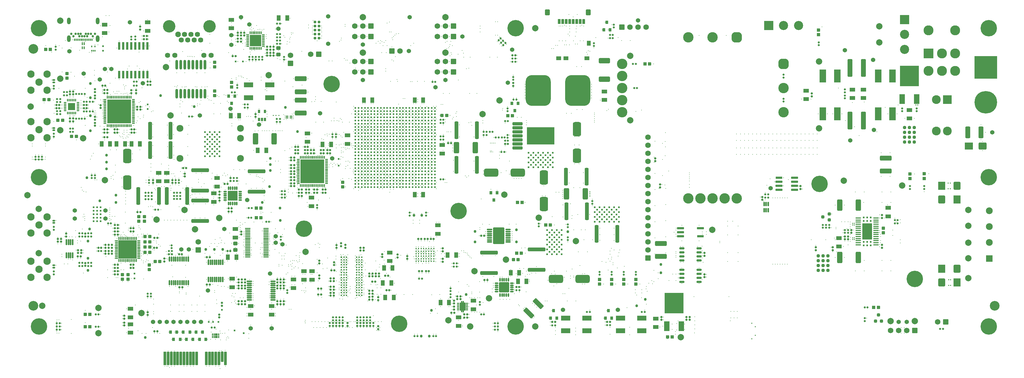
<source format=gts>
G04*
G04 #@! TF.GenerationSoftware,Altium Limited,Altium Designer,24.1.2 (44)*
G04*
G04 Layer_Color=8388736*
%FSLAX44Y44*%
%MOMM*%
G71*
G04*
G04 #@! TF.SameCoordinates,140FFB89-E29E-458A-976C-A302E020C20F*
G04*
G04*
G04 #@! TF.FilePolarity,Negative*
G04*
G01*
G75*
%ADD30R,3.1000X5.1600*%
%ADD54C,0.3556*%
%ADD122C,2.1590*%
G04:AMPARAMS|DCode=123|XSize=0.608mm|YSize=0.608mm|CornerRadius=0.2024mm|HoleSize=0mm|Usage=FLASHONLY|Rotation=90.000|XOffset=0mm|YOffset=0mm|HoleType=Round|Shape=RoundedRectangle|*
%AMROUNDEDRECTD123*
21,1,0.6080,0.2032,0,0,90.0*
21,1,0.2032,0.6080,0,0,90.0*
1,1,0.4048,0.1016,0.1016*
1,1,0.4048,0.1016,-0.1016*
1,1,0.4048,-0.1016,-0.1016*
1,1,0.4048,-0.1016,0.1016*
%
%ADD123ROUNDEDRECTD123*%
G04:AMPARAMS|DCode=124|XSize=0.608mm|YSize=0.608mm|CornerRadius=0.2024mm|HoleSize=0mm|Usage=FLASHONLY|Rotation=180.000|XOffset=0mm|YOffset=0mm|HoleType=Round|Shape=RoundedRectangle|*
%AMROUNDEDRECTD124*
21,1,0.6080,0.2032,0,0,180.0*
21,1,0.2032,0.6080,0,0,180.0*
1,1,0.4048,-0.1016,0.1016*
1,1,0.4048,0.1016,0.1016*
1,1,0.4048,0.1016,-0.1016*
1,1,0.4048,-0.1016,-0.1016*
%
%ADD124ROUNDEDRECTD124*%
G04:AMPARAMS|DCode=125|XSize=1.7272mm|YSize=1.2192mm|CornerRadius=0.1905mm|HoleSize=0mm|Usage=FLASHONLY|Rotation=90.000|XOffset=0mm|YOffset=0mm|HoleType=Round|Shape=RoundedRectangle|*
%AMROUNDEDRECTD125*
21,1,1.7272,0.8382,0,0,90.0*
21,1,1.3462,1.2192,0,0,90.0*
1,1,0.3810,0.4191,0.6731*
1,1,0.3810,0.4191,-0.6731*
1,1,0.3810,-0.4191,-0.6731*
1,1,0.3810,-0.4191,0.6731*
%
%ADD125ROUNDEDRECTD125*%
G04:AMPARAMS|DCode=126|XSize=1.2446mm|YSize=5.5626mm|CornerRadius=0.3366mm|HoleSize=0mm|Usage=FLASHONLY|Rotation=0.000|XOffset=0mm|YOffset=0mm|HoleType=Round|Shape=RoundedRectangle|*
%AMROUNDEDRECTD126*
21,1,1.2446,4.8895,0,0,0.0*
21,1,0.5715,5.5626,0,0,0.0*
1,1,0.6731,0.2858,-2.4448*
1,1,0.6731,-0.2858,-2.4448*
1,1,0.6731,-0.2858,2.4448*
1,1,0.6731,0.2858,2.4448*
%
%ADD126ROUNDEDRECTD126*%
%ADD127C,0.8636*%
G04:AMPARAMS|DCode=128|XSize=7.9016mm|YSize=9.7016mm|CornerRadius=2.0008mm|HoleSize=0mm|Usage=FLASHONLY|Rotation=0.000|XOffset=0mm|YOffset=0mm|HoleType=Round|Shape=RoundedRectangle|*
%AMROUNDEDRECTD128*
21,1,7.9016,5.7000,0,0,0.0*
21,1,3.9000,9.7016,0,0,0.0*
1,1,4.0016,1.9500,-2.8500*
1,1,4.0016,-1.9500,-2.8500*
1,1,4.0016,-1.9500,2.8500*
1,1,4.0016,1.9500,2.8500*
%
%ADD128ROUNDEDRECTD128*%
%ADD129R,1.6764X3.1496*%
%ADD130R,5.9436X6.4516*%
G04:AMPARAMS|DCode=131|XSize=1.6256mm|YSize=0.508mm|CornerRadius=0.1422mm|HoleSize=0mm|Usage=FLASHONLY|Rotation=180.000|XOffset=0mm|YOffset=0mm|HoleType=Round|Shape=RoundedRectangle|*
%AMROUNDEDRECTD131*
21,1,1.6256,0.2235,0,0,180.0*
21,1,1.3411,0.5080,0,0,180.0*
1,1,0.2845,-0.6706,0.1118*
1,1,0.2845,0.6706,0.1118*
1,1,0.2845,0.6706,-0.1118*
1,1,0.2845,-0.6706,-0.1118*
%
%ADD131ROUNDEDRECTD131*%
G04:AMPARAMS|DCode=132|XSize=1.6256mm|YSize=0.508mm|CornerRadius=0.0813mm|HoleSize=0mm|Usage=FLASHONLY|Rotation=0.000|XOffset=0mm|YOffset=0mm|HoleType=Round|Shape=RoundedRectangle|*
%AMROUNDEDRECTD132*
21,1,1.6256,0.3454,0,0,0.0*
21,1,1.4630,0.5080,0,0,0.0*
1,1,0.1626,0.7315,-0.1727*
1,1,0.1626,-0.7315,-0.1727*
1,1,0.1626,-0.7315,0.1727*
1,1,0.1626,0.7315,0.1727*
%
%ADD132ROUNDEDRECTD132*%
%ADD133C,0.6096*%
%ADD134C,1.3716*%
G04:AMPARAMS|DCode=135|XSize=0.38mm|YSize=0.74mm|CornerRadius=0.1192mm|HoleSize=0mm|Usage=FLASHONLY|Rotation=90.000|XOffset=0mm|YOffset=0mm|HoleType=Round|Shape=RoundedRectangle|*
%AMROUNDEDRECTD135*
21,1,0.3800,0.5016,0,0,90.0*
21,1,0.1416,0.7400,0,0,90.0*
1,1,0.2384,0.2508,0.0708*
1,1,0.2384,0.2508,-0.0708*
1,1,0.2384,-0.2508,-0.0708*
1,1,0.2384,-0.2508,0.0708*
%
%ADD135ROUNDEDRECTD135*%
G04:AMPARAMS|DCode=136|XSize=2.54mm|YSize=1.79mm|CornerRadius=0.1113mm|HoleSize=0mm|Usage=FLASHONLY|Rotation=90.000|XOffset=0mm|YOffset=0mm|HoleType=Round|Shape=RoundedRectangle|*
%AMROUNDEDRECTD136*
21,1,2.5400,1.5675,0,0,90.0*
21,1,2.3175,1.7900,0,0,90.0*
1,1,0.2225,0.7838,1.1588*
1,1,0.2225,0.7838,-1.1588*
1,1,0.2225,-0.7838,-1.1588*
1,1,0.2225,-0.7838,1.1588*
%
%ADD136ROUNDEDRECTD136*%
%ADD137R,0.8128X1.1176*%
G04:AMPARAMS|DCode=138|XSize=0.9016mm|YSize=1.6016mm|CornerRadius=0.1508mm|HoleSize=0mm|Usage=FLASHONLY|Rotation=0.000|XOffset=0mm|YOffset=0mm|HoleType=Round|Shape=RoundedRectangle|*
%AMROUNDEDRECTD138*
21,1,0.9016,1.3000,0,0,0.0*
21,1,0.6000,1.6016,0,0,0.0*
1,1,0.3016,0.3000,-0.6500*
1,1,0.3016,-0.3000,-0.6500*
1,1,0.3016,-0.3000,0.6500*
1,1,0.3016,0.3000,0.6500*
%
%ADD138ROUNDEDRECTD138*%
G04:AMPARAMS|DCode=139|XSize=0.608mm|YSize=0.608mm|CornerRadius=0.177mm|HoleSize=0mm|Usage=FLASHONLY|Rotation=180.000|XOffset=0mm|YOffset=0mm|HoleType=Round|Shape=RoundedRectangle|*
%AMROUNDEDRECTD139*
21,1,0.6080,0.2540,0,0,180.0*
21,1,0.2540,0.6080,0,0,180.0*
1,1,0.3540,-0.1270,0.1270*
1,1,0.3540,0.1270,0.1270*
1,1,0.3540,0.1270,-0.1270*
1,1,0.3540,-0.1270,-0.1270*
%
%ADD139ROUNDEDRECTD139*%
G04:AMPARAMS|DCode=140|XSize=4.5016mm|YSize=2.6016mm|CornerRadius=0.6758mm|HoleSize=0mm|Usage=FLASHONLY|Rotation=270.000|XOffset=0mm|YOffset=0mm|HoleType=Round|Shape=RoundedRectangle|*
%AMROUNDEDRECTD140*
21,1,4.5016,1.2500,0,0,270.0*
21,1,3.1500,2.6016,0,0,270.0*
1,1,1.3516,-0.6250,-1.5750*
1,1,1.3516,-0.6250,1.5750*
1,1,1.3516,0.6250,1.5750*
1,1,1.3516,0.6250,-1.5750*
%
%ADD140ROUNDEDRECTD140*%
G04:AMPARAMS|DCode=141|XSize=1.0516mm|YSize=1.0516mm|CornerRadius=0.2266mm|HoleSize=0mm|Usage=FLASHONLY|Rotation=270.000|XOffset=0mm|YOffset=0mm|HoleType=Round|Shape=RoundedRectangle|*
%AMROUNDEDRECTD141*
21,1,1.0516,0.5985,0,0,270.0*
21,1,0.5985,1.0516,0,0,270.0*
1,1,0.4531,-0.2993,-0.2993*
1,1,0.4531,-0.2993,0.2993*
1,1,0.4531,0.2993,0.2993*
1,1,0.4531,0.2993,-0.2993*
%
%ADD141ROUNDEDRECTD141*%
G04:AMPARAMS|DCode=142|XSize=1.7272mm|YSize=1.2192mm|CornerRadius=0.1905mm|HoleSize=0mm|Usage=FLASHONLY|Rotation=180.000|XOffset=0mm|YOffset=0mm|HoleType=Round|Shape=RoundedRectangle|*
%AMROUNDEDRECTD142*
21,1,1.7272,0.8382,0,0,180.0*
21,1,1.3462,1.2192,0,0,180.0*
1,1,0.3810,-0.6731,0.4191*
1,1,0.3810,0.6731,0.4191*
1,1,0.3810,0.6731,-0.4191*
1,1,0.3810,-0.6731,-0.4191*
%
%ADD142ROUNDEDRECTD142*%
%ADD143C,0.5500*%
G04:AMPARAMS|DCode=144|XSize=2.1336mm|YSize=0.7366mm|CornerRadius=0.1302mm|HoleSize=0mm|Usage=FLASHONLY|Rotation=180.000|XOffset=0mm|YOffset=0mm|HoleType=Round|Shape=RoundedRectangle|*
%AMROUNDEDRECTD144*
21,1,2.1336,0.4763,0,0,180.0*
21,1,1.8733,0.7366,0,0,180.0*
1,1,0.2604,-0.9366,0.2381*
1,1,0.2604,0.9366,0.2381*
1,1,0.2604,0.9366,-0.2381*
1,1,0.2604,-0.9366,-0.2381*
%
%ADD144ROUNDEDRECTD144*%
G04:AMPARAMS|DCode=145|XSize=1.4986mm|YSize=3.6576mm|CornerRadius=0.2254mm|HoleSize=0mm|Usage=FLASHONLY|Rotation=270.000|XOffset=0mm|YOffset=0mm|HoleType=Round|Shape=RoundedRectangle|*
%AMROUNDEDRECTD145*
21,1,1.4986,3.2068,0,0,270.0*
21,1,1.0478,3.6576,0,0,270.0*
1,1,0.4509,-1.6034,-0.5239*
1,1,0.4509,-1.6034,0.5239*
1,1,0.4509,1.6034,0.5239*
1,1,0.4509,1.6034,-0.5239*
%
%ADD145ROUNDEDRECTD145*%
%ADD146O,1.6900X0.7400*%
G04:AMPARAMS|DCode=147|XSize=3.556mm|YSize=1.6764mm|CornerRadius=0.3106mm|HoleSize=0mm|Usage=FLASHONLY|Rotation=90.000|XOffset=0mm|YOffset=0mm|HoleType=Round|Shape=RoundedRectangle|*
%AMROUNDEDRECTD147*
21,1,3.5560,1.0551,0,0,90.0*
21,1,2.9347,1.6764,0,0,90.0*
1,1,0.6213,0.5276,1.4674*
1,1,0.6213,0.5276,-1.4674*
1,1,0.6213,-0.5276,-1.4674*
1,1,0.6213,-0.5276,1.4674*
%
%ADD147ROUNDEDRECTD147*%
G04:AMPARAMS|DCode=148|XSize=0.608mm|YSize=0.608mm|CornerRadius=0.177mm|HoleSize=0mm|Usage=FLASHONLY|Rotation=270.000|XOffset=0mm|YOffset=0mm|HoleType=Round|Shape=RoundedRectangle|*
%AMROUNDEDRECTD148*
21,1,0.6080,0.2540,0,0,270.0*
21,1,0.2540,0.6080,0,0,270.0*
1,1,0.3540,-0.1270,-0.1270*
1,1,0.3540,-0.1270,0.1270*
1,1,0.3540,0.1270,0.1270*
1,1,0.3540,0.1270,-0.1270*
%
%ADD148ROUNDEDRECTD148*%
%ADD149C,0.4572*%
%ADD150C,0.9016*%
G04:AMPARAMS|DCode=151|XSize=1.3716mm|YSize=1.1176mm|CornerRadius=0.1778mm|HoleSize=0mm|Usage=FLASHONLY|Rotation=180.000|XOffset=0mm|YOffset=0mm|HoleType=Round|Shape=RoundedRectangle|*
%AMROUNDEDRECTD151*
21,1,1.3716,0.7620,0,0,180.0*
21,1,1.0160,1.1176,0,0,180.0*
1,1,0.3556,-0.5080,0.3810*
1,1,0.3556,0.5080,0.3810*
1,1,0.3556,0.5080,-0.3810*
1,1,0.3556,-0.5080,-0.3810*
%
%ADD151ROUNDEDRECTD151*%
%ADD152R,0.7112X1.1176*%
%ADD153O,0.3700X0.9400*%
%ADD154O,0.9400X0.3700*%
G04:AMPARAMS|DCode=155|XSize=1.6256mm|YSize=0.381mm|CornerRadius=0.0969mm|HoleSize=0mm|Usage=FLASHONLY|Rotation=0.000|XOffset=0mm|YOffset=0mm|HoleType=Round|Shape=RoundedRectangle|*
%AMROUNDEDRECTD155*
21,1,1.6256,0.1872,0,0,0.0*
21,1,1.4318,0.3810,0,0,0.0*
1,1,0.1938,0.7159,-0.0936*
1,1,0.1938,-0.7159,-0.0936*
1,1,0.1938,-0.7159,0.0936*
1,1,0.1938,0.7159,0.0936*
%
%ADD155ROUNDEDRECTD155*%
G04:AMPARAMS|DCode=156|XSize=0.51mm|YSize=1.7mm|CornerRadius=0.091mm|HoleSize=0mm|Usage=FLASHONLY|Rotation=180.000|XOffset=0mm|YOffset=0mm|HoleType=Round|Shape=RoundedRectangle|*
%AMROUNDEDRECTD156*
21,1,0.5100,1.5180,0,0,180.0*
21,1,0.3280,1.7000,0,0,180.0*
1,1,0.1820,-0.1640,0.7590*
1,1,0.1820,0.1640,0.7590*
1,1,0.1820,0.1640,-0.7590*
1,1,0.1820,-0.1640,-0.7590*
%
%ADD156ROUNDEDRECTD156*%
G04:AMPARAMS|DCode=157|XSize=1.6256mm|YSize=0.508mm|CornerRadius=0.1422mm|HoleSize=0mm|Usage=FLASHONLY|Rotation=270.000|XOffset=0mm|YOffset=0mm|HoleType=Round|Shape=RoundedRectangle|*
%AMROUNDEDRECTD157*
21,1,1.6256,0.2235,0,0,270.0*
21,1,1.3411,0.5080,0,0,270.0*
1,1,0.2845,-0.1118,-0.6706*
1,1,0.2845,-0.1118,0.6706*
1,1,0.2845,0.1118,0.6706*
1,1,0.2845,0.1118,-0.6706*
%
%ADD157ROUNDEDRECTD157*%
%ADD158R,0.9016X0.3516*%
%ADD159R,0.3516X0.9016*%
G04:AMPARAMS|DCode=160|XSize=1.0668mm|YSize=1.0668mm|CornerRadius=0.2294mm|HoleSize=0mm|Usage=FLASHONLY|Rotation=90.000|XOffset=0mm|YOffset=0mm|HoleType=Round|Shape=RoundedRectangle|*
%AMROUNDEDRECTD160*
21,1,1.0668,0.6081,0,0,90.0*
21,1,0.6081,1.0668,0,0,90.0*
1,1,0.4587,0.3040,0.3040*
1,1,0.4587,0.3040,-0.3040*
1,1,0.4587,-0.3040,-0.3040*
1,1,0.4587,-0.3040,0.3040*
%
%ADD160ROUNDEDRECTD160*%
G04:AMPARAMS|DCode=161|XSize=0.608mm|YSize=0.608mm|CornerRadius=0.2024mm|HoleSize=0mm|Usage=FLASHONLY|Rotation=315.000|XOffset=0mm|YOffset=0mm|HoleType=Round|Shape=RoundedRectangle|*
%AMROUNDEDRECTD161*
21,1,0.6080,0.2032,0,0,315.0*
21,1,0.2032,0.6080,0,0,315.0*
1,1,0.4048,0.0000,-0.1437*
1,1,0.4048,-0.1437,0.0000*
1,1,0.4048,0.0000,0.1437*
1,1,0.4048,0.1437,0.0000*
%
%ADD161ROUNDEDRECTD161*%
%ADD162R,8.6800X5.4900*%
G04:AMPARAMS|DCode=163|XSize=3.2mm|YSize=1.03mm|CornerRadius=0.2925mm|HoleSize=0mm|Usage=FLASHONLY|Rotation=0.000|XOffset=0mm|YOffset=0mm|HoleType=Round|Shape=RoundedRectangle|*
%AMROUNDEDRECTD163*
21,1,3.2000,0.4450,0,0,0.0*
21,1,2.6150,1.0300,0,0,0.0*
1,1,0.5850,1.3075,-0.2225*
1,1,0.5850,-1.3075,-0.2225*
1,1,0.5850,-1.3075,0.2225*
1,1,0.5850,1.3075,0.2225*
%
%ADD163ROUNDEDRECTD163*%
G04:AMPARAMS|DCode=164|XSize=4.5016mm|YSize=2.6016mm|CornerRadius=0.6758mm|HoleSize=0mm|Usage=FLASHONLY|Rotation=180.000|XOffset=0mm|YOffset=0mm|HoleType=Round|Shape=RoundedRectangle|*
%AMROUNDEDRECTD164*
21,1,4.5016,1.2500,0,0,180.0*
21,1,3.1500,2.6016,0,0,180.0*
1,1,1.3516,-1.5750,0.6250*
1,1,1.3516,1.5750,0.6250*
1,1,1.3516,1.5750,-0.6250*
1,1,1.3516,-1.5750,-0.6250*
%
%ADD164ROUNDEDRECTD164*%
G04:AMPARAMS|DCode=165|XSize=1.2446mm|YSize=5.5626mm|CornerRadius=0.3366mm|HoleSize=0mm|Usage=FLASHONLY|Rotation=90.000|XOffset=0mm|YOffset=0mm|HoleType=Round|Shape=RoundedRectangle|*
%AMROUNDEDRECTD165*
21,1,1.2446,4.8895,0,0,90.0*
21,1,0.5715,5.5626,0,0,90.0*
1,1,0.6731,2.4448,0.2858*
1,1,0.6731,2.4448,-0.2858*
1,1,0.6731,-2.4448,-0.2858*
1,1,0.6731,-2.4448,0.2858*
%
%ADD165ROUNDEDRECTD165*%
G04:AMPARAMS|DCode=166|XSize=1.0668mm|YSize=1.0668mm|CornerRadius=0.2294mm|HoleSize=0mm|Usage=FLASHONLY|Rotation=0.000|XOffset=0mm|YOffset=0mm|HoleType=Round|Shape=RoundedRectangle|*
%AMROUNDEDRECTD166*
21,1,1.0668,0.6081,0,0,0.0*
21,1,0.6081,1.0668,0,0,0.0*
1,1,0.4587,0.3040,-0.3040*
1,1,0.4587,-0.3040,-0.3040*
1,1,0.4587,-0.3040,0.3040*
1,1,0.4587,0.3040,0.3040*
%
%ADD166ROUNDEDRECTD166*%
G04:AMPARAMS|DCode=167|XSize=3.15mm|YSize=3.15mm|CornerRadius=0.1575mm|HoleSize=0mm|Usage=FLASHONLY|Rotation=0.000|XOffset=0mm|YOffset=0mm|HoleType=Round|Shape=RoundedRectangle|*
%AMROUNDEDRECTD167*
21,1,3.1500,2.8350,0,0,0.0*
21,1,2.8350,3.1500,0,0,0.0*
1,1,0.3150,1.4175,-1.4175*
1,1,0.3150,-1.4175,-1.4175*
1,1,0.3150,-1.4175,1.4175*
1,1,0.3150,1.4175,1.4175*
%
%ADD167ROUNDEDRECTD167*%
G04:AMPARAMS|DCode=168|XSize=0.49mm|YSize=1.14mm|CornerRadius=0.1575mm|HoleSize=0mm|Usage=FLASHONLY|Rotation=0.000|XOffset=0mm|YOffset=0mm|HoleType=Round|Shape=RoundedRectangle|*
%AMROUNDEDRECTD168*
21,1,0.4900,0.8250,0,0,0.0*
21,1,0.1750,1.1400,0,0,0.0*
1,1,0.3150,0.0875,-0.4125*
1,1,0.3150,-0.0875,-0.4125*
1,1,0.3150,-0.0875,0.4125*
1,1,0.3150,0.0875,0.4125*
%
%ADD168ROUNDEDRECTD168*%
G04:AMPARAMS|DCode=169|XSize=1.4986mm|YSize=3.6576mm|CornerRadius=0.2254mm|HoleSize=0mm|Usage=FLASHONLY|Rotation=45.000|XOffset=0mm|YOffset=0mm|HoleType=Round|Shape=RoundedRectangle|*
%AMROUNDEDRECTD169*
21,1,1.4986,3.2068,0,0,45.0*
21,1,1.0478,3.6576,0,0,45.0*
1,1,0.4509,1.5042,-0.7633*
1,1,0.4509,0.7633,-1.5042*
1,1,0.4509,-1.5042,0.7633*
1,1,0.4509,-0.7633,1.5042*
%
%ADD169ROUNDEDRECTD169*%
%ADD170C,0.5016*%
G04:AMPARAMS|DCode=171|XSize=3.5016mm|YSize=3.5016mm|CornerRadius=0mm|HoleSize=0mm|Usage=FLASHONLY|Rotation=0.000|XOffset=0mm|YOffset=0mm|HoleType=Round|Shape=RoundedRectangle|*
%AMROUNDEDRECTD171*
21,1,3.5016,3.5016,0,0,0.0*
21,1,3.5016,3.5016,0,0,0.0*
1,1,0.0000,1.7508,-1.7508*
1,1,0.0000,-1.7508,-1.7508*
1,1,0.0000,-1.7508,1.7508*
1,1,0.0000,1.7508,1.7508*
%
%ADD171ROUNDEDRECTD171*%
G04:AMPARAMS|DCode=172|XSize=1.0516mm|YSize=1.0516mm|CornerRadius=0.2266mm|HoleSize=0mm|Usage=FLASHONLY|Rotation=0.000|XOffset=0mm|YOffset=0mm|HoleType=Round|Shape=RoundedRectangle|*
%AMROUNDEDRECTD172*
21,1,1.0516,0.5985,0,0,0.0*
21,1,0.5985,1.0516,0,0,0.0*
1,1,0.4531,0.2993,-0.2993*
1,1,0.4531,-0.2993,-0.2993*
1,1,0.4531,-0.2993,0.2993*
1,1,0.4531,0.2993,0.2993*
%
%ADD172ROUNDEDRECTD172*%
%ADD173R,7.5400X7.5400*%
G04:AMPARAMS|DCode=174|XSize=1.09mm|YSize=0.44mm|CornerRadius=0.145mm|HoleSize=0mm|Usage=FLASHONLY|Rotation=0.000|XOffset=0mm|YOffset=0mm|HoleType=Round|Shape=RoundedRectangle|*
%AMROUNDEDRECTD174*
21,1,1.0900,0.1500,0,0,0.0*
21,1,0.8000,0.4400,0,0,0.0*
1,1,0.2900,0.4000,-0.0750*
1,1,0.2900,-0.4000,-0.0750*
1,1,0.2900,-0.4000,0.0750*
1,1,0.2900,0.4000,0.0750*
%
%ADD174ROUNDEDRECTD174*%
%ADD175R,0.6990X2.4390*%
G04:AMPARAMS|DCode=176|XSize=0.5mm|YSize=0.8mm|CornerRadius=0.1mm|HoleSize=0mm|Usage=FLASHONLY|Rotation=90.000|XOffset=0mm|YOffset=0mm|HoleType=Round|Shape=RoundedRectangle|*
%AMROUNDEDRECTD176*
21,1,0.5000,0.6000,0,0,90.0*
21,1,0.3000,0.8000,0,0,90.0*
1,1,0.2000,0.3000,0.1500*
1,1,0.2000,0.3000,-0.1500*
1,1,0.2000,-0.3000,-0.1500*
1,1,0.2000,-0.3000,0.1500*
%
%ADD176ROUNDEDRECTD176*%
%ADD177R,3.1500X3.1500*%
%ADD178R,5.7400X5.7400*%
G04:AMPARAMS|DCode=179|XSize=1.6256mm|YSize=0.508mm|CornerRadius=0.0813mm|HoleSize=0mm|Usage=FLASHONLY|Rotation=270.000|XOffset=0mm|YOffset=0mm|HoleType=Round|Shape=RoundedRectangle|*
%AMROUNDEDRECTD179*
21,1,1.6256,0.3454,0,0,270.0*
21,1,1.4630,0.5080,0,0,270.0*
1,1,0.1626,-0.1727,-0.7315*
1,1,0.1626,-0.1727,0.7315*
1,1,0.1626,0.1727,0.7315*
1,1,0.1626,0.1727,-0.7315*
%
%ADD179ROUNDEDRECTD179*%
%ADD180O,0.4200X0.9900*%
%ADD181O,0.9900X0.4200*%
%ADD182O,0.8636X3.0226*%
G04:AMPARAMS|DCode=183|XSize=2.2606mm|YSize=2.5654mm|CornerRadius=0.407mm|HoleSize=0mm|Usage=FLASHONLY|Rotation=90.000|XOffset=0mm|YOffset=0mm|HoleType=Round|Shape=RoundedRectangle|*
%AMROUNDEDRECTD183*
21,1,2.2606,1.7513,0,0,90.0*
21,1,1.4465,2.5654,0,0,90.0*
1,1,0.8141,0.8757,0.7233*
1,1,0.8141,0.8757,-0.7233*
1,1,0.8141,-0.8757,-0.7233*
1,1,0.8141,-0.8757,0.7233*
%
%ADD183ROUNDEDRECTD183*%
%ADD184R,2.5654X2.2606*%
%ADD185R,1.0668X1.0668*%
G04:AMPARAMS|DCode=186|XSize=3.5306mm|YSize=5.1816mm|CornerRadius=0.1365mm|HoleSize=0mm|Usage=FLASHONLY|Rotation=0.000|XOffset=0mm|YOffset=0mm|HoleType=Round|Shape=RoundedRectangle|*
%AMROUNDEDRECTD186*
21,1,3.5306,4.9086,0,0,0.0*
21,1,3.2576,5.1816,0,0,0.0*
1,1,0.2731,1.6288,-2.4543*
1,1,0.2731,-1.6288,-2.4543*
1,1,0.2731,-1.6288,2.4543*
1,1,0.2731,1.6288,2.4543*
%
%ADD186ROUNDEDRECTD186*%
G04:AMPARAMS|DCode=187|XSize=0.5016mm|YSize=0.5016mm|CornerRadius=0.2008mm|HoleSize=0mm|Usage=FLASHONLY|Rotation=0.000|XOffset=0mm|YOffset=0mm|HoleType=Round|Shape=RoundedRectangle|*
%AMROUNDEDRECTD187*
21,1,0.5016,0.1000,0,0,0.0*
21,1,0.1000,0.5016,0,0,0.0*
1,1,0.4016,0.0500,-0.0500*
1,1,0.4016,-0.0500,-0.0500*
1,1,0.4016,-0.0500,0.0500*
1,1,0.4016,0.0500,0.0500*
%
%ADD187ROUNDEDRECTD187*%
G04:AMPARAMS|DCode=188|XSize=1.6256mm|YSize=0.381mm|CornerRadius=0.0648mm|HoleSize=0mm|Usage=FLASHONLY|Rotation=0.000|XOffset=0mm|YOffset=0mm|HoleType=Round|Shape=RoundedRectangle|*
%AMROUNDEDRECTD188*
21,1,1.6256,0.2515,0,0,0.0*
21,1,1.4961,0.3810,0,0,0.0*
1,1,0.1295,0.7480,-0.1257*
1,1,0.1295,-0.7480,-0.1257*
1,1,0.1295,-0.7480,0.1257*
1,1,0.1295,0.7480,0.1257*
%
%ADD188ROUNDEDRECTD188*%
%ADD189R,1.0668X1.0668*%
%ADD190R,2.8900X1.5400*%
G04:AMPARAMS|DCode=191|XSize=1.6016mm|YSize=1.2516mm|CornerRadius=0.1946mm|HoleSize=0mm|Usage=FLASHONLY|Rotation=0.000|XOffset=0mm|YOffset=0mm|HoleType=Round|Shape=RoundedRectangle|*
%AMROUNDEDRECTD191*
21,1,1.6016,0.8625,0,0,0.0*
21,1,1.2125,1.2516,0,0,0.0*
1,1,0.3891,0.6063,-0.4313*
1,1,0.3891,-0.6063,-0.4313*
1,1,0.3891,-0.6063,0.4313*
1,1,0.3891,0.6063,0.4313*
%
%ADD191ROUNDEDRECTD191*%
G04:AMPARAMS|DCode=192|XSize=1.2516mm|YSize=1.6016mm|CornerRadius=0.1946mm|HoleSize=0mm|Usage=FLASHONLY|Rotation=0.000|XOffset=0mm|YOffset=0mm|HoleType=Round|Shape=RoundedRectangle|*
%AMROUNDEDRECTD192*
21,1,1.2516,1.2125,0,0,0.0*
21,1,0.8625,1.6016,0,0,0.0*
1,1,0.3891,0.4313,-0.6063*
1,1,0.3891,-0.4313,-0.6063*
1,1,0.3891,-0.4313,0.6063*
1,1,0.3891,0.4313,0.6063*
%
%ADD192ROUNDEDRECTD192*%
G04:AMPARAMS|DCode=193|XSize=1.5016mm|YSize=1.8016mm|CornerRadius=0.2258mm|HoleSize=0mm|Usage=FLASHONLY|Rotation=0.000|XOffset=0mm|YOffset=0mm|HoleType=Round|Shape=RoundedRectangle|*
%AMROUNDEDRECTD193*
21,1,1.5016,1.3500,0,0,0.0*
21,1,1.0500,1.8016,0,0,0.0*
1,1,0.4516,0.5250,-0.6750*
1,1,0.4516,-0.5250,-0.6750*
1,1,0.4516,-0.5250,0.6750*
1,1,0.4516,0.5250,0.6750*
%
%ADD193ROUNDEDRECTD193*%
G04:AMPARAMS|DCode=194|XSize=0.9016mm|YSize=1.6016mm|CornerRadius=0.0908mm|HoleSize=0mm|Usage=FLASHONLY|Rotation=0.000|XOffset=0mm|YOffset=0mm|HoleType=Round|Shape=RoundedRectangle|*
%AMROUNDEDRECTD194*
21,1,0.9016,1.4200,0,0,0.0*
21,1,0.7200,1.6016,0,0,0.0*
1,1,0.1816,0.3600,-0.7100*
1,1,0.1816,-0.3600,-0.7100*
1,1,0.1816,-0.3600,0.7100*
1,1,0.1816,0.3600,0.7100*
%
%ADD194ROUNDEDRECTD194*%
G04:AMPARAMS|DCode=195|XSize=0.8128mm|YSize=0.4064mm|CornerRadius=0.066mm|HoleSize=0mm|Usage=FLASHONLY|Rotation=0.000|XOffset=0mm|YOffset=0mm|HoleType=Round|Shape=RoundedRectangle|*
%AMROUNDEDRECTD195*
21,1,0.8128,0.2743,0,0,0.0*
21,1,0.6807,0.4064,0,0,0.0*
1,1,0.1321,0.3404,-0.1372*
1,1,0.1321,-0.3404,-0.1372*
1,1,0.1321,-0.3404,0.1372*
1,1,0.1321,0.3404,0.1372*
%
%ADD195ROUNDEDRECTD195*%
G04:AMPARAMS|DCode=196|XSize=0.8128mm|YSize=0.4064mm|CornerRadius=0.0889mm|HoleSize=0mm|Usage=FLASHONLY|Rotation=0.000|XOffset=0mm|YOffset=0mm|HoleType=Round|Shape=RoundedRectangle|*
%AMROUNDEDRECTD196*
21,1,0.8128,0.2286,0,0,0.0*
21,1,0.6350,0.4064,0,0,0.0*
1,1,0.1778,0.3175,-0.1143*
1,1,0.1778,-0.3175,-0.1143*
1,1,0.1778,-0.3175,0.1143*
1,1,0.1778,0.3175,0.1143*
%
%ADD196ROUNDEDRECTD196*%
%ADD197O,0.5400X1.9400*%
%ADD198R,2.2500X2.2500*%
%ADD199O,0.3500X0.9500*%
%ADD200O,0.9500X0.3500*%
%ADD201R,2.1336X0.7366*%
G04:AMPARAMS|DCode=202|XSize=1.2954mm|YSize=0.4953mm|CornerRadius=0.0705mm|HoleSize=0mm|Usage=FLASHONLY|Rotation=270.000|XOffset=0mm|YOffset=0mm|HoleType=Round|Shape=RoundedRectangle|*
%AMROUNDEDRECTD202*
21,1,1.2954,0.3543,0,0,270.0*
21,1,1.1544,0.4953,0,0,270.0*
1,1,0.1410,-0.1772,-0.5772*
1,1,0.1410,-0.1772,0.5772*
1,1,0.1410,0.1772,0.5772*
1,1,0.1410,0.1772,-0.5772*
%
%ADD202ROUNDEDRECTD202*%
G04:AMPARAMS|DCode=203|XSize=1.2954mm|YSize=0.4953mm|CornerRadius=0.1158mm|HoleSize=0mm|Usage=FLASHONLY|Rotation=270.000|XOffset=0mm|YOffset=0mm|HoleType=Round|Shape=RoundedRectangle|*
%AMROUNDEDRECTD203*
21,1,1.2954,0.2638,0,0,270.0*
21,1,1.0639,0.4953,0,0,270.0*
1,1,0.2315,-0.1319,-0.5319*
1,1,0.2315,-0.1319,0.5319*
1,1,0.2315,0.1319,0.5319*
1,1,0.2315,0.1319,-0.5319*
%
%ADD203ROUNDEDRECTD203*%
G04:AMPARAMS|DCode=204|XSize=0.4mm|YSize=0.55mm|CornerRadius=0.125mm|HoleSize=0mm|Usage=FLASHONLY|Rotation=180.000|XOffset=0mm|YOffset=0mm|HoleType=Round|Shape=RoundedRectangle|*
%AMROUNDEDRECTD204*
21,1,0.4000,0.3000,0,0,180.0*
21,1,0.1500,0.5500,0,0,180.0*
1,1,0.2500,-0.0750,0.1500*
1,1,0.2500,0.0750,0.1500*
1,1,0.2500,0.0750,-0.1500*
1,1,0.2500,-0.0750,-0.1500*
%
%ADD204ROUNDEDRECTD204*%
G04:AMPARAMS|DCode=205|XSize=0.8128mm|YSize=0.4064mm|CornerRadius=0.066mm|HoleSize=0mm|Usage=FLASHONLY|Rotation=270.000|XOffset=0mm|YOffset=0mm|HoleType=Round|Shape=RoundedRectangle|*
%AMROUNDEDRECTD205*
21,1,0.8128,0.2743,0,0,270.0*
21,1,0.6807,0.4064,0,0,270.0*
1,1,0.1321,-0.1372,-0.3404*
1,1,0.1321,-0.1372,0.3404*
1,1,0.1321,0.1372,0.3404*
1,1,0.1321,0.1372,-0.3404*
%
%ADD205ROUNDEDRECTD205*%
G04:AMPARAMS|DCode=206|XSize=0.8128mm|YSize=0.4064mm|CornerRadius=0.0889mm|HoleSize=0mm|Usage=FLASHONLY|Rotation=270.000|XOffset=0mm|YOffset=0mm|HoleType=Round|Shape=RoundedRectangle|*
%AMROUNDEDRECTD206*
21,1,0.8128,0.2286,0,0,270.0*
21,1,0.6350,0.4064,0,0,270.0*
1,1,0.1778,-0.1143,-0.3175*
1,1,0.1778,-0.1143,0.3175*
1,1,0.1778,0.1143,0.3175*
1,1,0.1778,0.1143,-0.3175*
%
%ADD206ROUNDEDRECTD206*%
%ADD207R,0.4516X0.8016*%
G04:AMPARAMS|DCode=208|XSize=0.94mm|YSize=1.04mm|CornerRadius=0.15mm|HoleSize=0mm|Usage=FLASHONLY|Rotation=180.000|XOffset=0mm|YOffset=0mm|HoleType=Round|Shape=RoundedRectangle|*
%AMROUNDEDRECTD208*
21,1,0.9400,0.7400,0,0,180.0*
21,1,0.6400,1.0400,0,0,180.0*
1,1,0.3000,-0.3200,0.3700*
1,1,0.3000,0.3200,0.3700*
1,1,0.3000,0.3200,-0.3700*
1,1,0.3000,-0.3200,-0.3700*
%
%ADD208ROUNDEDRECTD208*%
%ADD209R,0.4000X0.6500*%
%ADD210R,0.5000X0.6500*%
G04:AMPARAMS|DCode=211|XSize=0.94mm|YSize=1.04mm|CornerRadius=0.15mm|HoleSize=0mm|Usage=FLASHONLY|Rotation=270.000|XOffset=0mm|YOffset=0mm|HoleType=Round|Shape=RoundedRectangle|*
%AMROUNDEDRECTD211*
21,1,0.9400,0.7400,0,0,270.0*
21,1,0.6400,1.0400,0,0,270.0*
1,1,0.3000,-0.3700,-0.3200*
1,1,0.3000,-0.3700,0.3200*
1,1,0.3000,0.3700,0.3200*
1,1,0.3000,0.3700,-0.3200*
%
%ADD211ROUNDEDRECTD211*%
%ADD212R,2.2606X2.5654*%
G04:AMPARAMS|DCode=213|XSize=2.2606mm|YSize=2.5654mm|CornerRadius=0.407mm|HoleSize=0mm|Usage=FLASHONLY|Rotation=180.000|XOffset=0mm|YOffset=0mm|HoleType=Round|Shape=RoundedRectangle|*
%AMROUNDEDRECTD213*
21,1,2.2606,1.7513,0,0,180.0*
21,1,1.4465,2.5654,0,0,180.0*
1,1,0.8141,-0.7233,0.8757*
1,1,0.8141,0.7233,0.8757*
1,1,0.8141,0.7233,-0.8757*
1,1,0.8141,-0.7233,-0.8757*
%
%ADD213ROUNDEDRECTD213*%
%ADD214O,1.7016X0.4016*%
G04:AMPARAMS|DCode=215|XSize=3.556mm|YSize=1.6764mm|CornerRadius=0.3106mm|HoleSize=0mm|Usage=FLASHONLY|Rotation=0.000|XOffset=0mm|YOffset=0mm|HoleType=Round|Shape=RoundedRectangle|*
%AMROUNDEDRECTD215*
21,1,3.5560,1.0551,0,0,0.0*
21,1,2.9347,1.6764,0,0,0.0*
1,1,0.6213,1.4674,-0.5276*
1,1,0.6213,-1.4674,-0.5276*
1,1,0.6213,-1.4674,0.5276*
1,1,0.6213,1.4674,0.5276*
%
%ADD215ROUNDEDRECTD215*%
G04:AMPARAMS|DCode=216|XSize=1.4986mm|YSize=5.5626mm|CornerRadius=0.2254mm|HoleSize=0mm|Usage=FLASHONLY|Rotation=0.000|XOffset=0mm|YOffset=0mm|HoleType=Round|Shape=RoundedRectangle|*
%AMROUNDEDRECTD216*
21,1,1.4986,5.1118,0,0,0.0*
21,1,1.0478,5.5626,0,0,0.0*
1,1,0.4509,0.5239,-2.5559*
1,1,0.4509,-0.5239,-2.5559*
1,1,0.4509,-0.5239,2.5559*
1,1,0.4509,0.5239,2.5559*
%
%ADD216ROUNDEDRECTD216*%
%ADD217R,2.1400X4.1400*%
G04:AMPARAMS|DCode=218|XSize=1.4986mm|YSize=3.6576mm|CornerRadius=0.2254mm|HoleSize=0mm|Usage=FLASHONLY|Rotation=0.000|XOffset=0mm|YOffset=0mm|HoleType=Round|Shape=RoundedRectangle|*
%AMROUNDEDRECTD218*
21,1,1.4986,3.2068,0,0,0.0*
21,1,1.0478,3.6576,0,0,0.0*
1,1,0.4509,0.5239,-1.6034*
1,1,0.4509,-0.5239,-1.6034*
1,1,0.4509,-0.5239,1.6034*
1,1,0.4509,0.5239,1.6034*
%
%ADD218ROUNDEDRECTD218*%
G04:AMPARAMS|DCode=219|XSize=0.49mm|YSize=1.14mm|CornerRadius=0.1575mm|HoleSize=0mm|Usage=FLASHONLY|Rotation=90.000|XOffset=0mm|YOffset=0mm|HoleType=Round|Shape=RoundedRectangle|*
%AMROUNDEDRECTD219*
21,1,0.4900,0.8250,0,0,90.0*
21,1,0.1750,1.1400,0,0,90.0*
1,1,0.3150,0.4125,0.0875*
1,1,0.3150,0.4125,-0.0875*
1,1,0.3150,-0.4125,-0.0875*
1,1,0.3150,-0.4125,0.0875*
%
%ADD219ROUNDEDRECTD219*%
%ADD220C,3.0480*%
G04:AMPARAMS|DCode=221|XSize=0.8016mm|YSize=4.3016mm|CornerRadius=0.1383mm|HoleSize=0mm|Usage=FLASHONLY|Rotation=0.000|XOffset=0mm|YOffset=0mm|HoleType=Round|Shape=RoundedRectangle|*
%AMROUNDEDRECTD221*
21,1,0.8016,4.0250,0,0,0.0*
21,1,0.5250,4.3016,0,0,0.0*
1,1,0.2766,0.2625,-2.0125*
1,1,0.2766,-0.2625,-2.0125*
1,1,0.2766,-0.2625,2.0125*
1,1,0.2766,0.2625,2.0125*
%
%ADD221ROUNDEDRECTD221*%
G04:AMPARAMS|DCode=222|XSize=0.8016mm|YSize=3.3016mm|CornerRadius=0.1383mm|HoleSize=0mm|Usage=FLASHONLY|Rotation=0.000|XOffset=0mm|YOffset=0mm|HoleType=Round|Shape=RoundedRectangle|*
%AMROUNDEDRECTD222*
21,1,0.8016,3.0250,0,0,0.0*
21,1,0.5250,3.3016,0,0,0.0*
1,1,0.2766,0.2625,-1.5125*
1,1,0.2766,-0.2625,-1.5125*
1,1,0.2766,-0.2625,1.5125*
1,1,0.2766,0.2625,1.5125*
%
%ADD222ROUNDEDRECTD222*%
G04:AMPARAMS|DCode=223|XSize=0.8016mm|YSize=4.3016mm|CornerRadius=0.0858mm|HoleSize=0mm|Usage=FLASHONLY|Rotation=0.000|XOffset=0mm|YOffset=0mm|HoleType=Round|Shape=RoundedRectangle|*
%AMROUNDEDRECTD223*
21,1,0.8016,4.1300,0,0,0.0*
21,1,0.6300,4.3016,0,0,0.0*
1,1,0.1716,0.3150,-2.0650*
1,1,0.1716,-0.3150,-2.0650*
1,1,0.1716,-0.3150,2.0650*
1,1,0.1716,0.3150,2.0650*
%
%ADD223ROUNDEDRECTD223*%
%ADD224C,5.1816*%
%ADD225C,1.7526*%
%ADD226C,2.0066*%
%ADD227C,1.6256*%
G04:AMPARAMS|DCode=228|XSize=1.7526mm|YSize=1.7526mm|CornerRadius=0.3232mm|HoleSize=0mm|Usage=FLASHONLY|Rotation=0.000|XOffset=0mm|YOffset=0mm|HoleType=Round|Shape=RoundedRectangle|*
%AMROUNDEDRECTD228*
21,1,1.7526,1.1062,0,0,0.0*
21,1,1.1062,1.7526,0,0,0.0*
1,1,0.6464,0.5531,-0.5531*
1,1,0.6464,-0.5531,-0.5531*
1,1,0.6464,-0.5531,0.5531*
1,1,0.6464,0.5531,0.5531*
%
%ADD228ROUNDEDRECTD228*%
%ADD229C,3.2766*%
G04:AMPARAMS|DCode=230|XSize=1.7526mm|YSize=1.7526mm|CornerRadius=0.3232mm|HoleSize=0mm|Usage=FLASHONLY|Rotation=90.000|XOffset=0mm|YOffset=0mm|HoleType=Round|Shape=RoundedRectangle|*
%AMROUNDEDRECTD230*
21,1,1.7526,1.1062,0,0,90.0*
21,1,1.1062,1.7526,0,0,90.0*
1,1,0.6464,0.5531,0.5531*
1,1,0.6464,0.5531,-0.5531*
1,1,0.6464,-0.5531,-0.5531*
1,1,0.6464,-0.5531,0.5531*
%
%ADD230ROUNDEDRECTD230*%
%ADD231C,0.7016*%
%ADD232C,2.3016*%
G04:AMPARAMS|DCode=233|XSize=3.2766mm|YSize=3.2766mm|CornerRadius=1.2414mm|HoleSize=0mm|Usage=FLASHONLY|Rotation=270.000|XOffset=0mm|YOffset=0mm|HoleType=Round|Shape=RoundedRectangle|*
%AMROUNDEDRECTD233*
21,1,3.2766,0.7938,0,0,270.0*
21,1,0.7938,3.2766,0,0,270.0*
1,1,2.4829,-0.3969,-0.3969*
1,1,2.4829,-0.3969,0.3969*
1,1,2.4829,0.3969,0.3969*
1,1,2.4829,0.3969,-0.3969*
%
%ADD233ROUNDEDRECTD233*%
G04:AMPARAMS|DCode=234|XSize=1.6256mm|YSize=1.6256mm|CornerRadius=0mm|HoleSize=0mm|Usage=FLASHONLY|Rotation=180.000|XOffset=0mm|YOffset=0mm|HoleType=Round|Shape=Octagon|*
%AMOCTAGOND234*
4,1,8,-0.8128,0.4064,-0.8128,-0.4064,-0.4064,-0.8128,0.4064,-0.8128,0.8128,-0.4064,0.8128,0.4064,0.4064,0.8128,-0.4064,0.8128,-0.8128,0.4064,0.0*
%
%ADD234OCTAGOND234*%

%ADD235C,3.9116*%
%ADD236R,2.8766X2.8766*%
%ADD237C,2.8766*%
%ADD238C,0.7620*%
%ADD239O,1.1176X2.1336*%
%ADD240R,2.1450X2.1450*%
%ADD241C,2.1450*%
G04:AMPARAMS|DCode=242|XSize=3.2766mm|YSize=3.2766mm|CornerRadius=1.2414mm|HoleSize=0mm|Usage=FLASHONLY|Rotation=180.000|XOffset=0mm|YOffset=0mm|HoleType=Round|Shape=RoundedRectangle|*
%AMROUNDEDRECTD242*
21,1,3.2766,0.7938,0,0,180.0*
21,1,0.7938,3.2766,0,0,180.0*
1,1,2.4829,-0.3969,0.3969*
1,1,2.4829,0.3969,0.3969*
1,1,2.4829,0.3969,-0.3969*
1,1,2.4829,-0.3969,-0.3969*
%
%ADD242ROUNDEDRECTD242*%
%ADD243C,7.0866*%
%ADD244R,7.0866X7.0866*%
%ADD245R,2.8766X2.8766*%
%ADD246C,3.1372*%
%ADD247C,3.1400*%
%ADD248R,3.1400X3.1400*%
G04:AMPARAMS|DCode=249|XSize=2.7686mm|YSize=2.7686mm|CornerRadius=0.1842mm|HoleSize=0mm|Usage=FLASHONLY|Rotation=270.000|XOffset=0mm|YOffset=0mm|HoleType=Round|Shape=RoundedRectangle|*
%AMROUNDEDRECTD249*
21,1,2.7686,2.4003,0,0,270.0*
21,1,2.4003,2.7686,0,0,270.0*
1,1,0.3683,-1.2002,-1.2002*
1,1,0.3683,-1.2002,1.2002*
1,1,0.3683,1.2002,1.2002*
1,1,0.3683,1.2002,-1.2002*
%
%ADD249ROUNDEDRECTD249*%
%ADD250C,2.7686*%
%ADD251C,0.1778*%
%ADD252C,1.1176*%
%ADD253C,0.6604*%
%ADD254C,0.6016*%
%ADD255C,0.3000*%
G36*
X1396597Y139815D02*
X1396625D01*
X1396652Y139811D01*
X1396679Y139809D01*
X1396706Y139803D01*
X1396733Y139798D01*
X1396760Y139790D01*
X1396786Y139783D01*
X1396812Y139773D01*
X1396838Y139764D01*
X1397022Y139688D01*
X1397047Y139675D01*
X1397072Y139665D01*
X1397095Y139651D01*
X1397120Y139638D01*
X1397143Y139622D01*
X1397166Y139607D01*
X1397187Y139590D01*
X1397209Y139573D01*
X1397229Y139554D01*
X1397250Y139536D01*
X1397390Y139395D01*
X1397408Y139374D01*
X1397428Y139355D01*
X1397444Y139332D01*
X1397462Y139311D01*
X1397476Y139288D01*
X1397493Y139265D01*
X1397505Y139241D01*
X1397520Y139217D01*
X1397530Y139192D01*
X1397543Y139167D01*
X1397619Y138984D01*
X1397627Y138957D01*
X1397638Y138932D01*
X1397644Y138905D01*
X1397653Y138879D01*
X1397657Y138852D01*
X1397664Y138825D01*
X1397666Y138797D01*
X1397670Y138770D01*
Y138743D01*
X1397672Y138715D01*
Y138615D01*
Y105615D01*
Y105516D01*
X1397670Y105489D01*
Y105461D01*
X1397666Y105434D01*
X1397664Y105406D01*
X1397657Y105379D01*
X1397653Y105352D01*
X1397644Y105326D01*
X1397638Y105299D01*
X1397627Y105274D01*
X1397619Y105247D01*
X1397543Y105063D01*
X1397530Y105039D01*
X1397520Y105013D01*
X1397505Y104990D01*
X1397493Y104965D01*
X1397476Y104943D01*
X1397462Y104919D01*
X1397444Y104899D01*
X1397428Y104876D01*
X1397408Y104857D01*
X1397390Y104836D01*
X1397250Y104695D01*
X1397229Y104677D01*
X1397209Y104657D01*
X1397187Y104641D01*
X1397166Y104623D01*
X1397142Y104609D01*
X1397120Y104593D01*
X1397095Y104580D01*
X1397072Y104566D01*
X1397047Y104555D01*
X1397022Y104543D01*
X1396838Y104467D01*
X1396812Y104458D01*
X1396786Y104448D01*
X1396760Y104441D01*
X1396733Y104433D01*
X1396706Y104428D01*
X1396679Y104422D01*
X1396652Y104420D01*
X1396624Y104415D01*
X1396597D01*
X1396569Y104413D01*
X1394870D01*
X1394843Y104415D01*
X1394816D01*
X1394788Y104420D01*
X1394761Y104422D01*
X1394734Y104428D01*
X1394707Y104433D01*
X1394680Y104441D01*
X1394654Y104448D01*
X1394628Y104458D01*
X1394602Y104467D01*
X1394418Y104543D01*
X1394393Y104555D01*
X1394368Y104566D01*
X1394345Y104580D01*
X1394320Y104593D01*
X1394297Y104609D01*
X1394274Y104623D01*
X1394253Y104641D01*
X1394231Y104657D01*
X1394211Y104677D01*
X1394190Y104695D01*
X1394050Y104836D01*
X1394032Y104857D01*
X1394012Y104876D01*
X1393996Y104899D01*
X1393978Y104919D01*
X1393964Y104943D01*
X1393947Y104965D01*
X1393935Y104990D01*
X1393920Y105013D01*
X1393910Y105039D01*
X1393897Y105063D01*
X1393821Y105247D01*
X1393813Y105274D01*
X1393802Y105299D01*
X1393796Y105326D01*
X1393787Y105352D01*
X1393783Y105379D01*
X1393777Y105406D01*
X1393774Y105434D01*
X1393770Y105461D01*
Y105489D01*
X1393768Y105516D01*
Y105615D01*
Y138615D01*
Y138715D01*
X1393770Y138742D01*
Y138770D01*
X1393774Y138797D01*
X1393777Y138825D01*
X1393783Y138851D01*
X1393787Y138879D01*
X1393796Y138905D01*
X1393802Y138932D01*
X1393813Y138957D01*
X1393821Y138983D01*
X1393897Y139167D01*
X1393910Y139192D01*
X1393920Y139217D01*
X1393935Y139241D01*
X1393947Y139265D01*
X1393964Y139288D01*
X1393978Y139311D01*
X1393996Y139332D01*
X1394012Y139355D01*
X1394032Y139374D01*
X1394050Y139395D01*
X1394190Y139536D01*
X1394211Y139554D01*
X1394231Y139573D01*
X1394253Y139589D01*
X1394274Y139607D01*
X1394297Y139622D01*
X1394320Y139638D01*
X1394345Y139651D01*
X1394368Y139665D01*
X1394393Y139675D01*
X1394418Y139688D01*
X1394602Y139764D01*
X1394628Y139773D01*
X1394654Y139783D01*
X1394680Y139790D01*
X1394707Y139798D01*
X1394734Y139803D01*
X1394761Y139809D01*
X1394788Y139811D01*
X1394815Y139815D01*
X1394843D01*
X1394870Y139818D01*
X1396569D01*
X1396597Y139815D01*
D02*
G37*
G36*
X1391597D02*
X1391624D01*
X1391652Y139811D01*
X1391679Y139809D01*
X1391706Y139803D01*
X1391733Y139798D01*
X1391760Y139790D01*
X1391786Y139783D01*
X1391812Y139773D01*
X1391838Y139764D01*
X1392022Y139688D01*
X1392047Y139675D01*
X1392072Y139665D01*
X1392095Y139651D01*
X1392120Y139638D01*
X1392143Y139622D01*
X1392166Y139607D01*
X1392187Y139590D01*
X1392209Y139573D01*
X1392229Y139554D01*
X1392250Y139536D01*
X1392390Y139395D01*
X1392408Y139374D01*
X1392428Y139355D01*
X1392444Y139332D01*
X1392462Y139311D01*
X1392476Y139288D01*
X1392493Y139265D01*
X1392505Y139241D01*
X1392520Y139217D01*
X1392530Y139192D01*
X1392543Y139167D01*
X1392619Y138984D01*
X1392627Y138957D01*
X1392638Y138932D01*
X1392644Y138905D01*
X1392653Y138879D01*
X1392657Y138852D01*
X1392664Y138825D01*
X1392666Y138797D01*
X1392670Y138770D01*
Y138743D01*
X1392672Y138715D01*
Y138615D01*
Y105615D01*
Y105516D01*
X1392670Y105489D01*
Y105461D01*
X1392666Y105434D01*
X1392664Y105406D01*
X1392657Y105379D01*
X1392653Y105352D01*
X1392644Y105326D01*
X1392638Y105299D01*
X1392627Y105274D01*
X1392619Y105247D01*
X1392543Y105063D01*
X1392530Y105039D01*
X1392520Y105013D01*
X1392505Y104990D01*
X1392493Y104965D01*
X1392476Y104943D01*
X1392462Y104919D01*
X1392444Y104899D01*
X1392428Y104876D01*
X1392408Y104857D01*
X1392390Y104836D01*
X1392250Y104695D01*
X1392229Y104677D01*
X1392209Y104657D01*
X1392187Y104641D01*
X1392166Y104623D01*
X1392142Y104609D01*
X1392120Y104593D01*
X1392095Y104580D01*
X1392072Y104566D01*
X1392047Y104555D01*
X1392022Y104543D01*
X1391838Y104467D01*
X1391812Y104458D01*
X1391786Y104448D01*
X1391760Y104441D01*
X1391733Y104433D01*
X1391706Y104428D01*
X1391679Y104422D01*
X1391652Y104420D01*
X1391624Y104415D01*
X1391597D01*
X1391569Y104413D01*
X1389870D01*
X1389843Y104415D01*
X1389816D01*
X1389788Y104420D01*
X1389761Y104422D01*
X1389734Y104428D01*
X1389707Y104433D01*
X1389680Y104441D01*
X1389654Y104448D01*
X1389628Y104458D01*
X1389602Y104467D01*
X1389418Y104543D01*
X1389393Y104555D01*
X1389368Y104566D01*
X1389345Y104580D01*
X1389320Y104593D01*
X1389297Y104609D01*
X1389274Y104623D01*
X1389253Y104641D01*
X1389231Y104657D01*
X1389211Y104677D01*
X1389190Y104695D01*
X1389050Y104836D01*
X1389032Y104857D01*
X1389012Y104876D01*
X1388996Y104899D01*
X1388978Y104919D01*
X1388964Y104943D01*
X1388947Y104965D01*
X1388935Y104990D01*
X1388920Y105013D01*
X1388910Y105039D01*
X1388897Y105063D01*
X1388821Y105247D01*
X1388813Y105274D01*
X1388802Y105299D01*
X1388796Y105326D01*
X1388787Y105352D01*
X1388783Y105379D01*
X1388777Y105406D01*
X1388774Y105434D01*
X1388770Y105461D01*
Y105489D01*
X1388768Y105516D01*
Y105615D01*
Y138615D01*
Y138715D01*
X1388770Y138742D01*
Y138770D01*
X1388774Y138797D01*
X1388777Y138825D01*
X1388783Y138851D01*
X1388787Y138879D01*
X1388796Y138905D01*
X1388802Y138932D01*
X1388813Y138957D01*
X1388821Y138983D01*
X1388897Y139167D01*
X1388910Y139192D01*
X1388920Y139217D01*
X1388935Y139241D01*
X1388947Y139265D01*
X1388964Y139288D01*
X1388978Y139311D01*
X1388996Y139332D01*
X1389012Y139355D01*
X1389032Y139374D01*
X1389050Y139395D01*
X1389190Y139536D01*
X1389211Y139554D01*
X1389231Y139573D01*
X1389253Y139589D01*
X1389274Y139607D01*
X1389297Y139622D01*
X1389320Y139638D01*
X1389345Y139651D01*
X1389368Y139665D01*
X1389393Y139675D01*
X1389418Y139688D01*
X1389602Y139764D01*
X1389628Y139773D01*
X1389654Y139783D01*
X1389680Y139790D01*
X1389707Y139798D01*
X1389734Y139803D01*
X1389761Y139809D01*
X1389788Y139811D01*
X1389815Y139815D01*
X1389843D01*
X1389870Y139818D01*
X1391569D01*
X1391597Y139815D01*
D02*
G37*
D30*
X2667000Y359410D02*
D03*
D54*
X806450Y725170D02*
D03*
X815340D02*
D03*
X797560D02*
D03*
X1794510Y471170D02*
D03*
Y483870D02*
D03*
Y477520D02*
D03*
X2820560Y758250D02*
D03*
X2825860D02*
D03*
X2315210Y31750D02*
D03*
X2303410Y20320D02*
D03*
Y69850D02*
D03*
X2315210Y58420D02*
D03*
X2929890Y189300D02*
D03*
Y207080D02*
D03*
X2923540D02*
D03*
X2923540Y189300D02*
D03*
X2928620Y511810D02*
D03*
Y494030D02*
D03*
X2922270D02*
D03*
Y511810D02*
D03*
X2621170Y384920D02*
D03*
Y379620D02*
D03*
X2626360Y379510D02*
D03*
Y384810D02*
D03*
Y339310D02*
D03*
Y334010D02*
D03*
X2621170Y334120D02*
D03*
Y339420D02*
D03*
D122*
X504190Y589280D02*
D03*
X694690Y652780D02*
D03*
Y684530D02*
D03*
X504190D02*
D03*
X694690Y589280D02*
D03*
D123*
X833755Y466090D02*
D03*
X824865D02*
D03*
X833755Y476250D02*
D03*
X824865D02*
D03*
X833755Y486410D02*
D03*
X824865D02*
D03*
X1559295Y894080D02*
D03*
X1332865Y701040D02*
D03*
Y659130D02*
D03*
X1848485Y63500D02*
D03*
X1332865Y523240D02*
D03*
X1675765Y63330D02*
D03*
X469265Y297180D02*
D03*
X818515Y1014730D02*
D03*
Y981710D02*
D03*
X809625Y1014730D02*
D03*
X1559295Y904240D02*
D03*
X1553845Y774700D02*
D03*
X1527175Y707390D02*
D03*
X1332865Y711200D02*
D03*
X1459865Y662940D02*
D03*
X1332865Y648970D02*
D03*
X1524635Y609600D02*
D03*
X1298575Y830580D02*
D03*
X1966595Y105410D02*
D03*
X1793875D02*
D03*
X1374585Y258380D02*
D03*
Y248220D02*
D03*
X1256475Y210120D02*
D03*
X1495425Y69850D02*
D03*
Y59690D02*
D03*
Y49530D02*
D03*
X708025Y759460D02*
D03*
X541655Y721360D02*
D03*
X426085Y427981D02*
D03*
X247015Y297180D02*
D03*
X125095Y69850D02*
D03*
Y49530D02*
D03*
Y59690D02*
D03*
X809625Y981710D02*
D03*
Y951230D02*
D03*
Y971550D02*
D03*
Y961390D02*
D03*
X1550405Y894080D02*
D03*
Y904240D02*
D03*
X2762885Y384810D02*
D03*
X2753995D02*
D03*
X716915Y759460D02*
D03*
X708025Y749300D02*
D03*
X716915D02*
D03*
X2753995Y394970D02*
D03*
X2762885D02*
D03*
X784225Y389890D02*
D03*
X775335D02*
D03*
X1307465Y830580D02*
D03*
X1323975Y659130D02*
D03*
Y648970D02*
D03*
Y711200D02*
D03*
Y701040D02*
D03*
Y523240D02*
D03*
X1562735Y774700D02*
D03*
X1515745Y609600D02*
D03*
X1310005Y29210D02*
D03*
X1301115D02*
D03*
X1242445D02*
D03*
X1251335D02*
D03*
X1536065Y707390D02*
D03*
X1468755Y662940D02*
D03*
X1459865Y673100D02*
D03*
X1468755D02*
D03*
X1487805D02*
D03*
X1478915D02*
D03*
X1497965Y655320D02*
D03*
X1506855D02*
D03*
X1525905D02*
D03*
X1517015D02*
D03*
X1536065Y645160D02*
D03*
X1527175D02*
D03*
X1929765Y887730D02*
D03*
X1938655D02*
D03*
X719455Y402590D02*
D03*
X728345D02*
D03*
X729488Y433070D02*
D03*
X720598D02*
D03*
X116205Y49530D02*
D03*
Y59690D02*
D03*
Y69850D02*
D03*
X1504315Y49530D02*
D03*
Y59690D02*
D03*
Y69850D02*
D03*
X1784985Y105410D02*
D03*
X1957705D02*
D03*
X1857375Y63500D02*
D03*
X1684655Y63330D02*
D03*
X676275Y797560D02*
D03*
X667385D02*
D03*
X818515Y971550D02*
D03*
Y961390D02*
D03*
Y951230D02*
D03*
X277495Y384810D02*
D03*
X286385D02*
D03*
X255905Y297180D02*
D03*
X187325Y342900D02*
D03*
X196215D02*
D03*
X187325Y353060D02*
D03*
X196215D02*
D03*
X224155D02*
D03*
X215265D02*
D03*
X187325Y260350D02*
D03*
X196215D02*
D03*
X187325Y250190D02*
D03*
X196215D02*
D03*
X224155D02*
D03*
X215265D02*
D03*
X224155Y260350D02*
D03*
X215265D02*
D03*
X224155Y342900D02*
D03*
X215265D02*
D03*
X194945Y792480D02*
D03*
X203835D02*
D03*
X220345Y768350D02*
D03*
X229235D02*
D03*
X194945Y715010D02*
D03*
X203835D02*
D03*
X220345Y737870D02*
D03*
X229235D02*
D03*
X186055Y715010D02*
D03*
X177165D02*
D03*
X210185Y737870D02*
D03*
X201295D02*
D03*
X186055Y792480D02*
D03*
X177165D02*
D03*
X210185Y768350D02*
D03*
X201295D02*
D03*
X434975Y427981D02*
D03*
X532765Y721360D02*
D03*
X158115Y673100D02*
D03*
X167005D02*
D03*
X158115Y683260D02*
D03*
X167005D02*
D03*
X147955Y798830D02*
D03*
X139065D02*
D03*
X147955Y788670D02*
D03*
X139065D02*
D03*
X1857375Y979170D02*
D03*
X1866265D02*
D03*
X1857375Y969010D02*
D03*
X1866265D02*
D03*
X1365695Y258380D02*
D03*
Y248220D02*
D03*
X1265365Y210120D02*
D03*
X2355215Y466090D02*
D03*
X2346325D02*
D03*
Y476250D02*
D03*
X2355215D02*
D03*
X358775Y819150D02*
D03*
X367665D02*
D03*
X358775Y831850D02*
D03*
X367665D02*
D03*
X478155Y297180D02*
D03*
X603885Y56388D02*
D03*
X612775D02*
D03*
X247650Y98044D02*
D03*
X238760D02*
D03*
X247650Y58674D02*
D03*
X238760D02*
D03*
X1942465Y811530D02*
D03*
X1933575D02*
D03*
X1460530Y97985D02*
D03*
X1451640D02*
D03*
X1563243Y173771D02*
D03*
X1572133D02*
D03*
X2668270Y120062D02*
D03*
X2659380D02*
D03*
X2896870Y52070D02*
D03*
X2905760D02*
D03*
D124*
X819150Y713740D02*
D03*
Y704850D02*
D03*
X808990Y713740D02*
D03*
Y704850D02*
D03*
X1869440Y1011555D02*
D03*
X1807210Y944245D02*
D03*
X1553210Y846455D02*
D03*
X1724660Y381635D02*
D03*
X1278890Y418465D02*
D03*
X1633220Y384175D02*
D03*
X1447830Y136720D02*
D03*
X1226820Y418465D02*
D03*
X821690Y342265D02*
D03*
X722630Y901065D02*
D03*
X1535430Y663575D02*
D03*
X1802130Y455295D02*
D03*
X1724660Y332105D02*
D03*
X1355120Y179900D02*
D03*
X1112520Y61595D02*
D03*
X984250Y666115D02*
D03*
X684530Y821055D02*
D03*
X683260Y518795D02*
D03*
X106680Y809625D02*
D03*
X500380Y521335D02*
D03*
X226060Y536575D02*
D03*
X106680Y658495D02*
D03*
X49501Y594995D02*
D03*
X69821D02*
D03*
X59690D02*
D03*
X935990Y433705D02*
D03*
X975360Y61595D02*
D03*
X477520Y315595D02*
D03*
X722630Y909955D02*
D03*
X732790D02*
D03*
X763270D02*
D03*
X753110D02*
D03*
X742950D02*
D03*
X2597150Y354965D02*
D03*
Y363855D02*
D03*
X2607056Y363810D02*
D03*
Y354920D02*
D03*
X683260Y527685D02*
D03*
X673100Y518795D02*
D03*
Y527685D02*
D03*
X935990Y442595D02*
D03*
X984250Y657225D02*
D03*
X994664Y666115D02*
D03*
Y657225D02*
D03*
X1553210Y837565D02*
D03*
X1724660Y372745D02*
D03*
Y340995D02*
D03*
X1633220Y375285D02*
D03*
X1535430Y747395D02*
D03*
Y738505D02*
D03*
X1802130Y446405D02*
D03*
X1535430Y654685D02*
D03*
X821690Y333375D02*
D03*
X226060Y527685D02*
D03*
X236220Y536575D02*
D03*
Y527685D02*
D03*
X49501Y586105D02*
D03*
X69821D02*
D03*
X59690D02*
D03*
X1226820Y409575D02*
D03*
X1278890D02*
D03*
X1901190Y231775D02*
D03*
Y222885D02*
D03*
X1939290Y231775D02*
D03*
Y222885D02*
D03*
X1863090Y231775D02*
D03*
Y222885D02*
D03*
X1824990Y231775D02*
D03*
Y222885D02*
D03*
X1807210Y953135D02*
D03*
X831850Y909955D02*
D03*
Y901065D02*
D03*
X684530Y812165D02*
D03*
X732790Y901065D02*
D03*
X742950D02*
D03*
X753110D02*
D03*
X763270D02*
D03*
X106680Y373707D02*
D03*
Y364817D02*
D03*
X106950Y233045D02*
D03*
Y224155D02*
D03*
X1112520Y70485D02*
D03*
X406525Y521360D02*
D03*
Y512470D02*
D03*
X490220Y521335D02*
D03*
Y512445D02*
D03*
X500380D02*
D03*
X127000Y738505D02*
D03*
Y729615D02*
D03*
X116840Y738505D02*
D03*
Y729615D02*
D03*
Y776605D02*
D03*
Y767715D02*
D03*
X127000Y776605D02*
D03*
Y767715D02*
D03*
X106680Y667385D02*
D03*
Y818515D02*
D03*
X1869440Y1002665D02*
D03*
X2801620Y493395D02*
D03*
Y502285D02*
D03*
X2846757Y493465D02*
D03*
Y502355D02*
D03*
X2514600Y946785D02*
D03*
Y955675D02*
D03*
X363220Y973703D02*
D03*
Y964813D02*
D03*
X350520Y973455D02*
D03*
Y964565D02*
D03*
X113030Y941705D02*
D03*
Y932815D02*
D03*
X2597150Y788035D02*
D03*
Y779145D02*
D03*
Y807085D02*
D03*
Y798195D02*
D03*
X477520Y306705D02*
D03*
X402590Y154305D02*
D03*
Y163195D02*
D03*
X412750D02*
D03*
Y154305D02*
D03*
X842010Y174269D02*
D03*
Y165379D02*
D03*
X2527460Y379730D02*
D03*
Y370840D02*
D03*
X2537460Y379730D02*
D03*
Y370840D02*
D03*
X2547460D02*
D03*
Y379730D02*
D03*
X2404110Y777875D02*
D03*
Y768985D02*
D03*
Y853475D02*
D03*
Y844585D02*
D03*
X1447830Y127830D02*
D03*
X1355120Y171010D02*
D03*
Y151960D02*
D03*
Y160850D02*
D03*
X975360Y70485D02*
D03*
X1102360Y88265D02*
D03*
Y79375D02*
D03*
X1092200Y88265D02*
D03*
Y79375D02*
D03*
X1082040Y88265D02*
D03*
Y79375D02*
D03*
X1071880Y88265D02*
D03*
Y79375D02*
D03*
X1061720Y88265D02*
D03*
Y79375D02*
D03*
X1016000Y88265D02*
D03*
Y79375D02*
D03*
X995680Y88265D02*
D03*
Y79375D02*
D03*
X985520Y88265D02*
D03*
Y79375D02*
D03*
X1005840Y88265D02*
D03*
Y79375D02*
D03*
X2777490Y747395D02*
D03*
Y738505D02*
D03*
X2823210Y747395D02*
D03*
Y738505D02*
D03*
X2659380Y76755D02*
D03*
Y85645D02*
D03*
D125*
X1544828Y228635D02*
D03*
X1571752D02*
D03*
X1242568Y773430D02*
D03*
X1346518Y285050D02*
D03*
X1082548Y773430D02*
D03*
X681482Y278130D02*
D03*
X814578Y1032510D02*
D03*
X1269492Y773430D02*
D03*
X1109472D02*
D03*
X1269492Y474980D02*
D03*
X1594612Y201965D02*
D03*
X1373442Y285050D02*
D03*
X1172972Y243840D02*
D03*
X1169162Y196850D02*
D03*
X1323878Y134815D02*
D03*
X1176782Y151130D02*
D03*
X841502Y1032510D02*
D03*
X979297Y633730D02*
D03*
X690372Y723900D02*
D03*
X748538Y614680D02*
D03*
X351028Y635000D02*
D03*
X330962D02*
D03*
X257048D02*
D03*
X654558Y278130D02*
D03*
X1242568Y474980D02*
D03*
X952373Y633730D02*
D03*
X663448Y723900D02*
D03*
X377952Y635000D02*
D03*
X304038D02*
D03*
X283972D02*
D03*
X775462Y614680D02*
D03*
X1350802Y134815D02*
D03*
X1567688Y201965D02*
D03*
X1149858Y151130D02*
D03*
X1142238Y196850D02*
D03*
X1146048Y243840D02*
D03*
D126*
X1815592Y351790D02*
D03*
X1880108D02*
D03*
X1719072Y532130D02*
D03*
X1720342Y422910D02*
D03*
X1438402Y678180D02*
D03*
X1783588Y532130D02*
D03*
X1438402Y568960D02*
D03*
X1784858Y422910D02*
D03*
X409702Y676910D02*
D03*
Y615950D02*
D03*
X462529Y471482D02*
D03*
X437388Y471170D02*
D03*
X1373886Y678180D02*
D03*
Y568960D02*
D03*
X527045Y471482D02*
D03*
X372872Y471170D02*
D03*
X474218Y615950D02*
D03*
Y676910D02*
D03*
D127*
X1941830Y124460D02*
D03*
X1968235Y145230D02*
D03*
X394430Y24940D02*
D03*
X873760Y674370D02*
D03*
X786130Y500380D02*
D03*
X788670Y551180D02*
D03*
Y570230D02*
D03*
Y589280D02*
D03*
X763270Y450850D02*
D03*
X1563370Y364490D02*
D03*
Y326390D02*
D03*
X251460Y455930D02*
D03*
X1724660Y358140D02*
D03*
X1432560Y326390D02*
D03*
Y359410D02*
D03*
X1295400Y110490D02*
D03*
X1289050Y29210D02*
D03*
X1263650D02*
D03*
X819150Y433070D02*
D03*
X819240Y393700D02*
D03*
X835660Y750570D02*
D03*
X210820Y528320D02*
D03*
X302260Y450850D02*
D03*
Y473710D02*
D03*
X1264920Y410210D02*
D03*
X1240790D02*
D03*
X2018030Y255270D02*
D03*
Y228600D02*
D03*
X548640Y753110D02*
D03*
X443230Y787400D02*
D03*
X214630Y236220D02*
D03*
Y328930D02*
D03*
X219710Y367030D02*
D03*
X214630Y274320D02*
D03*
X273050Y556260D02*
D03*
Y577850D02*
D03*
Y599440D02*
D03*
X222250Y781050D02*
D03*
Y825500D02*
D03*
Y676910D02*
D03*
Y723900D02*
D03*
X638810Y302260D02*
D03*
X612140D02*
D03*
X585470D02*
D03*
X1404650Y160215D02*
D03*
D128*
X1756410Y803910D02*
D03*
X1631410D02*
D03*
D129*
X2081604Y60706D02*
D03*
X2035884D02*
D03*
X2823210Y776986D02*
D03*
X2777490D02*
D03*
D130*
X2058744Y133350D02*
D03*
X2800350Y849630D02*
D03*
D131*
X796960Y201970D02*
D03*
Y195470D02*
D03*
Y188970D02*
D03*
Y182470D02*
D03*
Y175970D02*
D03*
Y169470D02*
D03*
X721960Y143470D02*
D03*
Y149970D02*
D03*
Y156470D02*
D03*
Y195470D02*
D03*
Y188970D02*
D03*
Y182470D02*
D03*
Y175970D02*
D03*
Y169470D02*
D03*
Y162970D02*
D03*
X796960Y156470D02*
D03*
Y149970D02*
D03*
Y143470D02*
D03*
Y162970D02*
D03*
X1478490Y345440D02*
D03*
X1536490D02*
D03*
X1536490Y364940D02*
D03*
X1536490Y325940D02*
D03*
X1536490Y332440D02*
D03*
X1536490Y338940D02*
D03*
X1536490Y351940D02*
D03*
X1536490Y358440D02*
D03*
X1478490Y325940D02*
D03*
X1478490Y332440D02*
D03*
X1478490Y338940D02*
D03*
X1478490Y351940D02*
D03*
X1478490Y358440D02*
D03*
D132*
X721960Y201970D02*
D03*
X1478490Y364940D02*
D03*
D133*
X704850Y38100D02*
D03*
X675640Y46990D02*
D03*
X678940Y895350D02*
D03*
X702310D02*
D03*
X1003300Y566420D02*
D03*
Y588010D02*
D03*
X360680Y226060D02*
D03*
Y210820D02*
D03*
X402590Y745490D02*
D03*
Y759460D02*
D03*
X261658Y943458D02*
D03*
Y929488D02*
D03*
X594360Y73660D02*
D03*
X624840D02*
D03*
X608330D02*
D03*
X636270Y111760D02*
D03*
X1507236Y323440D02*
D03*
Y334440D02*
D03*
X1507490Y345440D02*
D03*
X1507236Y356440D02*
D03*
Y367440D02*
D03*
X1496236Y323440D02*
D03*
Y334440D02*
D03*
Y345440D02*
D03*
Y356440D02*
D03*
Y367440D02*
D03*
X1518236Y323440D02*
D03*
Y334440D02*
D03*
Y345440D02*
D03*
Y356440D02*
D03*
Y367440D02*
D03*
X243282Y391258D02*
D03*
Y402258D02*
D03*
X243028Y413258D02*
D03*
X243282Y424258D02*
D03*
Y435258D02*
D03*
X254282Y391258D02*
D03*
Y402258D02*
D03*
Y413258D02*
D03*
Y424258D02*
D03*
Y435258D02*
D03*
X232282Y391258D02*
D03*
Y402258D02*
D03*
Y413258D02*
D03*
Y424258D02*
D03*
Y435258D02*
D03*
X991160Y841598D02*
D03*
X998598Y834160D02*
D03*
X1001320Y824000D02*
D03*
X998598Y813840D02*
D03*
X991160Y806402D02*
D03*
X981000Y803680D02*
D03*
X970840Y806402D02*
D03*
X963402Y813840D02*
D03*
X960680Y824000D02*
D03*
X963466Y834188D02*
D03*
X970840Y841598D02*
D03*
X981000Y844320D02*
D03*
X1391160Y441598D02*
D03*
X1398598Y434160D02*
D03*
X1401320Y424000D02*
D03*
X1398598Y413840D02*
D03*
X1391160Y406402D02*
D03*
X1381000Y403680D02*
D03*
X1370840Y406402D02*
D03*
X1363402Y413840D02*
D03*
X1360680Y424000D02*
D03*
X1363466Y434188D02*
D03*
X1370840Y441598D02*
D03*
X1381000Y444320D02*
D03*
X1677670Y683260D02*
D03*
Y668020D02*
D03*
Y652780D02*
D03*
X1670050Y645160D02*
D03*
X1662430Y683260D02*
D03*
X1670050Y675640D02*
D03*
X1654810D02*
D03*
X1662430Y668020D02*
D03*
X1647190D02*
D03*
Y683260D02*
D03*
X1639570Y675640D02*
D03*
X1631950Y683260D02*
D03*
X1639570Y660400D02*
D03*
X1631950Y668020D02*
D03*
X1670050Y660400D02*
D03*
X1662430Y652780D02*
D03*
X1654810Y660400D02*
D03*
Y645160D02*
D03*
X1647190Y637540D02*
D03*
Y652780D02*
D03*
X1631950D02*
D03*
X1639570Y645160D02*
D03*
X1624330D02*
D03*
X1616710Y683260D02*
D03*
X1624330Y675640D02*
D03*
X1609090D02*
D03*
X1616710Y668020D02*
D03*
X1601470D02*
D03*
Y683260D02*
D03*
X1624330Y660400D02*
D03*
X1616710Y652780D02*
D03*
X1609090Y660400D02*
D03*
X1616710Y637540D02*
D03*
X1609090Y645160D02*
D03*
X1601470Y637540D02*
D03*
Y652780D02*
D03*
X1677670Y637540D02*
D03*
Y607060D02*
D03*
X1662430Y637540D02*
D03*
Y607060D02*
D03*
X1654810Y599440D02*
D03*
X1670050D02*
D03*
X1662430Y591820D02*
D03*
X1677670D02*
D03*
Y576580D02*
D03*
X1670050Y584200D02*
D03*
X1677670Y561340D02*
D03*
X1670050Y568960D02*
D03*
X1662430Y576580D02*
D03*
X1654810Y584200D02*
D03*
X1662430Y561340D02*
D03*
X1654810Y568960D02*
D03*
X1885950Y435610D02*
D03*
X1809750D02*
D03*
X1855470D02*
D03*
X1870710D02*
D03*
X1847850Y427990D02*
D03*
X1878330D02*
D03*
X1863090D02*
D03*
X1840230Y435610D02*
D03*
X1824990D02*
D03*
X1832610Y427990D02*
D03*
X1817370D02*
D03*
X1631950Y607060D02*
D03*
X1647190D02*
D03*
X1631950Y637540D02*
D03*
X1639570Y599440D02*
D03*
X1624330D02*
D03*
X1616710Y607060D02*
D03*
X1609090Y599440D02*
D03*
X1601470Y607060D02*
D03*
X1616710Y591820D02*
D03*
X1601470D02*
D03*
X1631950D02*
D03*
X1647190D02*
D03*
X1609090Y584200D02*
D03*
X1639570D02*
D03*
X1624330D02*
D03*
X1631950Y576580D02*
D03*
X1647190D02*
D03*
X1624330Y568960D02*
D03*
X1639570D02*
D03*
X1616710Y561340D02*
D03*
Y576580D02*
D03*
X1609090Y568960D02*
D03*
X1601470Y576580D02*
D03*
Y561340D02*
D03*
X1631950D02*
D03*
X1647190D02*
D03*
X1885950Y420370D02*
D03*
X1878330Y412750D02*
D03*
X1885950Y405130D02*
D03*
X1870710D02*
D03*
Y420370D02*
D03*
X1863090Y412750D02*
D03*
X1855470Y420370D02*
D03*
Y405130D02*
D03*
X1885950Y389890D02*
D03*
X1878330Y397510D02*
D03*
X1863090D02*
D03*
X1870710Y389890D02*
D03*
X1855470D02*
D03*
X1824990Y420370D02*
D03*
X1840230D02*
D03*
X1817370Y412750D02*
D03*
X1847850D02*
D03*
X1832610D02*
D03*
X1809750Y420370D02*
D03*
X1840230Y405130D02*
D03*
X1847850Y397510D02*
D03*
X1832610D02*
D03*
X1840230Y389890D02*
D03*
X1824990D02*
D03*
Y405130D02*
D03*
X1809750D02*
D03*
X1817370Y397510D02*
D03*
X1809750Y389890D02*
D03*
X1690370Y363425D02*
D03*
X1705610D02*
D03*
X1682750Y355805D02*
D03*
X1697990D02*
D03*
X1690370Y348185D02*
D03*
X1705610Y332945D02*
D03*
Y348185D02*
D03*
X1697990Y340565D02*
D03*
X1690370Y332945D02*
D03*
X1697990Y325325D02*
D03*
X1682750D02*
D03*
X1675130Y363425D02*
D03*
Y348185D02*
D03*
X1667510Y355805D02*
D03*
X1659890Y363425D02*
D03*
Y348185D02*
D03*
X1682750Y340565D02*
D03*
X1675130Y332945D02*
D03*
X1667510Y340565D02*
D03*
Y325325D02*
D03*
X1659890Y317705D02*
D03*
Y332945D02*
D03*
X1705610Y317705D02*
D03*
X1697990Y310085D02*
D03*
X1690370Y302465D02*
D03*
X1705610D02*
D03*
X1690370Y317705D02*
D03*
X1682750Y310085D02*
D03*
X1675130Y317705D02*
D03*
Y302465D02*
D03*
X1697990Y294845D02*
D03*
X1690370Y287225D02*
D03*
X1682750Y294845D02*
D03*
X1705610Y287225D02*
D03*
X1675130D02*
D03*
X1667510Y310085D02*
D03*
X1659890Y302465D02*
D03*
X1667510Y294845D02*
D03*
X1659890Y287225D02*
D03*
X1194000Y88320D02*
D03*
X1204160Y85598D02*
D03*
X1183840D02*
D03*
X1214320Y68000D02*
D03*
X1211598Y78160D02*
D03*
Y57840D02*
D03*
X1204160Y50402D02*
D03*
X1176466Y78188D02*
D03*
X1176402Y57840D02*
D03*
X1194000Y47680D02*
D03*
X1183840Y50402D02*
D03*
X1173680Y68000D02*
D03*
X628267Y672442D02*
D03*
X613027D02*
D03*
X628267Y657202D02*
D03*
Y641962D02*
D03*
X620647Y649582D02*
D03*
X628267Y626722D02*
D03*
X620647Y634342D02*
D03*
Y664822D02*
D03*
X613027Y657202D02*
D03*
Y626722D02*
D03*
Y641962D02*
D03*
X628267Y596242D02*
D03*
X620647Y619102D02*
D03*
X628267Y611482D02*
D03*
X613027D02*
D03*
X620647Y603862D02*
D03*
X613027Y596242D02*
D03*
X605407Y664822D02*
D03*
Y649582D02*
D03*
X597787Y657202D02*
D03*
X605407Y634342D02*
D03*
X597787Y641962D02*
D03*
Y672442D02*
D03*
X590167Y649582D02*
D03*
Y664822D02*
D03*
Y634342D02*
D03*
X582547Y641962D02*
D03*
X605407Y619102D02*
D03*
X597787Y611482D02*
D03*
Y626722D02*
D03*
X605407Y603862D02*
D03*
X597787Y596242D02*
D03*
X590167Y619102D02*
D03*
X582547Y626722D02*
D03*
X590167Y603862D02*
D03*
X582547Y611482D02*
D03*
Y672442D02*
D03*
Y657202D02*
D03*
Y596242D02*
D03*
X894000Y388320D02*
D03*
X883840Y385598D02*
D03*
X914320Y368000D02*
D03*
X911598Y357840D02*
D03*
Y378160D02*
D03*
X904160Y350402D02*
D03*
Y385598D02*
D03*
X883840Y350402D02*
D03*
X894000Y347680D02*
D03*
X876466Y378188D02*
D03*
X876402Y357840D02*
D03*
X873680Y368000D02*
D03*
X2527160Y527008D02*
D03*
X2534598Y519570D02*
D03*
X2537320Y509410D02*
D03*
X2534598Y499250D02*
D03*
X2527160Y491812D02*
D03*
X2517000Y489090D02*
D03*
X2506840Y491812D02*
D03*
X2499402Y499250D02*
D03*
X2496680Y509410D02*
D03*
X2499466Y519598D02*
D03*
X2506840Y527008D02*
D03*
X2517000Y529730D02*
D03*
X2827160Y227008D02*
D03*
X2834597Y219570D02*
D03*
X2837320Y209410D02*
D03*
X2834597Y199250D02*
D03*
X2827160Y191812D02*
D03*
X2817000Y189090D02*
D03*
X2806840Y191812D02*
D03*
X2799402Y199250D02*
D03*
X2796680Y209410D02*
D03*
X2799466Y219598D02*
D03*
X2806840Y227008D02*
D03*
X2817000Y229730D02*
D03*
X70160Y1017598D02*
D03*
X77598Y1010160D02*
D03*
X80320Y1000000D02*
D03*
X77598Y989840D02*
D03*
X70160Y982402D02*
D03*
X60000Y979680D02*
D03*
X49840Y982402D02*
D03*
X42402Y989840D02*
D03*
X39680Y1000000D02*
D03*
X42466Y1010188D02*
D03*
X49840Y1017598D02*
D03*
X60000Y1020320D02*
D03*
Y550320D02*
D03*
X49840Y547598D02*
D03*
X42466Y540188D02*
D03*
X39680Y530000D02*
D03*
X42402Y519840D02*
D03*
X49840Y512402D02*
D03*
X60000Y509680D02*
D03*
X70160Y512402D02*
D03*
X77598Y519840D02*
D03*
X80320Y530000D02*
D03*
X77598Y540160D02*
D03*
X70160Y547598D02*
D03*
X1570160Y1017598D02*
D03*
X1577598Y1010160D02*
D03*
X1580320Y1000000D02*
D03*
X1577598Y989840D02*
D03*
X1570160Y982402D02*
D03*
X1560000Y979680D02*
D03*
X1549840Y982402D02*
D03*
X1542402Y989840D02*
D03*
X1539680Y1000000D02*
D03*
X1542466Y1010188D02*
D03*
X1549840Y1017598D02*
D03*
X1560000Y1020320D02*
D03*
Y80320D02*
D03*
X1549840Y77598D02*
D03*
X1542466Y70188D02*
D03*
X1539680Y60000D02*
D03*
X1542402Y49840D02*
D03*
X1549840Y42402D02*
D03*
X1560000Y39680D02*
D03*
X1570160Y42402D02*
D03*
X1577598Y49840D02*
D03*
X1580320Y60000D02*
D03*
X1577598Y70160D02*
D03*
X1570160Y77598D02*
D03*
X70160D02*
D03*
X77598Y70160D02*
D03*
X80320Y60000D02*
D03*
X77598Y49840D02*
D03*
X70160Y42402D02*
D03*
X60000Y39680D02*
D03*
X49840Y42402D02*
D03*
X42402Y49840D02*
D03*
X39680Y60000D02*
D03*
X42466Y70188D02*
D03*
X49840Y77598D02*
D03*
X60000Y80320D02*
D03*
X3050000Y550320D02*
D03*
X3039840Y547598D02*
D03*
X3032466Y540188D02*
D03*
X3029680Y530000D02*
D03*
X3032402Y519840D02*
D03*
X3039840Y512402D02*
D03*
X3050000Y509680D02*
D03*
X3060160Y512402D02*
D03*
X3067598Y519840D02*
D03*
X3070320Y530000D02*
D03*
X3067598Y540160D02*
D03*
X3060160Y547598D02*
D03*
Y77598D02*
D03*
X3067598Y70160D02*
D03*
X3070320Y60000D02*
D03*
X3067598Y49840D02*
D03*
X3060160Y42402D02*
D03*
X3050000Y39680D02*
D03*
X3039840Y42402D02*
D03*
X3032402Y49840D02*
D03*
X3029680Y60000D02*
D03*
X3032466Y70188D02*
D03*
X3039840Y77598D02*
D03*
X3050000Y80320D02*
D03*
Y1020320D02*
D03*
X3039840Y1017598D02*
D03*
X3032466Y1010188D02*
D03*
X3029680Y1000000D02*
D03*
X3032402Y989840D02*
D03*
X3039840Y982402D02*
D03*
X3050000Y979680D02*
D03*
X3060160Y982402D02*
D03*
X3067598Y989840D02*
D03*
X3070320Y1000000D02*
D03*
X3067598Y1010160D02*
D03*
X3060160Y1017598D02*
D03*
D134*
X591820Y172720D02*
D03*
X570230Y73660D02*
D03*
X527050D02*
D03*
X483870D02*
D03*
X440690D02*
D03*
X695960Y1035050D02*
D03*
X665480Y947420D02*
D03*
X814070Y998220D02*
D03*
X722630Y1012190D02*
D03*
X1226820Y1035050D02*
D03*
X944880Y731520D02*
D03*
X665480Y977900D02*
D03*
X566420Y725170D02*
D03*
X715645Y458785D02*
D03*
X787400Y226060D02*
D03*
X1549400Y932180D02*
D03*
X1308100Y814070D02*
D03*
X2597150Y930910D02*
D03*
X2613660Y646430D02*
D03*
X982980Y589280D02*
D03*
X1536065Y828040D02*
D03*
X826770Y318770D02*
D03*
X805180Y344170D02*
D03*
Y323850D02*
D03*
X643890Y367030D02*
D03*
X1882140Y111760D02*
D03*
X1709420D02*
D03*
X1224280Y928370D02*
D03*
X1339850Y836930D02*
D03*
X1393190Y974090D02*
D03*
X1079500Y836930D02*
D03*
Y948690D02*
D03*
X970280Y951230D02*
D03*
Y1037590D02*
D03*
X753110Y695960D02*
D03*
X663175Y746642D02*
D03*
X269240Y425450D02*
D03*
Y400050D02*
D03*
X172720Y425450D02*
D03*
Y400050D02*
D03*
X251460Y838200D02*
D03*
X200660Y857250D02*
D03*
X267970Y871220D02*
D03*
X288290D02*
D03*
X387350Y826770D02*
D03*
X548640Y73660D02*
D03*
X505460D02*
D03*
X2363470Y495300D02*
D03*
X346710Y1018540D02*
D03*
X156210Y927100D02*
D03*
X532130Y302260D02*
D03*
X508000D02*
D03*
X792480Y53340D02*
D03*
X726440D02*
D03*
X419100Y73660D02*
D03*
X462280D02*
D03*
X2688590Y679450D02*
D03*
X2686050Y900430D02*
D03*
X3060700Y671830D02*
D03*
X2791460Y73660D02*
D03*
X2766060D02*
D03*
X1945640Y1024900D02*
D03*
D135*
X1379220Y132115D02*
D03*
Y127115D02*
D03*
Y122115D02*
D03*
Y117115D02*
D03*
Y112115D02*
D03*
X1407220Y132115D02*
D03*
Y127115D02*
D03*
Y122115D02*
D03*
Y117115D02*
D03*
Y112115D02*
D03*
D136*
X1393220Y122115D02*
D03*
D137*
X1847850Y1018794D02*
D03*
X1852930Y109474D02*
D03*
X1680210D02*
D03*
X1838452Y995426D02*
D03*
X1548892Y763524D02*
D03*
X1482852Y481584D02*
D03*
X1843532Y86106D02*
D03*
X1670812D02*
D03*
X676148Y786384D02*
D03*
X1567688Y763524D02*
D03*
X1558290Y740156D02*
D03*
X1501648Y481584D02*
D03*
X1492250Y458216D02*
D03*
X1862328Y86106D02*
D03*
X1689608D02*
D03*
X666750Y763016D02*
D03*
X657352Y786384D02*
D03*
X1857248Y995426D02*
D03*
X493268Y42164D02*
D03*
X483870Y18796D02*
D03*
X474472Y42164D02*
D03*
X565912Y18796D02*
D03*
X575310Y42164D02*
D03*
X584708Y18796D02*
D03*
X554228Y42164D02*
D03*
X544830Y18796D02*
D03*
X535432Y42164D02*
D03*
X504952Y18796D02*
D03*
X514350Y42164D02*
D03*
X523748Y18796D02*
D03*
D138*
X1730660Y1021170D02*
D03*
X1752660D02*
D03*
X1774660D02*
D03*
X1763660D02*
D03*
X1741660D02*
D03*
X1719660D02*
D03*
X1708660D02*
D03*
D139*
X2000250Y581025D02*
D03*
X2015490Y498475D02*
D03*
X1330770Y297115D02*
D03*
Y272985D02*
D03*
X788670Y913765D02*
D03*
X798830D02*
D03*
X778510D02*
D03*
X741680Y729615D02*
D03*
X1219010Y272985D02*
D03*
X863600Y583565D02*
D03*
Y559435D02*
D03*
Y540385D02*
D03*
X853440Y583565D02*
D03*
Y540385D02*
D03*
Y559435D02*
D03*
X863600Y521335D02*
D03*
Y511175D02*
D03*
X853440D02*
D03*
Y521335D02*
D03*
X830580Y207645D02*
D03*
X820420Y207645D02*
D03*
X810260Y207645D02*
D03*
X706120Y977265D02*
D03*
X695960D02*
D03*
X685800D02*
D03*
X695960Y967105D02*
D03*
X685800D02*
D03*
X778510Y941705D02*
D03*
X788670D02*
D03*
X798830D02*
D03*
X1553210Y818515D02*
D03*
X2000250Y589915D02*
D03*
X2015490Y507365D02*
D03*
X2108200Y89535D02*
D03*
X2098040D02*
D03*
X2019300D02*
D03*
X1330770Y306005D02*
D03*
Y264095D02*
D03*
X1219010Y281875D02*
D03*
X1188720Y277495D02*
D03*
X1140460Y278765D02*
D03*
X1082040Y307975D02*
D03*
X1071880D02*
D03*
X1120140Y226695D02*
D03*
X1130300D02*
D03*
X1109980D02*
D03*
X1099820D02*
D03*
X1386870Y154500D02*
D03*
X1376710D02*
D03*
X1366550Y141165D02*
D03*
Y113225D02*
D03*
X1109833Y163195D02*
D03*
X1127760Y142875D02*
D03*
X1110142Y144512D02*
D03*
X1099820Y163195D02*
D03*
Y144145D02*
D03*
X1092200Y61595D02*
D03*
X1102360D02*
D03*
X1071880D02*
D03*
X1082040D02*
D03*
X1061720D02*
D03*
X798830Y932815D02*
D03*
Y922655D02*
D03*
X778510Y932815D02*
D03*
X788670D02*
D03*
Y922655D02*
D03*
X778510D02*
D03*
X741680Y720725D02*
D03*
X706120Y986155D02*
D03*
X695960D02*
D03*
Y958215D02*
D03*
X685800Y986155D02*
D03*
Y958215D02*
D03*
X863600Y592455D02*
D03*
Y549275D02*
D03*
Y530225D02*
D03*
Y568325D02*
D03*
X853440Y592455D02*
D03*
Y568325D02*
D03*
Y530225D02*
D03*
Y549275D02*
D03*
X662940Y527685D02*
D03*
X863600Y502285D02*
D03*
X853440D02*
D03*
X365760Y804545D02*
D03*
X350520D02*
D03*
X369570Y752475D02*
D03*
X379730D02*
D03*
X167640Y800735D02*
D03*
X157480D02*
D03*
X254000Y757555D02*
D03*
X519430Y532765D02*
D03*
X419100Y521335D02*
D03*
X480060Y521335D02*
D03*
X167640Y706755D02*
D03*
X157480D02*
D03*
X1024890Y316865D02*
D03*
X1010920Y321945D02*
D03*
X996747Y316555D02*
D03*
X989330Y253365D02*
D03*
X942340Y267335D02*
D03*
X697230Y358775D02*
D03*
X988060Y202565D02*
D03*
X977900D02*
D03*
X988060Y175895D02*
D03*
X977900D02*
D03*
X988060Y156845D02*
D03*
X977900D02*
D03*
X1005840Y61595D02*
D03*
X1016000D02*
D03*
X995680D02*
D03*
X985520D02*
D03*
X942340Y211455D02*
D03*
X830580Y198755D02*
D03*
Y179705D02*
D03*
X820420Y198755D02*
D03*
X810260Y198755D02*
D03*
X820420Y179705D02*
D03*
X810260D02*
D03*
X830580Y130175D02*
D03*
X820420D02*
D03*
X810260D02*
D03*
X628650Y475615D02*
D03*
Y465455D02*
D03*
X146050Y352295D02*
D03*
X193040Y300355D02*
D03*
X182880D02*
D03*
X454660Y273685D02*
D03*
X289560Y307975D02*
D03*
X279400D02*
D03*
X289560Y297815D02*
D03*
X279400D02*
D03*
X269240Y307975D02*
D03*
Y297815D02*
D03*
X119380Y335915D02*
D03*
X129540D02*
D03*
X2155190Y291465D02*
D03*
Y282575D02*
D03*
Y224155D02*
D03*
Y215265D02*
D03*
X1553210Y827405D02*
D03*
X985520Y70485D02*
D03*
X378460Y1005205D02*
D03*
Y996315D02*
D03*
X519430Y541655D02*
D03*
X1188720Y286385D02*
D03*
X942340Y258445D02*
D03*
X1140460Y287655D02*
D03*
X1024890Y307975D02*
D03*
X1127760Y151765D02*
D03*
X942340Y220345D02*
D03*
X996747Y307665D02*
D03*
X697230Y349885D02*
D03*
X454660Y264795D02*
D03*
X289560Y288925D02*
D03*
X279400D02*
D03*
X269240D02*
D03*
Y316865D02*
D03*
X279400D02*
D03*
X289560D02*
D03*
X205740Y343535D02*
D03*
Y352425D02*
D03*
Y259715D02*
D03*
Y250825D02*
D03*
X129540Y327025D02*
D03*
X119380D02*
D03*
X193040Y291465D02*
D03*
X182880Y291465D02*
D03*
X146050Y343405D02*
D03*
X254000Y748665D02*
D03*
X236220Y807720D02*
D03*
Y798830D02*
D03*
Y788035D02*
D03*
Y779145D02*
D03*
Y720725D02*
D03*
Y711835D02*
D03*
X236140Y701675D02*
D03*
Y692785D02*
D03*
X379730Y743585D02*
D03*
X369570D02*
D03*
X1127760Y51435D02*
D03*
Y60325D02*
D03*
X1031240Y61595D02*
D03*
Y70485D02*
D03*
X365760Y795655D02*
D03*
X350520D02*
D03*
X419100Y512445D02*
D03*
X628650Y456565D02*
D03*
Y484505D02*
D03*
X480060Y512445D02*
D03*
X662940Y518795D02*
D03*
X157480Y715645D02*
D03*
X167640D02*
D03*
Y791845D02*
D03*
X157480D02*
D03*
X2559050Y309245D02*
D03*
Y300355D02*
D03*
X2505710Y309245D02*
D03*
Y300355D02*
D03*
X2457450Y493395D02*
D03*
Y502285D02*
D03*
X2336800Y467995D02*
D03*
Y459105D02*
D03*
X810260Y139065D02*
D03*
X820420D02*
D03*
X830580D02*
D03*
X820420Y188595D02*
D03*
X830580D02*
D03*
X810260D02*
D03*
X708660Y139065D02*
D03*
Y130175D02*
D03*
X698500Y188595D02*
D03*
Y179705D02*
D03*
X708660Y188595D02*
D03*
Y179705D02*
D03*
X688340Y188595D02*
D03*
Y179705D02*
D03*
Y139065D02*
D03*
Y130175D02*
D03*
X698500Y139065D02*
D03*
Y130175D02*
D03*
X708660Y207645D02*
D03*
Y198755D02*
D03*
X698500Y207645D02*
D03*
Y198755D02*
D03*
X688340Y207645D02*
D03*
Y198755D02*
D03*
X328930Y93345D02*
D03*
Y84455D02*
D03*
Y62865D02*
D03*
Y71755D02*
D03*
X402590Y95885D02*
D03*
Y104775D02*
D03*
X636270Y125095D02*
D03*
Y133985D02*
D03*
X627380Y88265D02*
D03*
Y97155D02*
D03*
X2713990Y401955D02*
D03*
Y410845D02*
D03*
Y316865D02*
D03*
Y307975D02*
D03*
X2607310Y343535D02*
D03*
Y334645D02*
D03*
X2597150Y343535D02*
D03*
Y334645D02*
D03*
X2617470Y363855D02*
D03*
Y354965D02*
D03*
X2493010Y794385D02*
D03*
Y785495D02*
D03*
X1366550Y122115D02*
D03*
Y132275D02*
D03*
X1386870Y145610D02*
D03*
X1376710D02*
D03*
X988060Y211455D02*
D03*
X977900D02*
D03*
X988060Y184785D02*
D03*
X977900D02*
D03*
X988060Y165735D02*
D03*
X977900D02*
D03*
X1099820Y172085D02*
D03*
X1109833D02*
D03*
X1099820Y153035D02*
D03*
X1110142Y153402D02*
D03*
X1130300Y217805D02*
D03*
X1120140D02*
D03*
X1099820D02*
D03*
X1109980D02*
D03*
X1082040Y299085D02*
D03*
X1071880D02*
D03*
X1010920Y313055D02*
D03*
X989330Y262255D02*
D03*
X1102360Y70485D02*
D03*
X1092200D02*
D03*
X1082040D02*
D03*
X1071880D02*
D03*
X1061720D02*
D03*
X1016000D02*
D03*
X995680D02*
D03*
X1005840D02*
D03*
X2019300Y80645D02*
D03*
X2108200D02*
D03*
X2098040D02*
D03*
D140*
X1753870Y597990D02*
D03*
X1649730Y445590D02*
D03*
X1753870Y681990D02*
D03*
X1649730Y529590D02*
D03*
X337820Y513080D02*
D03*
Y597080D02*
D03*
D141*
X1343290Y725170D02*
D03*
X76570Y774700D02*
D03*
X177430Y658876D02*
D03*
X1328790Y725170D02*
D03*
X1568080Y270510D02*
D03*
X1553580D02*
D03*
X408570Y293370D02*
D03*
X394070D02*
D03*
X408570Y309880D02*
D03*
X394070D02*
D03*
X408570Y326390D02*
D03*
X394070D02*
D03*
X408570Y342900D02*
D03*
X394070D02*
D03*
X440320Y264160D02*
D03*
X425820D02*
D03*
X91070Y774700D02*
D03*
X119750Y709930D02*
D03*
X134250D02*
D03*
X162930Y658876D02*
D03*
D142*
X1329690Y605028D02*
D03*
X1031240Y635508D02*
D03*
X905510Y641858D02*
D03*
X861060Y207772D02*
D03*
X665480Y999998D02*
D03*
X1840230Y773938D02*
D03*
X1329690Y631952D02*
D03*
X2001520Y84582D02*
D03*
X1315530Y378522D02*
D03*
X1164590Y265938D02*
D03*
X1427510Y113733D02*
D03*
X1380520Y61663D02*
D03*
X1031240Y662432D02*
D03*
X905510Y668782D02*
D03*
X665480Y1026922D02*
D03*
X621030Y527812D02*
D03*
X462280Y544322D02*
D03*
X436880D02*
D03*
X918210Y439166D02*
D03*
X678050Y367053D02*
D03*
X919480Y207019D02*
D03*
X894080D02*
D03*
X861060Y180848D02*
D03*
X792480Y97028D02*
D03*
X610870Y479552D02*
D03*
X918210Y466090D02*
D03*
X678050Y340129D02*
D03*
X436880Y517398D02*
D03*
X462280D02*
D03*
X610870Y452628D02*
D03*
X621030Y500888D02*
D03*
X1315530Y351598D02*
D03*
X402590Y1018793D02*
D03*
Y991869D02*
D03*
X266700Y1011682D02*
D03*
Y984758D02*
D03*
X2620772Y779780D02*
D03*
Y806704D02*
D03*
X792480Y123952D02*
D03*
X726440Y97028D02*
D03*
Y123952D02*
D03*
X668020Y183388D02*
D03*
Y210312D02*
D03*
X347980Y66802D02*
D03*
Y39878D02*
D03*
X348000Y88646D02*
D03*
Y115570D02*
D03*
X2733040Y433832D02*
D03*
Y406908D02*
D03*
X2578100Y311658D02*
D03*
Y338582D02*
D03*
X2475230Y776478D02*
D03*
Y803402D02*
D03*
X1840230Y800862D02*
D03*
X2654808Y806704D02*
D03*
Y779780D02*
D03*
X2800350Y715518D02*
D03*
Y742442D02*
D03*
X1380520Y88587D02*
D03*
X1427510Y140657D02*
D03*
X894080Y233943D02*
D03*
X919480D02*
D03*
X1164590Y292862D02*
D03*
X2001520Y57658D02*
D03*
D143*
X1286000Y739000D02*
D03*
X1266000Y719000D02*
D03*
X1296000Y689000D02*
D03*
X1256000Y699000D02*
D03*
X1276000D02*
D03*
Y669000D02*
D03*
X1246000Y739000D02*
D03*
Y679000D02*
D03*
X1296000Y649000D02*
D03*
Y609000D02*
D03*
Y569000D02*
D03*
X1276000Y589000D02*
D03*
X1256000Y649000D02*
D03*
X1266000Y629000D02*
D03*
X1246000Y659000D02*
D03*
Y609000D02*
D03*
X1256000Y549000D02*
D03*
Y589000D02*
D03*
X1206000Y739000D02*
D03*
X1166000D02*
D03*
X1236000Y719000D02*
D03*
X1186000D02*
D03*
X1156000Y709000D02*
D03*
X1226000Y699000D02*
D03*
X1126000Y739000D02*
D03*
X1146000Y719000D02*
D03*
X1136000Y699000D02*
D03*
X1106000Y719000D02*
D03*
Y699000D02*
D03*
X1166000Y689000D02*
D03*
X1216000Y669000D02*
D03*
Y629000D02*
D03*
X1166000Y659000D02*
D03*
X1146000Y619000D02*
D03*
X1136000Y669000D02*
D03*
X1116000D02*
D03*
Y639000D02*
D03*
X1126000Y629000D02*
D03*
X1086000Y739000D02*
D03*
X1076000Y709000D02*
D03*
X1086000Y659000D02*
D03*
X1096000Y619000D02*
D03*
X1066000Y679000D02*
D03*
Y639000D02*
D03*
X1176000Y589000D02*
D03*
X1116000Y609000D02*
D03*
Y589000D02*
D03*
X1226000Y579000D02*
D03*
X1136000D02*
D03*
X1066000Y599000D02*
D03*
X1086000Y579000D02*
D03*
X1216000Y549000D02*
D03*
X1066000Y559000D02*
D03*
X1106000Y549000D02*
D03*
X1156000Y539000D02*
D03*
X1066000Y519000D02*
D03*
X1166000Y679000D02*
D03*
X1156000Y669000D02*
D03*
X1306000Y749000D02*
D03*
Y499000D02*
D03*
X1266000Y739000D02*
D03*
X1296000Y709000D02*
D03*
X1266000Y689000D02*
D03*
X1246000Y719000D02*
D03*
X1186000Y739000D02*
D03*
X1226000D02*
D03*
X1236000Y689000D02*
D03*
X1206000Y699000D02*
D03*
X1296000Y669000D02*
D03*
X1266000Y649000D02*
D03*
X1236000Y639000D02*
D03*
X1296000Y629000D02*
D03*
X1206000Y649000D02*
D03*
X1186000Y679000D02*
D03*
Y649000D02*
D03*
X1206000Y629000D02*
D03*
X1196000Y639000D02*
D03*
X1186000Y629000D02*
D03*
X1146000Y739000D02*
D03*
X1166000Y709000D02*
D03*
X1126000Y719000D02*
D03*
X1106000Y739000D02*
D03*
X1096000Y709000D02*
D03*
X1066000Y699000D02*
D03*
X1166000Y649000D02*
D03*
X1146000D02*
D03*
X1176000Y639000D02*
D03*
X1166000Y629000D02*
D03*
X1156000Y639000D02*
D03*
X1136000Y679000D02*
D03*
X1106000D02*
D03*
X1066000Y659000D02*
D03*
X1096000Y639000D02*
D03*
X1266000Y609000D02*
D03*
X1296000Y589000D02*
D03*
X1276000Y569000D02*
D03*
X1206000Y609000D02*
D03*
X1196000Y619000D02*
D03*
X1186000Y609000D02*
D03*
X1216000Y599000D02*
D03*
X1246000D02*
D03*
X1196000D02*
D03*
Y569000D02*
D03*
X1296000Y549000D02*
D03*
X1246000Y559000D02*
D03*
X1266000Y509000D02*
D03*
X1246000Y529000D02*
D03*
X1206000Y539000D02*
D03*
X1226000Y509000D02*
D03*
X1186000D02*
D03*
X1176000Y619000D02*
D03*
X1166000Y609000D02*
D03*
X1176000Y599000D02*
D03*
X1156000Y619000D02*
D03*
X1066000D02*
D03*
X1126000Y599000D02*
D03*
X1156000D02*
D03*
X1096000D02*
D03*
X1066000Y579000D02*
D03*
X1166000Y539000D02*
D03*
X1136000Y569000D02*
D03*
X1126000Y529000D02*
D03*
X1146000Y509000D02*
D03*
X1096000Y559000D02*
D03*
X1066000Y539000D02*
D03*
X1106000Y509000D02*
D03*
X1086000Y529000D02*
D03*
X1056000Y749000D02*
D03*
Y499000D02*
D03*
X1196000Y739000D02*
D03*
X1186000Y749000D02*
D03*
Y729000D02*
D03*
X1196000Y719000D02*
D03*
X1166000Y699000D02*
D03*
X1186000D02*
D03*
Y709000D02*
D03*
X1226000Y719000D02*
D03*
X1196000Y729000D02*
D03*
X1176000Y689000D02*
D03*
X1296000Y749000D02*
D03*
X1286000D02*
D03*
X1276000D02*
D03*
X1266000D02*
D03*
X1256000D02*
D03*
X1246000D02*
D03*
X1236000D02*
D03*
X1226000D02*
D03*
X1216000D02*
D03*
X1206000D02*
D03*
X1196000D02*
D03*
X1176000D02*
D03*
X1166000D02*
D03*
X1156000D02*
D03*
X1146000D02*
D03*
X1136000D02*
D03*
X1126000D02*
D03*
X1116000D02*
D03*
X1106000D02*
D03*
X1096000D02*
D03*
X1086000D02*
D03*
X1076000D02*
D03*
X1066000D02*
D03*
X1306000Y739000D02*
D03*
X1296000D02*
D03*
X1276000D02*
D03*
X1256000D02*
D03*
X1236000D02*
D03*
X1216000D02*
D03*
X1176000D02*
D03*
X1156000D02*
D03*
X1136000D02*
D03*
X1116000D02*
D03*
X1096000D02*
D03*
X1076000D02*
D03*
X1066000D02*
D03*
X1056000D02*
D03*
X1306000Y729000D02*
D03*
X1296000D02*
D03*
X1286000D02*
D03*
X1276000D02*
D03*
X1266000D02*
D03*
X1256000D02*
D03*
X1246000D02*
D03*
X1236000D02*
D03*
X1226000D02*
D03*
X1216000D02*
D03*
X1206000D02*
D03*
X1176000D02*
D03*
X1166000D02*
D03*
X1156000D02*
D03*
X1146000D02*
D03*
X1136000D02*
D03*
X1126000D02*
D03*
X1116000D02*
D03*
X1106000D02*
D03*
X1096000D02*
D03*
X1086000D02*
D03*
X1076000D02*
D03*
X1066000D02*
D03*
X1056000D02*
D03*
X1306000Y719000D02*
D03*
X1296000D02*
D03*
X1286000D02*
D03*
X1276000D02*
D03*
X1256000D02*
D03*
X1216000D02*
D03*
X1206000D02*
D03*
X1176000D02*
D03*
X1166000D02*
D03*
X1156000D02*
D03*
X1136000D02*
D03*
X1116000D02*
D03*
X1096000D02*
D03*
X1086000D02*
D03*
X1076000D02*
D03*
X1066000D02*
D03*
X1056000D02*
D03*
X1306000Y709000D02*
D03*
X1286000D02*
D03*
X1276000D02*
D03*
X1266000D02*
D03*
X1256000D02*
D03*
X1246000D02*
D03*
X1236000D02*
D03*
X1226000D02*
D03*
X1216000D02*
D03*
X1206000D02*
D03*
X1196000D02*
D03*
X1176000D02*
D03*
X1146000D02*
D03*
X1136000D02*
D03*
X1126000D02*
D03*
X1116000D02*
D03*
X1106000D02*
D03*
X1086000D02*
D03*
X1066000D02*
D03*
X1056000D02*
D03*
X1306000Y699000D02*
D03*
X1296000D02*
D03*
X1286000D02*
D03*
X1266000D02*
D03*
X1246000D02*
D03*
X1236000D02*
D03*
X1216000D02*
D03*
X1196000D02*
D03*
X1176000D02*
D03*
X1156000D02*
D03*
X1146000D02*
D03*
X1126000D02*
D03*
X1116000D02*
D03*
X1096000D02*
D03*
X1086000D02*
D03*
X1076000D02*
D03*
X1056000D02*
D03*
X1306000Y689000D02*
D03*
X1286000D02*
D03*
X1276000D02*
D03*
X1256000D02*
D03*
X1246000D02*
D03*
X1226000D02*
D03*
X1216000D02*
D03*
X1206000D02*
D03*
X1196000D02*
D03*
X1186000D02*
D03*
X1156000D02*
D03*
X1146000D02*
D03*
X1136000D02*
D03*
X1126000D02*
D03*
X1116000D02*
D03*
X1106000D02*
D03*
X1096000D02*
D03*
X1086000D02*
D03*
X1076000D02*
D03*
X1066000D02*
D03*
X1056000D02*
D03*
X1306000Y679000D02*
D03*
X1296000D02*
D03*
X1286000D02*
D03*
X1276000D02*
D03*
X1266000D02*
D03*
X1256000D02*
D03*
X1236000D02*
D03*
X1226000D02*
D03*
X1216000D02*
D03*
X1206000D02*
D03*
X1196000D02*
D03*
X1176000D02*
D03*
X1156000D02*
D03*
X1146000D02*
D03*
X1126000D02*
D03*
X1116000D02*
D03*
X1096000D02*
D03*
X1086000D02*
D03*
X1076000D02*
D03*
X1056000D02*
D03*
X1306000Y669000D02*
D03*
X1286000D02*
D03*
X1266000D02*
D03*
X1256000D02*
D03*
X1246000D02*
D03*
X1236000D02*
D03*
X1226000D02*
D03*
X1206000D02*
D03*
X1196000D02*
D03*
X1186000D02*
D03*
X1176000D02*
D03*
X1166000D02*
D03*
X1146000D02*
D03*
X1126000D02*
D03*
X1106000D02*
D03*
X1096000D02*
D03*
X1086000D02*
D03*
X1076000D02*
D03*
X1066000D02*
D03*
X1056000D02*
D03*
X1306000Y659000D02*
D03*
X1296000D02*
D03*
X1286000D02*
D03*
X1276000D02*
D03*
X1266000D02*
D03*
X1256000D02*
D03*
X1236000D02*
D03*
X1226000D02*
D03*
X1216000D02*
D03*
X1206000D02*
D03*
X1196000D02*
D03*
X1186000D02*
D03*
X1176000D02*
D03*
X1156000D02*
D03*
X1146000D02*
D03*
X1136000D02*
D03*
X1126000D02*
D03*
X1116000D02*
D03*
X1106000D02*
D03*
X1096000D02*
D03*
X1076000D02*
D03*
X1056000D02*
D03*
X1306000Y649000D02*
D03*
X1286000D02*
D03*
X1276000D02*
D03*
X1246000D02*
D03*
X1236000D02*
D03*
X1226000D02*
D03*
X1216000D02*
D03*
X1196000D02*
D03*
X1176000D02*
D03*
X1156000D02*
D03*
X1136000D02*
D03*
X1126000D02*
D03*
X1116000D02*
D03*
X1106000D02*
D03*
X1096000D02*
D03*
X1086000D02*
D03*
X1076000D02*
D03*
X1066000D02*
D03*
X1056000D02*
D03*
X1306000Y639000D02*
D03*
X1296000D02*
D03*
X1286000D02*
D03*
X1276000D02*
D03*
X1266000D02*
D03*
X1256000D02*
D03*
X1246000D02*
D03*
X1226000D02*
D03*
X1216000D02*
D03*
X1206000D02*
D03*
X1186000D02*
D03*
X1166000D02*
D03*
X1146000D02*
D03*
X1136000D02*
D03*
X1126000D02*
D03*
X1106000D02*
D03*
X1086000D02*
D03*
X1076000D02*
D03*
X1056000D02*
D03*
X1306000Y629000D02*
D03*
X1286000D02*
D03*
X1276000D02*
D03*
X1256000D02*
D03*
X1246000D02*
D03*
X1236000D02*
D03*
X1226000D02*
D03*
X1196000D02*
D03*
X1176000D02*
D03*
X1156000D02*
D03*
X1146000D02*
D03*
X1136000D02*
D03*
X1116000D02*
D03*
X1106000D02*
D03*
X1096000D02*
D03*
X1086000D02*
D03*
X1076000D02*
D03*
X1066000D02*
D03*
X1056000D02*
D03*
X1306000Y619000D02*
D03*
X1296000D02*
D03*
X1286000D02*
D03*
X1276000D02*
D03*
X1266000D02*
D03*
X1256000D02*
D03*
X1246000D02*
D03*
X1236000D02*
D03*
X1226000D02*
D03*
X1216000D02*
D03*
X1206000D02*
D03*
X1186000D02*
D03*
X1166000D02*
D03*
X1136000D02*
D03*
X1126000D02*
D03*
X1116000D02*
D03*
X1106000D02*
D03*
X1086000D02*
D03*
X1076000D02*
D03*
X1056000D02*
D03*
X1306000Y609000D02*
D03*
X1286000D02*
D03*
X1276000D02*
D03*
X1256000D02*
D03*
X1236000D02*
D03*
X1226000D02*
D03*
X1216000D02*
D03*
X1196000D02*
D03*
X1176000D02*
D03*
X1156000D02*
D03*
X1146000D02*
D03*
X1136000D02*
D03*
X1126000D02*
D03*
X1106000D02*
D03*
X1096000D02*
D03*
X1086000D02*
D03*
X1076000D02*
D03*
X1066000D02*
D03*
X1056000D02*
D03*
X1306000Y599000D02*
D03*
X1296000D02*
D03*
X1286000D02*
D03*
X1276000D02*
D03*
X1266000D02*
D03*
X1256000D02*
D03*
X1236000D02*
D03*
X1226000D02*
D03*
X1206000D02*
D03*
X1186000D02*
D03*
X1166000D02*
D03*
X1146000D02*
D03*
X1136000D02*
D03*
X1116000D02*
D03*
X1106000D02*
D03*
X1086000D02*
D03*
X1076000D02*
D03*
X1056000D02*
D03*
X1306000Y589000D02*
D03*
X1286000D02*
D03*
X1266000D02*
D03*
X1246000D02*
D03*
X1236000D02*
D03*
X1226000D02*
D03*
X1216000D02*
D03*
X1206000D02*
D03*
X1196000D02*
D03*
X1186000D02*
D03*
X1166000D02*
D03*
X1156000D02*
D03*
X1146000D02*
D03*
X1136000D02*
D03*
X1126000D02*
D03*
X1106000D02*
D03*
X1096000D02*
D03*
X1086000D02*
D03*
X1076000D02*
D03*
X1066000D02*
D03*
X1056000D02*
D03*
X1306000Y579000D02*
D03*
X1296000D02*
D03*
X1286000D02*
D03*
X1276000D02*
D03*
X1266000D02*
D03*
X1256000D02*
D03*
X1246000D02*
D03*
X1236000D02*
D03*
X1216000D02*
D03*
X1206000D02*
D03*
X1196000D02*
D03*
X1186000D02*
D03*
X1176000D02*
D03*
X1166000D02*
D03*
X1156000D02*
D03*
X1146000D02*
D03*
X1126000D02*
D03*
X1116000D02*
D03*
X1106000D02*
D03*
X1096000D02*
D03*
X1076000D02*
D03*
X1056000D02*
D03*
X1306000Y569000D02*
D03*
X1286000D02*
D03*
X1266000D02*
D03*
X1256000D02*
D03*
X1246000D02*
D03*
X1236000D02*
D03*
X1226000D02*
D03*
X1216000D02*
D03*
X1206000D02*
D03*
X1186000D02*
D03*
X1176000D02*
D03*
X1166000D02*
D03*
X1156000D02*
D03*
X1146000D02*
D03*
X1126000D02*
D03*
X1116000D02*
D03*
X1106000D02*
D03*
X1096000D02*
D03*
X1086000D02*
D03*
X1076000D02*
D03*
X1066000D02*
D03*
X1056000D02*
D03*
X1306000Y559000D02*
D03*
X1296000D02*
D03*
X1286000D02*
D03*
X1276000D02*
D03*
X1266000D02*
D03*
X1256000D02*
D03*
X1236000D02*
D03*
X1226000D02*
D03*
X1216000D02*
D03*
X1206000D02*
D03*
X1196000D02*
D03*
X1186000D02*
D03*
X1176000D02*
D03*
X1166000D02*
D03*
X1156000D02*
D03*
X1146000D02*
D03*
X1136000D02*
D03*
X1126000D02*
D03*
X1116000D02*
D03*
X1106000D02*
D03*
X1086000D02*
D03*
X1076000D02*
D03*
X1056000D02*
D03*
X1306000Y549000D02*
D03*
X1286000D02*
D03*
X1276000D02*
D03*
X1266000D02*
D03*
X1246000D02*
D03*
X1236000D02*
D03*
X1226000D02*
D03*
X1206000D02*
D03*
X1196000D02*
D03*
X1186000D02*
D03*
X1176000D02*
D03*
X1166000D02*
D03*
X1156000D02*
D03*
X1146000D02*
D03*
X1136000D02*
D03*
X1126000D02*
D03*
X1116000D02*
D03*
X1096000D02*
D03*
X1086000D02*
D03*
X1076000D02*
D03*
X1066000D02*
D03*
X1056000D02*
D03*
X1306000Y539000D02*
D03*
X1296000D02*
D03*
X1286000D02*
D03*
X1276000D02*
D03*
X1266000D02*
D03*
X1256000D02*
D03*
X1246000D02*
D03*
X1236000D02*
D03*
X1226000D02*
D03*
X1216000D02*
D03*
X1196000D02*
D03*
X1186000D02*
D03*
X1176000D02*
D03*
X1146000D02*
D03*
X1136000D02*
D03*
X1126000D02*
D03*
X1116000D02*
D03*
X1106000D02*
D03*
X1096000D02*
D03*
X1086000D02*
D03*
X1076000D02*
D03*
X1056000D02*
D03*
X1306000Y529000D02*
D03*
X1296000D02*
D03*
X1286000D02*
D03*
X1276000D02*
D03*
X1266000D02*
D03*
X1256000D02*
D03*
X1236000D02*
D03*
X1226000D02*
D03*
X1216000D02*
D03*
X1206000D02*
D03*
X1196000D02*
D03*
X1186000D02*
D03*
X1176000D02*
D03*
X1166000D02*
D03*
X1156000D02*
D03*
X1146000D02*
D03*
X1136000D02*
D03*
X1116000D02*
D03*
X1106000D02*
D03*
X1096000D02*
D03*
X1076000D02*
D03*
X1066000D02*
D03*
X1056000D02*
D03*
X1306000Y519000D02*
D03*
X1296000D02*
D03*
X1286000D02*
D03*
X1276000D02*
D03*
X1266000D02*
D03*
X1256000D02*
D03*
X1246000D02*
D03*
X1236000D02*
D03*
X1226000D02*
D03*
X1216000D02*
D03*
X1206000D02*
D03*
X1196000D02*
D03*
X1186000D02*
D03*
X1176000D02*
D03*
X1166000D02*
D03*
X1156000D02*
D03*
X1146000D02*
D03*
X1136000D02*
D03*
X1126000D02*
D03*
X1116000D02*
D03*
X1106000D02*
D03*
X1096000D02*
D03*
X1086000D02*
D03*
X1076000D02*
D03*
X1056000D02*
D03*
X1306000Y509000D02*
D03*
X1296000D02*
D03*
X1286000D02*
D03*
X1276000D02*
D03*
X1256000D02*
D03*
X1246000D02*
D03*
X1236000D02*
D03*
X1216000D02*
D03*
X1206000D02*
D03*
X1196000D02*
D03*
X1176000D02*
D03*
X1166000D02*
D03*
X1156000D02*
D03*
X1136000D02*
D03*
X1126000D02*
D03*
X1116000D02*
D03*
X1096000D02*
D03*
X1086000D02*
D03*
X1076000D02*
D03*
X1066000D02*
D03*
X1056000D02*
D03*
X1296000Y499000D02*
D03*
X1246000D02*
D03*
X1256000D02*
D03*
X1266000D02*
D03*
X1286000D02*
D03*
X1276000D02*
D03*
X1236000D02*
D03*
X1216000D02*
D03*
X1226000D02*
D03*
X1206000D02*
D03*
X1196000D02*
D03*
X1186000D02*
D03*
X1176000D02*
D03*
X1116000D02*
D03*
X1156000D02*
D03*
X1166000D02*
D03*
X1146000D02*
D03*
X1136000D02*
D03*
X1126000D02*
D03*
X1106000D02*
D03*
X1096000D02*
D03*
X1076000D02*
D03*
X1086000D02*
D03*
X1066000D02*
D03*
D144*
X2079625Y344170D02*
D03*
Y369570D02*
D03*
X2389201Y515760D02*
D03*
Y503060D02*
D03*
Y490360D02*
D03*
X2438731D02*
D03*
Y503060D02*
D03*
Y515760D02*
D03*
Y528460D02*
D03*
X2079625Y356870D02*
D03*
X2141855Y369570D02*
D03*
D145*
X2018030Y321564D02*
D03*
X883920Y773684D02*
D03*
X2018030Y280416D02*
D03*
X883920Y840994D02*
D03*
Y732536D02*
D03*
Y799846D02*
D03*
X2725420Y549656D02*
D03*
Y590804D02*
D03*
D146*
X2083740Y305990D02*
D03*
Y238680D02*
D03*
Y267890D02*
D03*
Y200580D02*
D03*
X2137740D02*
D03*
Y213280D02*
D03*
Y225980D02*
D03*
Y238680D02*
D03*
X2083740Y213280D02*
D03*
Y225980D02*
D03*
X2137740Y267890D02*
D03*
Y280590D02*
D03*
Y293290D02*
D03*
Y305990D02*
D03*
X2083740Y280590D02*
D03*
Y293290D02*
D03*
D147*
X1720596Y477520D02*
D03*
X1779524D02*
D03*
X1374140Y623570D02*
D03*
X1433068D02*
D03*
X741426Y651510D02*
D03*
X800354D02*
D03*
X2639314Y276860D02*
D03*
X2580386D02*
D03*
X2639314Y441960D02*
D03*
X2580386D02*
D03*
D148*
X1461135Y345440D02*
D03*
X1274255Y335850D02*
D03*
X1262825D02*
D03*
X925195Y615950D02*
D03*
X906145Y626110D02*
D03*
Y615950D02*
D03*
X925195Y605790D02*
D03*
X906145D02*
D03*
X662305Y297180D02*
D03*
X509905Y287020D02*
D03*
X588645Y278130D02*
D03*
X478155Y287020D02*
D03*
X1559295Y914400D02*
D03*
X1527175Y635000D02*
D03*
X1348105Y637540D02*
D03*
X1571625Y184185D02*
D03*
X1848485Y73660D02*
D03*
X1675765D02*
D03*
X1452245Y345440D02*
D03*
X1293305Y335850D02*
D03*
X1283145D02*
D03*
X1253935D02*
D03*
X1462405Y205775D02*
D03*
X1287145Y234244D02*
D03*
X1256475Y234250D02*
D03*
X1158875Y219710D02*
D03*
X1398935Y87825D02*
D03*
Y97985D02*
D03*
X1358295Y103065D02*
D03*
X1162685Y173990D02*
D03*
X1109345Y200660D02*
D03*
X897255Y626110D02*
D03*
X866775D02*
D03*
X669925Y911860D02*
D03*
X976630Y615950D02*
D03*
Y605790D02*
D03*
X956310Y615950D02*
D03*
Y605790D02*
D03*
X916305Y615950D02*
D03*
Y605790D02*
D03*
X897255Y615950D02*
D03*
Y605790D02*
D03*
X962025Y491490D02*
D03*
Y481330D02*
D03*
X935355Y491490D02*
D03*
Y481330D02*
D03*
X901065Y491490D02*
D03*
Y481330D02*
D03*
X866775Y605790D02*
D03*
Y615950D02*
D03*
X878205Y491490D02*
D03*
Y481330D02*
D03*
X644525Y509270D02*
D03*
X410845Y831850D02*
D03*
Y821690D02*
D03*
X266065Y805180D02*
D03*
Y795020D02*
D03*
X259715Y819150D02*
D03*
X210185Y758190D02*
D03*
Y748030D02*
D03*
X114935Y758190D02*
D03*
Y748030D02*
D03*
X360045Y680720D02*
D03*
Y670560D02*
D03*
X523240Y558800D02*
D03*
X306705Y680720D02*
D03*
Y670560D02*
D03*
X266065D02*
D03*
Y680720D02*
D03*
Y656590D02*
D03*
X980573Y236487D02*
D03*
X878205Y471170D02*
D03*
X939165Y179070D02*
D03*
Y160020D02*
D03*
X666115Y431800D02*
D03*
X432435Y339090D02*
D03*
X370205Y420370D02*
D03*
X307975Y379730D02*
D03*
X357505Y369570D02*
D03*
Y359410D02*
D03*
X307975Y369570D02*
D03*
Y359410D02*
D03*
Y349250D02*
D03*
X653415Y297180D02*
D03*
X431165Y307340D02*
D03*
X597535Y278130D02*
D03*
X501015Y287020D02*
D03*
X469265D02*
D03*
X357505Y254000D02*
D03*
Y243840D02*
D03*
X247015Y307340D02*
D03*
X191135Y280670D02*
D03*
X307975Y254000D02*
D03*
Y243840D02*
D03*
Y223520D02*
D03*
Y233680D02*
D03*
X678815Y911860D02*
D03*
X1550405Y914400D02*
D03*
X379095Y420370D02*
D03*
X1278255Y234244D02*
D03*
X1536065Y635000D02*
D03*
X1356995Y637540D02*
D03*
X1471295Y205775D02*
D03*
X268605Y819150D02*
D03*
X274955Y656590D02*
D03*
X1149985Y219710D02*
D03*
X948055Y160020D02*
D03*
X1153795Y173990D02*
D03*
X1118235Y200660D02*
D03*
X948055Y179070D02*
D03*
X926465Y491490D02*
D03*
Y481330D02*
D03*
X909955Y491490D02*
D03*
Y481330D02*
D03*
X953135Y491490D02*
D03*
Y481330D02*
D03*
X887095Y491490D02*
D03*
Y481330D02*
D03*
Y471170D02*
D03*
X947420Y605790D02*
D03*
X967740D02*
D03*
Y615950D02*
D03*
X947420D02*
D03*
X875665Y626110D02*
D03*
Y615950D02*
D03*
Y605790D02*
D03*
X1857375Y73660D02*
D03*
X1684655D02*
D03*
X423545Y339090D02*
D03*
X422275Y307340D02*
D03*
X348615Y369570D02*
D03*
Y359410D02*
D03*
Y254000D02*
D03*
Y243840D02*
D03*
X299085Y379730D02*
D03*
Y223520D02*
D03*
Y233680D02*
D03*
Y243840D02*
D03*
Y254000D02*
D03*
Y369570D02*
D03*
Y359410D02*
D03*
Y349250D02*
D03*
X255905Y307340D02*
D03*
X182245Y280670D02*
D03*
X351155Y670560D02*
D03*
Y680720D02*
D03*
X297815D02*
D03*
Y670560D02*
D03*
X274955Y680720D02*
D03*
Y670560D02*
D03*
Y805180D02*
D03*
Y795020D02*
D03*
X666115Y421640D02*
D03*
X657225D02*
D03*
Y431800D02*
D03*
X514350Y558800D02*
D03*
X653415Y509270D02*
D03*
X201295Y758190D02*
D03*
Y748030D02*
D03*
X123825Y758190D02*
D03*
Y748030D02*
D03*
X1265365Y234250D02*
D03*
X1302195Y335850D02*
D03*
X401955Y821690D02*
D03*
Y831850D02*
D03*
X399415Y975360D02*
D03*
X390525D02*
D03*
X399415Y965200D02*
D03*
X390525D02*
D03*
X597535Y191770D02*
D03*
X588645D02*
D03*
X502285Y182880D02*
D03*
X511175D02*
D03*
X432435Y44450D02*
D03*
X423545D02*
D03*
X1367185Y103065D02*
D03*
X1407825Y97985D02*
D03*
Y87825D02*
D03*
X1562735Y184185D02*
D03*
X989463Y236487D02*
D03*
D149*
X1270890Y305050D02*
D03*
X1262890D02*
D03*
X1302890Y273050D02*
D03*
X1294890Y297050D02*
D03*
X1254890Y273050D02*
D03*
X1286890Y297050D02*
D03*
Y305050D02*
D03*
X1254890D02*
D03*
X1302890Y265050D02*
D03*
X1286890D02*
D03*
X1246890Y273050D02*
D03*
Y265050D02*
D03*
X1302890Y305050D02*
D03*
Y297050D02*
D03*
Y289050D02*
D03*
Y281050D02*
D03*
X1294890Y305050D02*
D03*
Y289050D02*
D03*
Y281050D02*
D03*
Y273050D02*
D03*
Y265050D02*
D03*
X1286890Y289050D02*
D03*
Y281050D02*
D03*
Y273050D02*
D03*
X1278890Y305050D02*
D03*
Y297050D02*
D03*
Y289050D02*
D03*
Y281050D02*
D03*
Y273050D02*
D03*
Y265050D02*
D03*
X1270890Y297050D02*
D03*
Y289050D02*
D03*
Y281050D02*
D03*
Y273050D02*
D03*
Y265050D02*
D03*
X1262890Y297050D02*
D03*
Y289050D02*
D03*
Y281050D02*
D03*
Y273050D02*
D03*
Y265050D02*
D03*
X1254890Y297050D02*
D03*
Y289050D02*
D03*
Y281050D02*
D03*
Y265050D02*
D03*
X1246890Y305050D02*
D03*
Y297050D02*
D03*
Y289050D02*
D03*
Y281050D02*
D03*
D150*
X928991Y1019810D02*
D03*
Y994410D02*
D03*
X941691Y969010D02*
D03*
X928991D02*
D03*
X941691Y1007110D02*
D03*
X928991D02*
D03*
Y981710D02*
D03*
X941691D02*
D03*
Y994410D02*
D03*
Y1019810D02*
D03*
D151*
X814070Y916940D02*
D03*
X678180Y300990D02*
D03*
X814070Y937260D02*
D03*
X678180Y321310D02*
D03*
D152*
X752602Y738124D02*
D03*
X762000Y712216D02*
D03*
X752602D02*
D03*
X771398D02*
D03*
Y738124D02*
D03*
D153*
X908250Y593390D02*
D03*
X923250D02*
D03*
X898250Y503890D02*
D03*
X304920Y693120D02*
D03*
X349920D02*
D03*
X344920D02*
D03*
X339920D02*
D03*
X334920D02*
D03*
X329920D02*
D03*
X324920D02*
D03*
X319920D02*
D03*
X314920D02*
D03*
X309920D02*
D03*
X299920D02*
D03*
X294920D02*
D03*
X289920D02*
D03*
X284920D02*
D03*
X279920D02*
D03*
X274920D02*
D03*
Y782620D02*
D03*
X279920D02*
D03*
X284920D02*
D03*
X289920D02*
D03*
X294920D02*
D03*
X299920D02*
D03*
X304920D02*
D03*
X309920D02*
D03*
X314920D02*
D03*
X319920D02*
D03*
X324920D02*
D03*
X329920D02*
D03*
X334920D02*
D03*
X339920D02*
D03*
X344920D02*
D03*
X349920D02*
D03*
X958250Y503890D02*
D03*
X953250D02*
D03*
X948250D02*
D03*
X943250D02*
D03*
X938250D02*
D03*
X933250D02*
D03*
X928250D02*
D03*
X923250D02*
D03*
X918250D02*
D03*
X913250D02*
D03*
X908250D02*
D03*
X903250D02*
D03*
X893250D02*
D03*
X888250D02*
D03*
X883250D02*
D03*
Y593390D02*
D03*
X888250D02*
D03*
X893250D02*
D03*
X898250D02*
D03*
X903250D02*
D03*
X913250D02*
D03*
X918250D02*
D03*
X928250D02*
D03*
X933250D02*
D03*
X938250D02*
D03*
X943250D02*
D03*
X948250D02*
D03*
X953250D02*
D03*
X958250D02*
D03*
D154*
X876000Y581140D02*
D03*
Y566140D02*
D03*
Y541140D02*
D03*
Y526140D02*
D03*
Y511140D02*
D03*
X267670Y770370D02*
D03*
X357170Y750370D02*
D03*
X267670Y755370D02*
D03*
Y740370D02*
D03*
Y725370D02*
D03*
Y775370D02*
D03*
X357170Y700370D02*
D03*
X267670Y720370D02*
D03*
Y700370D02*
D03*
Y705370D02*
D03*
X357170Y775370D02*
D03*
Y770370D02*
D03*
Y765370D02*
D03*
Y760370D02*
D03*
Y755370D02*
D03*
Y745370D02*
D03*
Y740370D02*
D03*
Y735370D02*
D03*
Y730370D02*
D03*
Y725370D02*
D03*
Y720370D02*
D03*
Y715370D02*
D03*
Y710370D02*
D03*
Y705370D02*
D03*
X267670Y710370D02*
D03*
Y715370D02*
D03*
Y730370D02*
D03*
Y735370D02*
D03*
Y745370D02*
D03*
Y750370D02*
D03*
Y760370D02*
D03*
Y765370D02*
D03*
X965500Y586140D02*
D03*
Y581140D02*
D03*
Y576140D02*
D03*
Y571140D02*
D03*
Y566140D02*
D03*
Y561140D02*
D03*
Y556140D02*
D03*
Y551140D02*
D03*
Y546140D02*
D03*
Y541140D02*
D03*
Y536140D02*
D03*
Y531140D02*
D03*
Y526140D02*
D03*
Y521140D02*
D03*
Y516140D02*
D03*
Y511140D02*
D03*
X876000Y516140D02*
D03*
Y521140D02*
D03*
Y531140D02*
D03*
Y536140D02*
D03*
Y546140D02*
D03*
Y551140D02*
D03*
Y556140D02*
D03*
Y561140D02*
D03*
Y571140D02*
D03*
Y576140D02*
D03*
Y586140D02*
D03*
D155*
X774860Y358591D02*
D03*
X716860Y358591D02*
D03*
X774860Y353591D02*
D03*
Y328591D02*
D03*
Y278591D02*
D03*
X716860Y343591D02*
D03*
Y328591D02*
D03*
Y278591D02*
D03*
Y323591D02*
D03*
Y363591D02*
D03*
Y353591D02*
D03*
Y348591D02*
D03*
Y338591D02*
D03*
Y333591D02*
D03*
Y318591D02*
D03*
Y313591D02*
D03*
Y308591D02*
D03*
Y303591D02*
D03*
Y298591D02*
D03*
Y293591D02*
D03*
Y288591D02*
D03*
Y283591D02*
D03*
X774860Y283591D02*
D03*
Y288591D02*
D03*
Y293591D02*
D03*
Y298591D02*
D03*
Y303591D02*
D03*
Y308591D02*
D03*
Y313591D02*
D03*
Y318591D02*
D03*
Y323591D02*
D03*
Y333591D02*
D03*
Y338591D02*
D03*
Y343591D02*
D03*
Y348591D02*
D03*
Y363591D02*
D03*
Y368591D02*
D03*
D156*
X631825Y261950D02*
D03*
X593725D02*
D03*
X638175D02*
D03*
X600075D02*
D03*
X593725Y207950D02*
D03*
X600075D02*
D03*
X606425D02*
D03*
X612775D02*
D03*
X619125D02*
D03*
X625475D02*
D03*
X631825D02*
D03*
X638175D02*
D03*
X606425Y261950D02*
D03*
X612775D02*
D03*
X619125D02*
D03*
X625475D02*
D03*
D157*
X510130Y272450D02*
D03*
X477630D02*
D03*
X471130D02*
D03*
X503630D02*
D03*
X490630Y272450D02*
D03*
Y197450D02*
D03*
X471130Y197450D02*
D03*
X477630D02*
D03*
X484130Y197450D02*
D03*
X497130Y272450D02*
D03*
X516630D02*
D03*
X523130D02*
D03*
X484130Y272450D02*
D03*
X497130Y197450D02*
D03*
X503630D02*
D03*
X510130D02*
D03*
X516630D02*
D03*
X523130D02*
D03*
X529630D02*
D03*
D158*
X717550Y973850D02*
D03*
X717550Y968850D02*
D03*
X766550Y943850D02*
D03*
X717550Y978850D02*
D03*
X766550Y963850D02*
D03*
X717550Y948850D02*
D03*
X717550Y953850D02*
D03*
Y958850D02*
D03*
Y963850D02*
D03*
X766550Y968850D02*
D03*
Y978850D02*
D03*
Y973850D02*
D03*
X766550Y948850D02*
D03*
X766550Y958850D02*
D03*
X717550Y943850D02*
D03*
X766550Y953850D02*
D03*
D159*
X724550Y985850D02*
D03*
X734550Y985850D02*
D03*
X744550D02*
D03*
X739550D02*
D03*
X739550Y936850D02*
D03*
X734550D02*
D03*
X759550Y985850D02*
D03*
X754550D02*
D03*
X749550D02*
D03*
X729550Y985850D02*
D03*
X744550Y936850D02*
D03*
X724550Y936850D02*
D03*
X759550Y936850D02*
D03*
X754550D02*
D03*
X749550D02*
D03*
X729550Y936850D02*
D03*
D160*
X1982100Y887730D02*
D03*
X1669680Y379730D02*
D03*
X1578240Y290830D02*
D03*
X2038720Y26670D02*
D03*
X758836Y433070D02*
D03*
X758328Y402590D02*
D03*
X1550300Y723900D02*
D03*
X1566280Y450850D02*
D03*
X81033Y933020D02*
D03*
X205475Y98044D02*
D03*
Y58703D02*
D03*
X2702175Y120062D02*
D03*
D161*
X1514507Y954437D02*
D03*
X1507058Y961886D02*
D03*
X1521691Y947253D02*
D03*
X1527977Y953539D02*
D03*
X1520793Y960723D02*
D03*
X1513344Y968172D02*
D03*
D162*
X1639570Y660400D02*
D03*
D163*
X1566520D02*
D03*
Y698500D02*
D03*
Y685800D02*
D03*
Y673100D02*
D03*
Y647700D02*
D03*
Y635000D02*
D03*
Y622300D02*
D03*
D164*
X1567180Y544830D02*
D03*
X1771650Y209755D02*
D03*
X1483180Y544830D02*
D03*
X1687650Y209755D02*
D03*
D165*
X1626870Y302973D02*
D03*
X1477010Y292643D02*
D03*
X745490Y484632D02*
D03*
X567307Y552300D02*
D03*
Y392534D02*
D03*
Y457051D02*
D03*
Y487784D02*
D03*
X745490Y549148D02*
D03*
X1626870Y238457D02*
D03*
X1477010Y228127D02*
D03*
D166*
X1939290Y193410D02*
D03*
X1901190D02*
D03*
X1863090D02*
D03*
X1824990D02*
D03*
X666750Y828940D02*
D03*
X2801620Y540650D02*
D03*
X2846757Y541020D02*
D03*
X2514160Y994410D02*
D03*
D167*
X1524300Y183045D02*
D03*
D168*
X1517800Y159045D02*
D03*
X676175Y495784D02*
D03*
X682675D02*
D03*
Y447784D02*
D03*
X676175D02*
D03*
X663175D02*
D03*
X656675D02*
D03*
X669675D02*
D03*
Y495784D02*
D03*
X663175D02*
D03*
X656675D02*
D03*
X1511300Y207045D02*
D03*
Y159045D02*
D03*
X1524300D02*
D03*
X1530800D02*
D03*
X1537300D02*
D03*
Y207045D02*
D03*
X1530800D02*
D03*
X1524300D02*
D03*
X1517800D02*
D03*
D169*
X1631258Y131388D02*
D03*
X1602162Y102292D02*
D03*
D170*
X1076000Y278000D02*
D03*
Y270000D02*
D03*
X1068000Y254000D02*
D03*
Y246000D02*
D03*
X1076000Y238000D02*
D03*
X1068000Y230000D02*
D03*
X1076000D02*
D03*
X1068000Y214000D02*
D03*
X1076000Y190000D02*
D03*
Y174000D02*
D03*
Y158000D02*
D03*
X1028000Y270000D02*
D03*
X1012000D02*
D03*
Y254000D02*
D03*
Y246000D02*
D03*
X1020000D02*
D03*
X1012000Y230000D02*
D03*
X1020000Y214000D02*
D03*
X1012000Y190000D02*
D03*
Y174000D02*
D03*
Y158000D02*
D03*
X1020000Y278000D02*
D03*
X1028000D02*
D03*
X1060000D02*
D03*
X1068000D02*
D03*
X1020000Y270000D02*
D03*
X1060000D02*
D03*
X1068000D02*
D03*
X1012000Y262000D02*
D03*
X1020000D02*
D03*
X1028000D02*
D03*
X1060000D02*
D03*
X1068000D02*
D03*
X1076000D02*
D03*
X1020000Y254000D02*
D03*
X1028000D02*
D03*
X1060000D02*
D03*
X1076000D02*
D03*
X1028000Y246000D02*
D03*
X1060000D02*
D03*
X1076000D02*
D03*
X1012000Y238000D02*
D03*
X1020000D02*
D03*
X1028000D02*
D03*
X1060000D02*
D03*
X1068000D02*
D03*
X1020000Y230000D02*
D03*
X1028000D02*
D03*
X1060000D02*
D03*
X1012000Y222000D02*
D03*
X1020000D02*
D03*
X1028000D02*
D03*
X1060000D02*
D03*
X1068000D02*
D03*
X1076000D02*
D03*
X1012000Y214000D02*
D03*
X1028000D02*
D03*
X1060000D02*
D03*
X1076000D02*
D03*
X1012000Y206000D02*
D03*
X1020000D02*
D03*
X1028000D02*
D03*
X1060000D02*
D03*
X1068000D02*
D03*
X1076000D02*
D03*
X1012000Y198000D02*
D03*
X1020000D02*
D03*
X1028000D02*
D03*
X1060000D02*
D03*
X1068000D02*
D03*
X1076000D02*
D03*
X1020000Y190000D02*
D03*
X1028000D02*
D03*
X1060000D02*
D03*
X1068000D02*
D03*
X1012000Y182000D02*
D03*
X1020000D02*
D03*
X1028000D02*
D03*
X1060000D02*
D03*
X1068000D02*
D03*
X1076000D02*
D03*
X1020000Y174000D02*
D03*
X1028000D02*
D03*
X1060000D02*
D03*
X1068000D02*
D03*
X1012000Y166000D02*
D03*
X1020000D02*
D03*
X1028000D02*
D03*
X1060000D02*
D03*
X1068000D02*
D03*
X1076000D02*
D03*
X1020000Y158000D02*
D03*
X1028000D02*
D03*
X1060000D02*
D03*
X1068000D02*
D03*
D171*
X742050Y961350D02*
D03*
D172*
X613410Y787770D02*
D03*
X1016000Y499480D02*
D03*
X340360Y208650D02*
D03*
X322580D02*
D03*
X392430Y406030D02*
D03*
Y391530D02*
D03*
X374650Y406030D02*
D03*
Y391530D02*
D03*
X1016000Y513980D02*
D03*
X407670Y239130D02*
D03*
Y253630D02*
D03*
X340360Y223150D02*
D03*
X322580D02*
D03*
X148590Y842380D02*
D03*
Y856880D02*
D03*
X613410Y802270D02*
D03*
Y877940D02*
D03*
Y892440D02*
D03*
X2717800Y369189D02*
D03*
Y354711D02*
D03*
D173*
X920750Y548640D02*
D03*
X312420Y737870D02*
D03*
D174*
X693674Y484785D02*
D03*
Y465285D02*
D03*
Y478285D02*
D03*
Y471785D02*
D03*
Y458785D02*
D03*
X645674Y478285D02*
D03*
Y471785D02*
D03*
Y465285D02*
D03*
Y484785D02*
D03*
Y458785D02*
D03*
D175*
X388620Y853440D02*
D03*
X312420D02*
D03*
X363220D02*
D03*
X375920D02*
D03*
X401320D02*
D03*
X350520D02*
D03*
X337820D02*
D03*
X325120D02*
D03*
X312420Y943990D02*
D03*
X325120D02*
D03*
X337820D02*
D03*
X350520D02*
D03*
X401320D02*
D03*
X388620D02*
D03*
X375920D02*
D03*
X363220D02*
D03*
D176*
X106680Y836620D02*
D03*
Y685490D02*
D03*
Y393082D02*
D03*
X106950Y252420D02*
D03*
X106680Y386080D02*
D03*
X106950Y245418D02*
D03*
X106680Y678488D02*
D03*
Y829618D02*
D03*
D177*
X669675Y471785D02*
D03*
D178*
X339090Y302260D02*
D03*
D179*
X529630Y272450D02*
D03*
D180*
X331590Y267510D02*
D03*
X311590Y337010D02*
D03*
X316590D02*
D03*
X321590Y337010D02*
D03*
X326590D02*
D03*
X331590Y337010D02*
D03*
X336590D02*
D03*
X341590D02*
D03*
X346590D02*
D03*
X351590Y337010D02*
D03*
X356590Y337010D02*
D03*
X361590D02*
D03*
X366590D02*
D03*
Y267510D02*
D03*
X361590D02*
D03*
X356590D02*
D03*
X351590Y267510D02*
D03*
X346590Y267510D02*
D03*
X341590D02*
D03*
X336590D02*
D03*
X326590Y267510D02*
D03*
X321590D02*
D03*
X316590Y267510D02*
D03*
X311590D02*
D03*
D181*
X304340Y309760D02*
D03*
Y294760D02*
D03*
Y274760D02*
D03*
Y279760D02*
D03*
X304340Y284760D02*
D03*
Y289760D02*
D03*
X304340Y299760D02*
D03*
Y304760D02*
D03*
X304340Y314760D02*
D03*
X304340Y319760D02*
D03*
Y324760D02*
D03*
Y329760D02*
D03*
X373840D02*
D03*
Y324760D02*
D03*
Y319760D02*
D03*
X373840Y314760D02*
D03*
X373840Y309760D02*
D03*
Y304760D02*
D03*
Y299760D02*
D03*
Y294760D02*
D03*
X373840Y289760D02*
D03*
Y284760D02*
D03*
X373840Y279760D02*
D03*
Y274760D02*
D03*
D182*
X557530Y793995D02*
D03*
X582930D02*
D03*
X494030D02*
D03*
X519430D02*
D03*
X582930Y885435D02*
D03*
X570230D02*
D03*
X557530D02*
D03*
X544830D02*
D03*
X532130D02*
D03*
X519430D02*
D03*
X506730D02*
D03*
X494030D02*
D03*
X570230Y793995D02*
D03*
X544830D02*
D03*
X532130D02*
D03*
X506730D02*
D03*
D183*
X3030220Y628650D02*
D03*
D184*
X2987040D02*
D03*
D185*
X1563740Y290830D02*
D03*
X1655180Y379730D02*
D03*
X1535800Y723900D02*
D03*
X1580780Y450850D02*
D03*
X1967600Y887730D02*
D03*
X743828Y402590D02*
D03*
X744336Y433070D02*
D03*
X95534Y933020D02*
D03*
X219975Y98044D02*
D03*
Y58703D02*
D03*
X2053220Y26670D02*
D03*
X2687675Y120062D02*
D03*
D186*
X1507490Y345440D02*
D03*
D187*
X1012000Y278000D02*
D03*
D188*
X716860Y368591D02*
D03*
D189*
X1939290Y207910D02*
D03*
X1901190D02*
D03*
X1824990D02*
D03*
X1863090D02*
D03*
X666750Y814440D02*
D03*
X2801620Y526150D02*
D03*
X2846757Y526520D02*
D03*
X2514160Y979910D02*
D03*
D190*
X1957800Y46040D02*
D03*
X1890300Y86040D02*
D03*
X1957800D02*
D03*
X1890300Y46040D02*
D03*
X1785080D02*
D03*
X1717580Y86040D02*
D03*
X1785080D02*
D03*
X1717580Y46040D02*
D03*
X719360Y821370D02*
D03*
X786860Y781370D02*
D03*
X719360D02*
D03*
X786860Y821370D02*
D03*
D191*
X1784660Y905420D02*
D03*
X1718660D02*
D03*
X1695660D02*
D03*
D192*
X1790410Y952670D02*
D03*
D193*
X1789160Y1050170D02*
D03*
X1660160D02*
D03*
D194*
X1697660Y1021170D02*
D03*
D195*
X840840Y722840D02*
D03*
D196*
Y717340D02*
D03*
X853340D02*
D03*
Y722840D02*
D03*
D197*
X146460Y284050D02*
D03*
X152960D02*
D03*
X159460D02*
D03*
X165960D02*
D03*
X146460Y325550D02*
D03*
X152960D02*
D03*
X159460D02*
D03*
X165960D02*
D03*
D198*
X162560Y753110D02*
D03*
D199*
X150060Y773610D02*
D03*
X155060D02*
D03*
X160060D02*
D03*
X165060D02*
D03*
X170060D02*
D03*
X175060D02*
D03*
X175060Y732610D02*
D03*
X170060D02*
D03*
X165060D02*
D03*
X160060D02*
D03*
X155060D02*
D03*
X150060D02*
D03*
D200*
X183060Y765610D02*
D03*
Y760610D02*
D03*
Y755610D02*
D03*
Y750610D02*
D03*
Y745610D02*
D03*
Y740610D02*
D03*
X142060Y740610D02*
D03*
Y745610D02*
D03*
Y750610D02*
D03*
Y755610D02*
D03*
Y760610D02*
D03*
Y765610D02*
D03*
D201*
X2389201Y528460D02*
D03*
X2141855Y344170D02*
D03*
D202*
X2355378Y445464D02*
D03*
D203*
X2348878D02*
D03*
X2342378D02*
D03*
Y426264D02*
D03*
X2348878D02*
D03*
X2355378D02*
D03*
D204*
X226140Y929240D02*
D03*
X231140D02*
D03*
X236140D02*
D03*
Y942740D02*
D03*
X226140D02*
D03*
D205*
X202140Y951130D02*
D03*
D206*
X196640D02*
D03*
Y938630D02*
D03*
X202140D02*
D03*
D207*
X226822Y964184D02*
D03*
X221822D02*
D03*
X216822D02*
D03*
X211822D02*
D03*
X206822D02*
D03*
X201822D02*
D03*
X196822D02*
D03*
X191822D02*
D03*
X186822D02*
D03*
X181822D02*
D03*
X176822D02*
D03*
X171822D02*
D03*
D208*
X2693060Y76280D02*
D03*
X2712060D02*
D03*
X2702560Y96280D02*
D03*
D209*
X606030Y26590D02*
D03*
X611030D02*
D03*
X621030D02*
D03*
X626030D02*
D03*
X606030Y34290D02*
D03*
X611030D02*
D03*
X621030D02*
D03*
X626030D02*
D03*
D210*
X616030Y26590D02*
D03*
Y34290D02*
D03*
D211*
X2547460Y395630D02*
D03*
Y414630D02*
D03*
X2527460Y405130D02*
D03*
D212*
X2950210Y198120D02*
D03*
X2901950Y241300D02*
D03*
X2950210Y459810D02*
D03*
X2901950Y502990D02*
D03*
D213*
X2950210Y241300D02*
D03*
X2901950Y198120D02*
D03*
X2950210Y502990D02*
D03*
X2901950Y459810D02*
D03*
D214*
X2639000Y401660D02*
D03*
Y395160D02*
D03*
Y388660D02*
D03*
Y382160D02*
D03*
Y375660D02*
D03*
Y369160D02*
D03*
Y362660D02*
D03*
Y356160D02*
D03*
Y349660D02*
D03*
Y343160D02*
D03*
Y336660D02*
D03*
Y330160D02*
D03*
Y323660D02*
D03*
Y317160D02*
D03*
X2695000Y401660D02*
D03*
Y395160D02*
D03*
Y388660D02*
D03*
Y382160D02*
D03*
Y375660D02*
D03*
Y369160D02*
D03*
Y362660D02*
D03*
Y356160D02*
D03*
Y349660D02*
D03*
Y343160D02*
D03*
Y336660D02*
D03*
Y330160D02*
D03*
Y323660D02*
D03*
Y317160D02*
D03*
D215*
X1840230Y839216D02*
D03*
Y898144D02*
D03*
D216*
X2613152Y708660D02*
D03*
X2654808D02*
D03*
X2613152Y875030D02*
D03*
X2654808D02*
D03*
D217*
X2572660Y849940D02*
D03*
X2527660D02*
D03*
Y729940D02*
D03*
X2572660D02*
D03*
X2746650Y849940D02*
D03*
X2701650D02*
D03*
Y729940D02*
D03*
X2746650D02*
D03*
D218*
X3024915Y671830D02*
D03*
X2983767D02*
D03*
D219*
X1500300Y196045D02*
D03*
Y189545D02*
D03*
Y183045D02*
D03*
Y176545D02*
D03*
Y170045D02*
D03*
X1548300Y189545D02*
D03*
Y196045D02*
D03*
Y170045D02*
D03*
Y176545D02*
D03*
Y183045D02*
D03*
D220*
X42000Y935111D02*
D03*
Y125000D02*
D03*
X3068490Y125000D02*
D03*
D221*
X646500Y-41000D02*
D03*
X626500D02*
D03*
X616500D02*
D03*
X606500D02*
D03*
X596500D02*
D03*
X586500D02*
D03*
X556500D02*
D03*
X546500D02*
D03*
X536500D02*
D03*
X526500D02*
D03*
X516500D02*
D03*
X506500D02*
D03*
X496500D02*
D03*
X486500D02*
D03*
X476500D02*
D03*
X466500D02*
D03*
D222*
X636500Y-36000D02*
D03*
D223*
X456500Y-41000D02*
D03*
D224*
X981000Y824000D02*
D03*
X1381000Y424000D02*
D03*
X1194000Y68000D02*
D03*
X894000Y368000D02*
D03*
X2517000Y509410D02*
D03*
X2817000Y209410D02*
D03*
X60000Y1000000D02*
D03*
Y530000D02*
D03*
X1560000Y1000000D02*
D03*
Y60000D02*
D03*
X60000D02*
D03*
X3050000Y530000D02*
D03*
Y60000D02*
D03*
Y1000000D02*
D03*
D225*
X1977390Y580390D02*
D03*
Y326390D02*
D03*
Y631190D02*
D03*
Y529590D02*
D03*
Y478790D02*
D03*
Y427990D02*
D03*
Y377190D02*
D03*
Y300990D02*
D03*
Y351790D02*
D03*
Y605790D02*
D03*
Y554990D02*
D03*
Y402590D02*
D03*
Y453390D02*
D03*
Y504190D02*
D03*
Y656590D02*
D03*
X915670Y918210D02*
D03*
X561340Y326390D02*
D03*
X1314450Y862330D02*
D03*
X1339850D02*
D03*
X1314450Y895350D02*
D03*
X1339850D02*
D03*
X1196340Y928370D02*
D03*
X1314450Y974090D02*
D03*
X1339850D02*
D03*
X1314450Y1007110D02*
D03*
X1339850D02*
D03*
X1054100Y862330D02*
D03*
X1079500D02*
D03*
X1054100Y895350D02*
D03*
X1079500D02*
D03*
X1054100Y974090D02*
D03*
X1079500D02*
D03*
X1054100Y1007110D02*
D03*
X1079500D02*
D03*
X852170Y914400D02*
D03*
X2889250Y73660D02*
D03*
X2740660Y46990D02*
D03*
X2766060D02*
D03*
X2791460D02*
D03*
X1971040Y1003300D02*
D03*
X1945640D02*
D03*
X1920240D02*
D03*
D226*
X1633220Y402590D02*
D03*
X1921510Y709930D02*
D03*
X1622000Y1000000D02*
D03*
X1510030Y772160D02*
D03*
X1750060Y328965D02*
D03*
X1622000Y60000D02*
D03*
X1431290Y233715D02*
D03*
X34290Y753110D02*
D03*
X899160Y294860D02*
D03*
X551180Y365760D02*
D03*
X24130Y473710D02*
D03*
X70160Y125000D02*
D03*
X2985770Y323850D02*
D03*
X2777490Y504190D02*
D03*
X1525270Y474980D02*
D03*
X1456690Y728980D02*
D03*
X1339850Y923290D02*
D03*
Y1035050D02*
D03*
X1079500Y923290D02*
D03*
Y1035050D02*
D03*
X783590Y852170D02*
D03*
X59690Y290830D02*
D03*
Y430530D02*
D03*
X199390Y652780D02*
D03*
X430530Y396240D02*
D03*
X518160Y426720D02*
D03*
X627380Y401320D02*
D03*
X474440Y725424D02*
D03*
X127000Y840740D02*
D03*
Y678180D02*
D03*
X267847Y521335D02*
D03*
X459740Y877570D02*
D03*
X2593340Y519430D02*
D03*
X2179320Y364490D02*
D03*
X127000Y1023620D02*
D03*
X383000Y102112D02*
D03*
X247650Y118110D02*
D03*
Y38100D02*
D03*
X2985770Y274320D02*
D03*
Y212090D02*
D03*
Y426860D02*
D03*
Y376860D02*
D03*
X1921510Y913130D02*
D03*
X2515870Y895350D02*
D03*
Y684530D02*
D03*
X2705100Y955040D02*
D03*
X1477010Y148625D02*
D03*
X1530300Y270255D02*
D03*
X1417320Y59725D02*
D03*
X1348740Y78740D02*
D03*
X2705100Y1005840D02*
D03*
X2080260Y25400D02*
D03*
X2816860Y76200D02*
D03*
X2740660D02*
D03*
D227*
X601980Y914400D02*
D03*
X487680D02*
D03*
X579120D02*
D03*
X464820D02*
D03*
X568960Y962660D02*
D03*
X548640D02*
D03*
X528320Y962660D02*
D03*
X508000Y962660D02*
D03*
X558800Y980440D02*
D03*
X538480D02*
D03*
X518160D02*
D03*
D228*
X1894840Y1003300D02*
D03*
X941070Y918210D02*
D03*
X1365250Y862330D02*
D03*
Y895350D02*
D03*
X1170940Y928370D02*
D03*
X1365250Y974090D02*
D03*
Y1007110D02*
D03*
X1104900Y862330D02*
D03*
Y895350D02*
D03*
Y974090D02*
D03*
Y1007110D02*
D03*
X2914650Y73660D02*
D03*
X2816860Y46990D02*
D03*
D229*
X1896110Y735330D02*
D03*
Y773430D02*
D03*
X2104390Y463550D02*
D03*
X2180590Y971550D02*
D03*
X2104390D02*
D03*
X2142490Y463550D02*
D03*
X2180590D02*
D03*
X2218690D02*
D03*
X2256790D02*
D03*
X2404110Y811530D02*
D03*
Y735330D02*
D03*
X1896110Y811530D02*
D03*
Y849630D02*
D03*
Y887730D02*
D03*
D230*
X1977390Y275590D02*
D03*
X561340Y300990D02*
D03*
X852170Y889000D02*
D03*
D231*
X752750Y950650D02*
D03*
X752750Y972050D02*
D03*
X742050Y972050D02*
D03*
X752750Y961350D02*
D03*
X742050D02*
D03*
X731350Y972050D02*
D03*
Y961350D02*
D03*
X742050Y950650D02*
D03*
X731350D02*
D03*
D232*
X85400Y855400D02*
D03*
X34600D02*
D03*
Y804600D02*
D03*
X85400D02*
D03*
Y705400D02*
D03*
X34600D02*
D03*
X85400Y654600D02*
D03*
X34600D02*
D03*
Y405400D02*
D03*
X85400D02*
D03*
Y354600D02*
D03*
X34600D02*
D03*
X85400Y214600D02*
D03*
Y265400D02*
D03*
X34600D02*
D03*
Y214600D02*
D03*
X60000Y380000D02*
D03*
Y240000D02*
D03*
Y680000D02*
D03*
Y830000D02*
D03*
D233*
X2256790Y971550D02*
D03*
D234*
X497840Y980440D02*
D03*
D235*
X596900Y1005840D02*
D03*
X469900D02*
D03*
D236*
X2357110Y1008380D02*
D03*
D237*
X2404110D02*
D03*
X2451110D02*
D03*
X2785108Y980560D02*
D03*
Y933560D02*
D03*
D238*
X236572Y982284D02*
D03*
X162072D02*
D03*
X203322Y975284D02*
D03*
X211322D02*
D03*
X229822D02*
D03*
X168822D02*
D03*
X187322D02*
D03*
X195322D02*
D03*
X207322Y982284D02*
D03*
X215322D02*
D03*
X223322D02*
D03*
X191322D02*
D03*
X183322D02*
D03*
X175322D02*
D03*
D239*
X244322Y967284D02*
D03*
Y1023284D02*
D03*
X154322Y967284D02*
D03*
Y1023284D02*
D03*
D240*
X3051665Y274250D02*
D03*
D241*
Y324250D02*
D03*
Y374250D02*
D03*
Y424250D02*
D03*
D242*
X2404110Y887730D02*
D03*
D243*
X3040380Y766690D02*
D03*
D244*
Y876690D02*
D03*
D245*
X2785108Y1027560D02*
D03*
D246*
X2860000Y993369D02*
D03*
X2944000D02*
D03*
D247*
Y865369D02*
D03*
X2902000D02*
D03*
X2860000D02*
D03*
X2944000Y920369D02*
D03*
X2902000D02*
D03*
D248*
X2860000D02*
D03*
D249*
X2918968Y774700D02*
D03*
D250*
X2884932D02*
D03*
Y675640D02*
D03*
X2918968D02*
D03*
D251*
X1032000Y274921D02*
D03*
Y285734D02*
D03*
X685800Y895350D02*
D03*
X1164052Y482652D02*
D03*
X2150229Y262255D02*
D03*
X2147570Y313055D02*
D03*
X363220Y127635D02*
D03*
X397510Y37465D02*
D03*
X384810D02*
D03*
X371587Y46355D02*
D03*
X342900Y59055D02*
D03*
X342265Y53340D02*
D03*
X1515745Y615315D02*
D03*
X1371346Y154940D02*
D03*
X666115Y415925D02*
D03*
X651510Y431800D02*
D03*
X617220Y50800D02*
D03*
X615950Y19050D02*
D03*
X80645Y628650D02*
D03*
Y635000D02*
D03*
X38735Y628650D02*
D03*
Y635000D02*
D03*
X419100Y739140D02*
D03*
X414020Y736600D02*
D03*
X1191000Y574000D02*
D03*
X1181000Y564000D02*
D03*
X1211000Y554000D02*
D03*
X1201000Y564000D02*
D03*
X1211000Y574000D02*
D03*
X1201000Y574000D02*
D03*
X1191000Y584000D02*
D03*
X1171000D02*
D03*
X831850Y281940D02*
D03*
X869950Y283210D02*
D03*
X727528Y289123D02*
D03*
X741045Y322580D02*
D03*
X693420Y378460D02*
D03*
X701040Y382270D02*
D03*
X736600Y388620D02*
D03*
X708660Y387350D02*
D03*
X681990Y394970D02*
D03*
X693420Y387350D02*
D03*
X689610Y373380D02*
D03*
X693420Y364490D02*
D03*
X694690Y370840D02*
D03*
X863600Y266700D02*
D03*
X890270Y257810D02*
D03*
X870720Y267201D02*
D03*
X875030Y262890D02*
D03*
X880110Y265430D02*
D03*
Y270510D02*
D03*
X920750Y223520D02*
D03*
X880027Y282134D02*
D03*
X880110Y276860D02*
D03*
X881380Y292100D02*
D03*
X1211000Y544000D02*
D03*
X1181000Y554000D02*
D03*
X1191000D02*
D03*
X1181823Y541636D02*
D03*
X1191000Y544000D02*
D03*
X445770Y571500D02*
D03*
X484863Y586463D02*
D03*
X623570Y189230D02*
D03*
X1198894Y284364D02*
D03*
X1169670Y257810D02*
D03*
X1488440Y609600D02*
D03*
X1496060Y637540D02*
D03*
X1492250D02*
D03*
X1488440D02*
D03*
X1484630D02*
D03*
X1480820D02*
D03*
Y609600D02*
D03*
X1484630D02*
D03*
X1480820Y613410D02*
D03*
X1484820Y613397D02*
D03*
X1192530Y760730D02*
D03*
X1043940Y730250D02*
D03*
X1121000Y694000D02*
D03*
Y684000D02*
D03*
X1071000Y724000D02*
D03*
X751840Y726440D02*
D03*
X734060Y707390D02*
D03*
X713740Y721360D02*
D03*
X726440D02*
D03*
X720090Y722630D02*
D03*
X796290Y676910D02*
D03*
X956310Y648970D02*
D03*
X949960Y651510D02*
D03*
X1014730Y656590D02*
D03*
X614680Y334010D02*
D03*
X630236Y338774D02*
D03*
X635000Y331470D02*
D03*
X1111000Y554000D02*
D03*
X1111000Y564000D02*
D03*
X989330Y716280D02*
D03*
X1008380Y715391D02*
D03*
X1012190Y712470D02*
D03*
X1004570Y707390D02*
D03*
X784860Y677001D02*
D03*
X777240Y676910D02*
D03*
X750570D02*
D03*
X739775Y676275D02*
D03*
X763270Y676910D02*
D03*
X770890D02*
D03*
X777240Y580390D02*
D03*
X1071227Y683983D02*
D03*
X825500Y676910D02*
D03*
X819150D02*
D03*
X805180D02*
D03*
X812800D02*
D03*
X1019810Y671830D02*
D03*
X765810Y515620D02*
D03*
X744220Y533400D02*
D03*
X562610Y523240D02*
D03*
Y514350D02*
D03*
X769620Y520700D02*
D03*
X609600Y463550D02*
D03*
X610870Y468630D02*
D03*
X750570Y532130D02*
D03*
X755650Y529590D02*
D03*
X763270Y527050D02*
D03*
X1081000Y714000D02*
D03*
X1957070Y741680D02*
D03*
X1939290Y737870D02*
D03*
X294856Y799412D02*
D03*
X284995Y790871D02*
D03*
X275590Y862330D02*
D03*
X226060Y596900D02*
D03*
X231140Y605790D02*
D03*
X204470Y845820D02*
D03*
X222250Y586740D02*
D03*
X518668Y548524D02*
D03*
X505839Y548534D02*
D03*
X293370Y535940D02*
D03*
X294640Y523240D02*
D03*
X591820Y786130D02*
D03*
X601980Y772160D02*
D03*
X287020Y532384D02*
D03*
Y526288D02*
D03*
X590754Y778306D02*
D03*
X595066Y773993D02*
D03*
X1794510Y927100D02*
D03*
X1786890Y918210D02*
D03*
X1788590Y928800D02*
D03*
X1784279Y924489D02*
D03*
X1858010Y297180D02*
D03*
X1870710Y300990D02*
D03*
X1858010Y287020D02*
D03*
X1883410Y281305D02*
D03*
X1861820Y271780D02*
D03*
X1852930Y273050D02*
D03*
X1858010Y265430D02*
D03*
X1832610Y264160D02*
D03*
X1845310Y261620D02*
D03*
X1863090Y278130D02*
D03*
X1902460Y248920D02*
D03*
X1888490Y300990D02*
D03*
X1861820Y306070D02*
D03*
X1880762Y243886D02*
D03*
X1851660Y237490D02*
D03*
X1885950Y292100D02*
D03*
X1866900Y260350D02*
D03*
Y254000D02*
D03*
X2065020Y278050D02*
D03*
Y290750D02*
D03*
Y283210D02*
D03*
Y295910D02*
D03*
X2065020Y350520D02*
D03*
Y363220D02*
D03*
X2059080Y356870D02*
D03*
X2072720Y225980D02*
D03*
Y213280D02*
D03*
X1241000Y594000D02*
D03*
X1231000Y574000D02*
D03*
X1241000Y544000D02*
D03*
X1201000Y594000D02*
D03*
X1231000D02*
D03*
X1221000Y584000D02*
D03*
Y574000D02*
D03*
Y564000D02*
D03*
X830580Y894080D02*
D03*
X1066800Y867410D02*
D03*
X1151890Y872490D02*
D03*
Y864870D02*
D03*
X1413510Y873760D02*
D03*
X1405890Y872490D02*
D03*
X1332230Y614680D02*
D03*
X1322516Y725170D02*
D03*
X1518920Y741680D02*
D03*
X1520190Y746760D02*
D03*
X1419860Y703580D02*
D03*
X1413510Y702310D02*
D03*
X1988820Y204470D02*
D03*
X1974850Y170180D02*
D03*
X1852930Y744220D02*
D03*
X1847850Y740410D02*
D03*
X1429385Y657225D02*
D03*
X1422400Y694110D02*
D03*
X1736090Y731520D02*
D03*
X1720850D02*
D03*
X1281430Y594360D02*
D03*
X1241000Y674000D02*
D03*
X1991360Y194310D02*
D03*
X1979930Y195580D02*
D03*
X1972310Y185420D02*
D03*
X1971040Y177800D02*
D03*
X1231000Y664000D02*
D03*
X1374140Y721360D02*
D03*
X1808480Y732790D02*
D03*
Y703580D02*
D03*
Y727710D02*
D03*
Y721360D02*
D03*
Y715010D02*
D03*
Y708660D02*
D03*
X1725930Y981710D02*
D03*
X1729740Y976630D02*
D03*
X1769110Y1009650D02*
D03*
X1714500D02*
D03*
X1703070Y1007110D02*
D03*
X1692910Y946150D02*
D03*
X1686560D02*
D03*
X1748790Y949960D02*
D03*
X1720850Y947420D02*
D03*
X1755140Y949960D02*
D03*
X1714500Y947420D02*
D03*
X1729740D02*
D03*
X1680210Y935990D02*
D03*
X1673860D02*
D03*
X1391920Y929640D02*
D03*
X1396124Y921678D02*
D03*
X1380490Y836930D02*
D03*
X1291000Y684000D02*
D03*
X1281000Y684000D02*
D03*
X1379220Y918210D02*
D03*
X1330960Y759460D02*
D03*
X1325880D02*
D03*
X1252220Y774700D02*
D03*
Y768350D02*
D03*
X1181000Y664000D02*
D03*
X1221000Y734000D02*
D03*
X890042Y194082D02*
D03*
X1857312Y987298D02*
D03*
X1356360Y958469D02*
D03*
X1344930Y958850D02*
D03*
X1339850Y955040D02*
D03*
X1358900Y918210D02*
D03*
X1361440Y944880D02*
D03*
X1353820Y948690D02*
D03*
X1350010Y938530D02*
D03*
X1352550Y942340D02*
D03*
X1343660Y935990D02*
D03*
X1357630Y923290D02*
D03*
X1353820Y913130D02*
D03*
X1201000Y714000D02*
D03*
Y704000D02*
D03*
X1230630Y944880D02*
D03*
X1163320Y1019810D02*
D03*
X1010920Y962660D02*
D03*
X1155700Y944880D02*
D03*
X1135380Y961390D02*
D03*
X1139680Y957652D02*
D03*
X1005840Y958850D02*
D03*
X1121410Y952500D02*
D03*
X1181000Y684000D02*
D03*
X1012190Y969010D02*
D03*
X1127760Y958850D02*
D03*
X1134110Y952500D02*
D03*
X1151890Y961390D02*
D03*
X1038860Y890270D02*
D03*
X972820Y896620D02*
D03*
X1023620Y1012190D02*
D03*
Y1005840D02*
D03*
X982980Y896620D02*
D03*
X558800Y755650D02*
D03*
X1267460Y257810D02*
D03*
X756920Y302260D02*
D03*
X756928Y290822D02*
D03*
X728980Y300990D02*
D03*
X633730Y323850D02*
D03*
X248487Y759626D02*
D03*
X543640Y910590D02*
D03*
X549736D02*
D03*
X710955Y948065D02*
D03*
X709178Y953897D02*
D03*
X774635Y974025D02*
D03*
X776605Y968168D02*
D03*
X775970Y979973D02*
D03*
X762000Y994410D02*
D03*
X749054Y995620D02*
D03*
X754974Y997077D02*
D03*
X730232Y994392D02*
D03*
X735330Y999490D02*
D03*
X331884Y345760D02*
D03*
X325120Y356870D02*
D03*
X252349Y691072D02*
D03*
X238760Y726440D02*
D03*
X239014Y732531D02*
D03*
X337202Y671830D02*
D03*
X337260Y659557D02*
D03*
X323845Y667442D02*
D03*
X327638Y672214D02*
D03*
X317705Y657655D02*
D03*
X323797Y657867D02*
D03*
X367030Y702310D02*
D03*
X369248Y707988D02*
D03*
X378372Y715010D02*
D03*
X371562Y720558D02*
D03*
X388432Y719619D02*
D03*
X389088Y725680D02*
D03*
X363138Y754935D02*
D03*
X362999Y761029D02*
D03*
X375116Y765370D02*
D03*
X379639Y769457D02*
D03*
X339920Y790176D02*
D03*
X344936Y794189D02*
D03*
X350520Y789940D02*
D03*
X336949Y795499D02*
D03*
X330881Y794917D02*
D03*
X318770Y793750D02*
D03*
X324781Y792738D02*
D03*
X311912Y801370D02*
D03*
X305816D02*
D03*
X299800Y793750D02*
D03*
X305896D02*
D03*
X1090930Y675640D02*
D03*
X1083310Y684289D02*
D03*
X1081201Y673531D02*
D03*
X1088390Y665524D02*
D03*
X1026160Y899160D02*
D03*
X772160Y920750D02*
D03*
X1239520Y952500D02*
D03*
X1271000Y734000D02*
D03*
X725540Y917942D02*
D03*
X1153160Y923290D02*
D03*
X810260Y904240D02*
D03*
X1146810Y955040D02*
D03*
X1143000Y944880D02*
D03*
X441960Y312420D02*
D03*
X416560D02*
D03*
X280767Y1040199D02*
D03*
X270607D02*
D03*
X253931Y1008283D02*
D03*
X283279Y1008477D02*
D03*
X187960Y930910D02*
D03*
X1182370Y910590D02*
D03*
X1187450Y838962D02*
D03*
X814705Y929005D02*
D03*
X1061000Y724000D02*
D03*
X777113Y738124D02*
D03*
X1447800Y370840D02*
D03*
X1447484Y365036D02*
D03*
X1413510Y186690D02*
D03*
X1408430Y191770D02*
D03*
X845820Y248920D02*
D03*
X1715770Y162560D02*
D03*
X1709420D02*
D03*
X1590040Y307340D02*
D03*
X1572260Y124460D02*
D03*
X1569720Y128270D02*
D03*
X1422400Y162560D02*
D03*
Y167640D02*
D03*
X843280Y228600D02*
D03*
X838200Y224790D02*
D03*
X815340Y255270D02*
D03*
Y250190D02*
D03*
X825500Y252730D02*
D03*
X703580Y316230D02*
D03*
X706120Y311150D02*
D03*
X544830Y302260D02*
D03*
X1457960Y134620D02*
D03*
X1436902Y127383D02*
D03*
X1031240Y899160D02*
D03*
X1021080Y904240D02*
D03*
X1176020Y896620D02*
D03*
X1170940Y900430D02*
D03*
X850900Y971550D02*
D03*
X849630Y956310D02*
D03*
X840740Y949960D02*
D03*
X842010Y957580D02*
D03*
X849630Y966470D02*
D03*
X759460Y845820D02*
D03*
Y835660D02*
D03*
D03*
X1155700Y1016000D02*
D03*
X2627630Y689610D02*
D03*
X2658110Y767218D02*
D03*
X2723625Y750525D02*
D03*
X2697480Y673100D02*
D03*
X2641600Y661670D02*
D03*
X797560Y337820D02*
D03*
X800100Y334010D02*
D03*
X1051000Y744000D02*
D03*
X712470Y895350D02*
D03*
X742950D02*
D03*
X732790D02*
D03*
X737870Y905510D02*
D03*
X725170Y924560D02*
D03*
X768350Y996950D02*
D03*
X1168400Y988060D02*
D03*
X777240Y802640D02*
D03*
X772160Y806450D02*
D03*
X777240Y810260D02*
D03*
X1211580Y778510D02*
D03*
X1206500Y778095D02*
D03*
X1163320Y988060D02*
D03*
X830580Y976630D02*
D03*
X854710Y985520D02*
D03*
X854979Y980709D02*
D03*
X859289Y985020D02*
D03*
X834390Y971550D02*
D03*
X824230Y951230D02*
D03*
X1192530Y982980D02*
D03*
X1173480Y963930D02*
D03*
X1184808Y982878D02*
D03*
X1180497Y978567D02*
D03*
X1171876Y969946D02*
D03*
X1176187Y974257D02*
D03*
X1191000Y744000D02*
D03*
X1281430Y753110D02*
D03*
X242570Y521970D02*
D03*
X236220D02*
D03*
X1770380Y225425D02*
D03*
X1778170Y226060D02*
D03*
X1770380Y193675D02*
D03*
X1778170Y193040D02*
D03*
X1563370Y326390D02*
D03*
X1379220Y106400D02*
D03*
X1380490Y79375D02*
D03*
X1412240Y534670D02*
D03*
X1406391Y530359D02*
D03*
X1402080Y534670D02*
D03*
X193040Y497840D02*
D03*
X208280Y483870D02*
D03*
X196350Y489451D02*
D03*
X200660Y485140D02*
D03*
X638175Y536575D02*
D03*
X825500Y193040D02*
D03*
Y202565D02*
D03*
X815340D02*
D03*
X813770Y192593D02*
D03*
X830580Y146050D02*
D03*
X809625Y145415D02*
D03*
X820420Y144780D02*
D03*
X1882140Y111760D02*
D03*
X1709420D02*
D03*
X1281000Y654000D02*
D03*
X1271000Y654000D02*
D03*
X1241000Y634000D02*
D03*
Y624000D02*
D03*
X1968235Y145230D02*
D03*
X1941830Y124460D02*
D03*
X1718945Y381635D02*
D03*
X1075690Y543560D02*
D03*
X929640Y317500D02*
D03*
X942340Y308610D02*
D03*
X855980Y240030D02*
D03*
X876300Y243840D02*
D03*
X862465Y243974D02*
D03*
X866775Y248285D02*
D03*
X943823Y318390D02*
D03*
X939261Y322434D02*
D03*
X1091000Y544000D02*
D03*
X1081000Y544000D02*
D03*
X899160Y181610D02*
D03*
X887730Y172720D02*
D03*
X896620Y166370D02*
D03*
X900430Y171450D02*
D03*
X894355Y171959D02*
D03*
X236093Y834390D02*
D03*
X234823Y852170D02*
D03*
Y867410D02*
D03*
X402590Y745490D02*
D03*
X998220Y708660D02*
D03*
X995680Y633730D02*
D03*
X980694Y708267D02*
D03*
X988921D02*
D03*
X1005340Y631822D02*
D03*
X1010914Y634289D02*
D03*
X1069759Y618666D02*
D03*
X1091000Y684000D02*
D03*
X1101000Y684000D02*
D03*
X1061000Y694000D02*
D03*
X1083848Y654055D02*
D03*
X1077752Y654000D02*
D03*
X1051000Y674000D02*
D03*
X1061000Y684000D02*
D03*
X820420Y544830D02*
D03*
Y554990D02*
D03*
X1080770Y574040D02*
D03*
X1081000Y564000D02*
D03*
X1091000Y564000D02*
D03*
X1101000Y564000D02*
D03*
X1010920Y595146D02*
D03*
X1016817Y592817D02*
D03*
X999490Y665480D02*
D03*
X1005291Y664753D02*
D03*
X1009719Y660563D02*
D03*
X974090Y665480D02*
D03*
X960120Y664210D02*
D03*
X967314Y666751D02*
D03*
X968068Y660702D02*
D03*
X1131000Y624000D02*
D03*
X1121000D02*
D03*
X340808Y664736D02*
D03*
X326390Y821690D02*
D03*
X542290Y755650D02*
D03*
X229235Y743585D02*
D03*
X203835Y720725D02*
D03*
Y786765D02*
D03*
X234950Y768350D02*
D03*
X261955Y715370D02*
D03*
X259715Y800100D02*
D03*
X260350Y795020D02*
D03*
Y805180D02*
D03*
X254000Y774065D02*
D03*
X261955Y775370D02*
D03*
Y770370D02*
D03*
Y760370D02*
D03*
X1024890Y557530D02*
D03*
X1043940Y635000D02*
D03*
X1050290Y629920D02*
D03*
X1044428Y629499D02*
D03*
X1047750Y623570D02*
D03*
X995680Y622300D02*
D03*
X1017786Y624070D02*
D03*
X1011725Y623416D02*
D03*
X374650Y377190D02*
D03*
X375420Y371341D02*
D03*
X379730Y367030D02*
D03*
X1023620Y622300D02*
D03*
X1036320Y619760D02*
D03*
X1026160Y617220D02*
D03*
X1030539Y621462D02*
D03*
X388775Y350520D02*
D03*
X382679D02*
D03*
X849630Y619760D02*
D03*
X856078Y625309D02*
D03*
X1012190Y613410D02*
D03*
X1017524Y610011D02*
D03*
X1012190Y607060D02*
D03*
X421640Y331470D02*
D03*
X429095Y329106D02*
D03*
X430064Y323088D02*
D03*
X978764Y574040D02*
D03*
X973648Y569607D02*
D03*
X1009650Y586740D02*
D03*
X972820Y562610D02*
D03*
X1039959Y558629D02*
D03*
X1009650Y571500D02*
D03*
X998997Y571857D02*
D03*
X993381Y569485D02*
D03*
X984250Y570230D02*
D03*
X984592Y563792D02*
D03*
X989330Y574040D02*
D03*
X461010Y295910D02*
D03*
X417212Y303791D02*
D03*
X422513Y300782D02*
D03*
X858289Y480291D02*
D03*
X1032510Y567690D02*
D03*
X1026523Y564273D02*
D03*
X1026160Y580390D02*
D03*
X1037934Y578008D02*
D03*
X1032645Y581041D02*
D03*
X763661Y308591D02*
D03*
Y288591D02*
D03*
X404252Y266686D02*
D03*
X398726Y269260D02*
D03*
X116840Y38735D02*
D03*
X1504315Y54423D02*
D03*
X1504315Y64770D02*
D03*
Y43441D02*
D03*
X1504315Y75565D02*
D03*
X116205Y54423D02*
D03*
X116205Y64770D02*
D03*
Y43441D02*
D03*
X116205Y75565D02*
D03*
X54423Y586105D02*
D03*
X64770Y586105D02*
D03*
X43441D02*
D03*
X75565Y586105D02*
D03*
X1619494Y89989D02*
D03*
X1615004Y85499D02*
D03*
X1585369Y115134D02*
D03*
X1589859Y119624D02*
D03*
X123190Y38735D02*
D03*
Y80645D02*
D03*
X116840D02*
D03*
X38735Y593852D02*
D03*
Y587502D02*
D03*
X80645D02*
D03*
Y593852D02*
D03*
X1503680Y1020445D02*
D03*
X1497330D02*
D03*
Y978535D02*
D03*
X1503680D02*
D03*
X1532018Y949498D02*
D03*
X1509303Y972213D02*
D03*
X1524385Y957131D02*
D03*
X1517069Y964447D02*
D03*
X1544690Y894080D02*
D03*
X1536224Y827881D02*
D03*
X1234440Y831850D02*
D03*
X1229360D02*
D03*
X521335Y214630D02*
D03*
X480695Y215900D02*
D03*
X521335Y252730D02*
D03*
X478155D02*
D03*
X473807Y292003D02*
D03*
X1271000Y594000D02*
D03*
X1261000D02*
D03*
X1578610Y527050D02*
D03*
X1570990D02*
D03*
X1563370D02*
D03*
X1555750D02*
D03*
X1578610Y718820D02*
D03*
X1565910D02*
D03*
X1595120Y702310D02*
D03*
X1381125Y200660D02*
D03*
Y167640D02*
D03*
X1421130Y275590D02*
D03*
X1390650Y298450D02*
D03*
X1398270Y293370D02*
D03*
X1408430Y290830D02*
D03*
X1413510Y283210D02*
D03*
X1416685Y278765D02*
D03*
X1409700Y285750D02*
D03*
X1403350Y292100D02*
D03*
X1397000Y298450D02*
D03*
X703580Y844550D02*
D03*
X1361440Y713740D02*
D03*
X1363980Y718820D02*
D03*
X1375410Y736600D02*
D03*
X1372870Y731520D02*
D03*
X1081000Y724000D02*
D03*
X1338580Y705104D02*
D03*
X1231000Y514000D02*
D03*
X1356360Y673100D02*
D03*
X1350010D02*
D03*
X1344930D02*
D03*
X1291000Y704000D02*
D03*
X1343660Y513080D02*
D03*
X1338580D02*
D03*
X1239520Y279400D02*
D03*
X1250890Y277050D02*
D03*
X1274890Y301050D02*
D03*
X1250890Y301050D02*
D03*
X1258890Y269050D02*
D03*
X2415540Y255905D02*
D03*
X2407920D02*
D03*
X2400300D02*
D03*
X2392680D02*
D03*
X2385060D02*
D03*
X2377440D02*
D03*
X2369820D02*
D03*
X2415540Y465455D02*
D03*
X2407920D02*
D03*
X2400300D02*
D03*
X2392680D02*
D03*
X2385060D02*
D03*
X2377440D02*
D03*
X2369820D02*
D03*
X2361565Y525145D02*
D03*
X2107565Y518795D02*
D03*
Y525145D02*
D03*
Y531495D02*
D03*
X680720Y838200D02*
D03*
X722630Y834390D02*
D03*
X680720Y843280D02*
D03*
X689610Y849630D02*
D03*
X698500Y845820D02*
D03*
X715010Y840740D02*
D03*
X695960Y849630D02*
D03*
X1352550Y862330D02*
D03*
X1327150D02*
D03*
X1352550Y895350D02*
D03*
Y974090D02*
D03*
X1327150D02*
D03*
X1352550Y1007110D02*
D03*
X1327150D02*
D03*
X1170940Y941070D02*
D03*
X1092200Y862330D02*
D03*
X1056640Y873760D02*
D03*
X1092200Y895350D02*
D03*
Y1007110D02*
D03*
X1066800D02*
D03*
X1092200Y974090D02*
D03*
X1066800D02*
D03*
X684530Y826770D02*
D03*
X626110Y321310D02*
D03*
X613410D02*
D03*
X601980D02*
D03*
X638810Y290830D02*
D03*
X679450Y946150D02*
D03*
X709930Y943610D02*
D03*
X589280Y815340D02*
D03*
X552450D02*
D03*
X523240D02*
D03*
X487680Y816610D02*
D03*
X496570Y819150D02*
D03*
X199390Y405130D02*
D03*
X287020Y396240D02*
D03*
X300958Y667417D02*
D03*
X494030Y814781D02*
D03*
X519430D02*
D03*
X582930D02*
D03*
X557530D02*
D03*
X570230Y773209D02*
D03*
X506730D02*
D03*
X582930Y859790D02*
D03*
X557530D02*
D03*
X494030D02*
D03*
X519430D02*
D03*
X533480Y910986D02*
D03*
X528480D02*
D03*
X471606Y896620D02*
D03*
X598606Y892810D02*
D03*
Y875030D02*
D03*
X538480Y910986D02*
D03*
X504190Y581761D02*
D03*
X499110Y583866D02*
D03*
X497006Y588946D02*
D03*
X499110Y594193D02*
D03*
X504190Y596464D02*
D03*
X509270Y594360D02*
D03*
X511374Y589280D02*
D03*
X508397Y585073D02*
D03*
X699770Y584200D02*
D03*
X694690Y582096D02*
D03*
X689610Y584200D02*
D03*
Y594360D02*
D03*
X694690Y596464D02*
D03*
X699770Y594360D02*
D03*
X701040Y589280D02*
D03*
X688340D02*
D03*
X901000Y655010D02*
D03*
X566420Y760730D02*
D03*
X558546Y761746D02*
D03*
X994664Y651510D02*
D03*
X984250D02*
D03*
X931069Y704215D02*
D03*
X956310D02*
D03*
X1037533D02*
D03*
X1015073D02*
D03*
X953250Y599105D02*
D03*
X948250D02*
D03*
X786130Y500380D02*
D03*
X788670Y589280D02*
D03*
X852170Y265430D02*
D03*
X858520Y267970D02*
D03*
X855980Y248920D02*
D03*
X845820Y254000D02*
D03*
X340360Y223150D02*
D03*
X322580D02*
D03*
X852940Y254769D02*
D03*
X857873Y258945D02*
D03*
X939800Y458470D02*
D03*
X819240Y393700D02*
D03*
X819150Y433070D02*
D03*
X763270Y450850D02*
D03*
X903250Y498175D02*
D03*
X1003300Y566420D02*
D03*
Y588010D02*
D03*
X839470Y469900D02*
D03*
X833755Y471170D02*
D03*
Y492125D02*
D03*
X870285Y576140D02*
D03*
Y571140D02*
D03*
Y561140D02*
D03*
Y556140D02*
D03*
Y551140D02*
D03*
Y546140D02*
D03*
Y536140D02*
D03*
Y531140D02*
D03*
Y521140D02*
D03*
Y516140D02*
D03*
X908250Y498175D02*
D03*
X920877Y492604D02*
D03*
X916940Y477520D02*
D03*
X873506Y506730D02*
D03*
X857250Y728980D02*
D03*
X855980Y712470D02*
D03*
X861060Y720090D02*
D03*
Y725170D02*
D03*
Y715010D02*
D03*
X838200Y712470D02*
D03*
X830580Y727710D02*
D03*
X831850Y712470D02*
D03*
X834390Y723298D02*
D03*
Y717202D02*
D03*
X329700Y814839D02*
D03*
X334010Y819150D02*
D03*
X1591115Y217805D02*
D03*
X1567561Y217205D02*
D03*
X1597753Y223520D02*
D03*
X1604133Y223872D02*
D03*
X251460Y455930D02*
D03*
X728059Y338591D02*
D03*
X705661Y333591D02*
D03*
X704922Y343591D02*
D03*
X705661Y353591D02*
D03*
X728059Y308591D02*
D03*
X705661Y298591D02*
D03*
Y293591D02*
D03*
X728059Y283591D02*
D03*
X763270Y360680D02*
D03*
X805180Y323850D02*
D03*
Y344170D02*
D03*
X786059Y348591D02*
D03*
Y343591D02*
D03*
Y338591D02*
D03*
Y333591D02*
D03*
Y318591D02*
D03*
Y298591D02*
D03*
X172720Y425450D02*
D03*
Y400050D02*
D03*
X328930Y349250D02*
D03*
X287020Y375920D02*
D03*
X341630Y363220D02*
D03*
X318770Y349250D02*
D03*
X336540Y343802D02*
D03*
X321540Y343802D02*
D03*
X282575Y433070D02*
D03*
Y426720D02*
D03*
Y419100D02*
D03*
Y406400D02*
D03*
Y400050D02*
D03*
Y393700D02*
D03*
X203835Y406400D02*
D03*
Y400050D02*
D03*
Y393700D02*
D03*
X1561973Y226695D02*
D03*
X1544828Y239430D02*
D03*
Y217805D02*
D03*
X1582079Y227330D02*
D03*
X834390Y833755D02*
D03*
X793750D02*
D03*
X1308100Y115570D02*
D03*
X360680Y210820D02*
D03*
Y226060D02*
D03*
X920750Y1000760D02*
D03*
Y988060D02*
D03*
X935990Y960120D02*
D03*
X949960Y975360D02*
D03*
Y1000760D02*
D03*
Y988060D02*
D03*
X656590Y765810D02*
D03*
X396240Y755650D02*
D03*
X407670Y751840D02*
D03*
X402590Y759460D02*
D03*
X443230Y787400D02*
D03*
X652977Y769620D02*
D03*
X791210Y207645D02*
D03*
X836295Y207645D02*
D03*
X827405Y342265D02*
D03*
X1492250Y655320D02*
D03*
X533631Y442999D02*
D03*
X524510Y502285D02*
D03*
X1870075Y330200D02*
D03*
Y349250D02*
D03*
Y369570D02*
D03*
X1825625D02*
D03*
Y331470D02*
D03*
Y349250D02*
D03*
X1685925Y57150D02*
D03*
Y45720D02*
D03*
Y34290D02*
D03*
X1749425Y54610D02*
D03*
Y44450D02*
D03*
Y33020D02*
D03*
X1064000Y194000D02*
D03*
X621030Y311785D02*
D03*
X596900D02*
D03*
X786765Y353060D02*
D03*
Y328930D02*
D03*
X362885Y750370D02*
D03*
Y745370D02*
D03*
X385445Y743585D02*
D03*
Y752475D02*
D03*
X266700Y647700D02*
D03*
X1910765Y118735D02*
D03*
X1971725Y130165D02*
D03*
X1956780Y150610D02*
D03*
X1941565Y158565D02*
D03*
X1936800Y165089D02*
D03*
X1957120Y165090D02*
D03*
X1936800Y175250D02*
D03*
X1957120Y175250D02*
D03*
X1535430Y753110D02*
D03*
X401320Y868045D02*
D03*
X369570Y880745D02*
D03*
X344170D02*
D03*
X338265Y871220D02*
D03*
X279804Y876531D02*
D03*
X833750Y614010D02*
D03*
X930910Y605790D02*
D03*
X901700Y600075D02*
D03*
X943250Y599105D02*
D03*
X653415Y538086D02*
D03*
X947477Y481387D02*
D03*
X944360Y627730D02*
D03*
X1457325Y701040D02*
D03*
Y708660D02*
D03*
X1471295Y211490D02*
D03*
X1684655Y224360D02*
D03*
X1689608Y194345D02*
D03*
X1661795Y205503D02*
D03*
X1624330Y228170D02*
D03*
X1610800D02*
D03*
X1625653Y248220D02*
D03*
X1112557Y93400D02*
D03*
X1137920Y74930D02*
D03*
X898525Y79375D02*
D03*
Y70485D02*
D03*
X1132840Y46990D02*
D03*
X1122680D02*
D03*
X1127760Y74930D02*
D03*
X1117600D02*
D03*
X1107440D02*
D03*
X1097280D02*
D03*
X1087120D02*
D03*
X1076960D02*
D03*
X1066800D02*
D03*
X1056640D02*
D03*
X1051560D02*
D03*
X1041400D02*
D03*
X1026160Y57150D02*
D03*
X1036320D02*
D03*
Y74930D02*
D03*
X1026160D02*
D03*
X1021080D02*
D03*
X1010920D02*
D03*
X1000760D02*
D03*
X990600D02*
D03*
X980440D02*
D03*
X970280D02*
D03*
X960120D02*
D03*
X949960D02*
D03*
X939800D02*
D03*
X919480D02*
D03*
X929640D02*
D03*
X1549351Y332440D02*
D03*
Y338940D02*
D03*
Y351940D02*
D03*
Y358440D02*
D03*
X1465580D02*
D03*
Y351940D02*
D03*
X1798955Y780415D02*
D03*
Y822960D02*
D03*
Y788670D02*
D03*
Y806450D02*
D03*
Y815340D02*
D03*
Y797560D02*
D03*
X1590206D02*
D03*
Y815340D02*
D03*
Y806450D02*
D03*
Y788670D02*
D03*
Y822960D02*
D03*
Y780415D02*
D03*
X1527175Y701675D02*
D03*
X1541145Y663575D02*
D03*
X1724660Y326390D02*
D03*
X2121535Y153670D02*
D03*
X1919340Y33020D02*
D03*
Y56670D02*
D03*
X1857375D02*
D03*
Y34828D02*
D03*
X1319530Y388543D02*
D03*
X1311000D02*
D03*
X853698Y113918D02*
D03*
X847217D02*
D03*
X713740Y402590D02*
D03*
X714883Y433070D02*
D03*
X768985Y457839D02*
D03*
X769145Y471874D02*
D03*
X762471Y494642D02*
D03*
X745490Y495912D02*
D03*
X728345Y494642D02*
D03*
X686500Y509247D02*
D03*
X712470D02*
D03*
X653415Y514985D02*
D03*
X609852Y503532D02*
D03*
Y499087D02*
D03*
X645674Y490500D02*
D03*
X634365Y484505D02*
D03*
X610487Y443208D02*
D03*
X628650Y450850D02*
D03*
X645674Y453070D02*
D03*
X657225Y415925D02*
D03*
Y437515D02*
D03*
X666115D02*
D03*
X622935Y465455D02*
D03*
Y475615D02*
D03*
X610487Y488292D02*
D03*
X633095Y499034D02*
D03*
X640484Y513311D02*
D03*
X662940Y533400D02*
D03*
X688975Y518795D02*
D03*
X745860Y539115D02*
D03*
X725043D02*
D03*
X708025Y553847D02*
D03*
X691836Y553925D02*
D03*
X673100D02*
D03*
X643507Y542925D02*
D03*
X647700Y534647D02*
D03*
X620647Y536933D02*
D03*
X605407Y542925D02*
D03*
X603502Y525503D02*
D03*
X813435Y581025D02*
D03*
X804545D02*
D03*
X918965Y669000D02*
D03*
X1086000Y762000D02*
D03*
X1079500D02*
D03*
X1112073D02*
D03*
X1106000D02*
D03*
X1271706D02*
D03*
X1266000D02*
D03*
X1246000D02*
D03*
X1239462D02*
D03*
X1141000Y684000D02*
D03*
X1170849Y636270D02*
D03*
X1009419Y520931D02*
D03*
X1015874Y525780D02*
D03*
X1043973Y523748D02*
D03*
X1035610Y525780D02*
D03*
X1024425Y499480D02*
D03*
X1338580Y523240D02*
D03*
X1261175Y469365D02*
D03*
X1261175Y478327D02*
D03*
X1252605Y478346D02*
D03*
X1252318Y469365D02*
D03*
X1264920Y415925D02*
D03*
X1240790D02*
D03*
X1284605Y418465D02*
D03*
X1232535D02*
D03*
X1238250Y394970D02*
D03*
Y384596D02*
D03*
X1258570Y394970D02*
D03*
Y384596D02*
D03*
X1126148Y191660D02*
D03*
X1121198Y190905D02*
D03*
X1104926Y192300D02*
D03*
X1165089Y215472D02*
D03*
X1153795Y227233D02*
D03*
X1122063Y237328D02*
D03*
X1089095Y218440D02*
D03*
X1105689Y223139D02*
D03*
X1131314Y246579D02*
D03*
X1132559Y254946D02*
D03*
X1146459Y268540D02*
D03*
X1134227Y210949D02*
D03*
X1146875Y295597D02*
D03*
X1134477Y279965D02*
D03*
X1120371Y266296D02*
D03*
X1147434Y256417D02*
D03*
X1165225Y244475D02*
D03*
X1182322Y274582D02*
D03*
X1219010Y267270D02*
D03*
Y287590D02*
D03*
X1477180Y381635D02*
D03*
X1456690Y382382D02*
D03*
X1561973D02*
D03*
X1539748D02*
D03*
X1627217Y120419D02*
D03*
X1620289Y126964D02*
D03*
X1614149Y132679D02*
D03*
X1792835Y412750D02*
D03*
X1755775D02*
D03*
X1733497Y446405D02*
D03*
X1737360Y400050D02*
D03*
X1737995Y409575D02*
D03*
X1501648Y488950D02*
D03*
X1482852Y492125D02*
D03*
X669925Y917575D02*
D03*
X716915Y743585D02*
D03*
X702310Y759460D02*
D03*
X693674Y711625D02*
D03*
X688594D02*
D03*
X735838Y614680D02*
D03*
X862885Y774069D02*
D03*
Y732536D02*
D03*
X862153Y840740D02*
D03*
X906715D02*
D03*
Y798600D02*
D03*
X918965Y768370D02*
D03*
X928250Y769239D02*
D03*
X948690D02*
D03*
X995680Y767715D02*
D03*
X1019683Y635508D02*
D03*
X984250Y671830D02*
D03*
X994664D02*
D03*
X976630Y600075D02*
D03*
X970915Y636270D02*
D03*
Y631063D02*
D03*
X967740Y621665D02*
D03*
X962025Y622300D02*
D03*
X938250Y599105D02*
D03*
X925195Y621665D02*
D03*
X916305D02*
D03*
X908250Y598537D02*
D03*
X905510Y632968D02*
D03*
X875665Y631825D02*
D03*
X866775D02*
D03*
X891540Y626110D02*
D03*
X847725Y592455D02*
D03*
Y583565D02*
D03*
X958250Y498175D02*
D03*
X974375Y464055D02*
D03*
X941070Y491490D02*
D03*
X962025Y497205D02*
D03*
X953250Y498175D02*
D03*
X938250D02*
D03*
X909955Y475615D02*
D03*
X901065D02*
D03*
X887095Y465455D02*
D03*
X871220Y481330D02*
D03*
X874799Y496166D02*
D03*
X878205Y465455D02*
D03*
X819150Y486410D02*
D03*
Y466090D02*
D03*
Y476250D02*
D03*
X845185Y483235D02*
D03*
Y492125D02*
D03*
X847725Y502285D02*
D03*
Y511175D02*
D03*
Y521335D02*
D03*
Y530225D02*
D03*
Y540385D02*
D03*
Y549275D02*
D03*
Y559435D02*
D03*
Y568325D02*
D03*
X904160Y450949D02*
D03*
X906603Y438156D02*
D03*
X510413Y815086D02*
D03*
X572135D02*
D03*
X849797Y1031240D02*
D03*
X376555Y872490D02*
D03*
X384810Y812165D02*
D03*
X684530Y789940D02*
D03*
X665480Y737235D02*
D03*
X659675Y735330D02*
D03*
X678815Y719455D02*
D03*
X667385Y692150D02*
D03*
Y699770D02*
D03*
X859155Y816010D02*
D03*
X888365Y820670D02*
D03*
X1188720Y833045D02*
D03*
X1166495D02*
D03*
X1273810D02*
D03*
X1251555D02*
D03*
X1352550Y794385D02*
D03*
X1332865D02*
D03*
X1438402D02*
D03*
X1416050D02*
D03*
X1503017Y908685D02*
D03*
X1479550D02*
D03*
X1417320D02*
D03*
X1397000D02*
D03*
X1448435Y999490D02*
D03*
Y1007110D02*
D03*
Y988060D02*
D03*
X1807210Y938530D02*
D03*
X1851533Y995426D02*
D03*
X1851660Y969010D02*
D03*
X1827022Y773430D02*
D03*
X1767840Y879475D02*
D03*
X1752660D02*
D03*
X1770120Y744079D02*
D03*
X1753870D02*
D03*
X1593984Y708660D02*
D03*
Y695325D02*
D03*
X1383665D02*
D03*
X1383385Y657225D02*
D03*
X1353820Y725170D02*
D03*
X1338580Y711200D02*
D03*
X1332865Y695325D02*
D03*
Y664845D02*
D03*
Y640715D02*
D03*
X1348105Y643255D02*
D03*
X1356995D02*
D03*
X1362137Y631952D02*
D03*
X1362585Y622300D02*
D03*
Y613445D02*
D03*
X1365125Y583830D02*
D03*
Y549000D02*
D03*
X1429385Y581025D02*
D03*
Y550545D02*
D03*
X1458595D02*
D03*
Y539750D02*
D03*
X1540821D02*
D03*
X1654810Y472044D02*
D03*
X1644650D02*
D03*
X1649730Y503555D02*
D03*
X1760220Y657860D02*
D03*
X1746250D02*
D03*
X1760220Y631825D02*
D03*
X1746250D02*
D03*
X1760220Y573088D02*
D03*
X1746250D02*
D03*
X1762760Y497205D02*
D03*
X1743710D02*
D03*
X1709155Y405130D02*
D03*
Y443230D02*
D03*
X1708785Y463550D02*
D03*
Y469854D02*
D03*
Y476197D02*
D03*
Y483235D02*
D03*
Y488950D02*
D03*
X1773809Y511580D02*
D03*
Y544830D02*
D03*
X1729740D02*
D03*
X1728622Y511580D02*
D03*
X1486535Y177835D02*
D03*
Y167675D02*
D03*
X1517800Y215470D02*
D03*
X1490521Y189545D02*
D03*
X1511300Y215835D02*
D03*
X1490521Y183045D02*
D03*
Y196045D02*
D03*
X1471295Y200060D02*
D03*
X1462405D02*
D03*
X1447165Y200660D02*
D03*
Y167675D02*
D03*
X1492250Y217375D02*
D03*
X1457440D02*
D03*
Y283210D02*
D03*
X1496236D02*
D03*
X1579440Y306705D02*
D03*
X1779524Y364490D02*
D03*
X1766623D02*
D03*
X1743710D02*
D03*
X1786890Y295275D02*
D03*
X1757680D02*
D03*
X1802384Y333248D02*
D03*
X1775460D02*
D03*
X1762760Y252095D02*
D03*
X1737995Y240997D02*
D03*
X1682750Y233715D02*
D03*
X1720596D02*
D03*
X1733550Y210855D02*
D03*
X1732915Y218645D02*
D03*
X1743075D02*
D03*
Y214200D02*
D03*
X1750314Y140335D02*
D03*
X1723390D02*
D03*
X1653540D02*
D03*
X1659890D02*
D03*
X1573148Y242505D02*
D03*
X1585400D02*
D03*
X1594485Y233885D02*
D03*
X1537300Y215470D02*
D03*
X1555783Y196045D02*
D03*
X1603990Y205775D02*
D03*
Y200660D02*
D03*
X1577340Y184185D02*
D03*
X1572133Y168056D02*
D03*
X1556385Y174533D02*
D03*
Y163230D02*
D03*
X1541780Y144815D02*
D03*
X1531620D02*
D03*
X1521460D02*
D03*
X1511300D02*
D03*
X612775Y166878D02*
D03*
X612678Y173014D02*
D03*
X565912Y155351D02*
D03*
X516500Y127052D02*
D03*
X541147D02*
D03*
Y106857D02*
D03*
X516500D02*
D03*
X619125Y143528D02*
D03*
X619912Y131268D02*
D03*
X471170Y-69850D02*
D03*
X607346Y192532D02*
D03*
X721960Y207873D02*
D03*
X682625Y215265D02*
D03*
X671078Y200787D02*
D03*
X662940Y200787D02*
D03*
X669671Y163599D02*
D03*
X667544Y156326D02*
D03*
X677446Y142708D02*
D03*
X666748Y134620D02*
D03*
X678873Y133041D02*
D03*
X675380Y138170D02*
D03*
X607098Y79223D02*
D03*
X595592D02*
D03*
X602107Y70521D02*
D03*
X608330Y73660D02*
D03*
X594360D02*
D03*
X787400Y226060D02*
D03*
X784180Y191689D02*
D03*
X784778Y200270D02*
D03*
X850265Y183515D02*
D03*
X786765Y162955D02*
D03*
Y156489D02*
D03*
Y149970D02*
D03*
X792480Y133975D02*
D03*
X836295Y139065D02*
D03*
X810260Y124460D02*
D03*
X820420D02*
D03*
X830580D02*
D03*
X462280Y-65360D02*
D03*
X629768Y-73660D02*
D03*
X646430Y-15875D02*
D03*
X616500Y-65405D02*
D03*
X646650D02*
D03*
X626500D02*
D03*
X586500D02*
D03*
X596392D02*
D03*
X526104D02*
D03*
X546500D02*
D03*
X536500D02*
D03*
X516630D02*
D03*
X486500D02*
D03*
X486410Y-17785D02*
D03*
X476500Y-18082D02*
D03*
X466500Y-17785D02*
D03*
X476500Y-65405D02*
D03*
X466500D02*
D03*
X456500D02*
D03*
X582930Y106857D02*
D03*
X557657D02*
D03*
X501015D02*
D03*
X474472D02*
D03*
X582930Y127052D02*
D03*
X557657D02*
D03*
X474472D02*
D03*
X501015Y127127D02*
D03*
X421005Y146050D02*
D03*
Y129540D02*
D03*
Y105922D02*
D03*
Y99314D02*
D03*
X655447Y182880D02*
D03*
X738621Y125095D02*
D03*
X721960Y137755D02*
D03*
X703618Y150525D02*
D03*
X693271Y150622D02*
D03*
X734060Y156332D02*
D03*
Y162955D02*
D03*
X674370Y153035D02*
D03*
X678411Y163599D02*
D03*
X417662Y56388D02*
D03*
X440690Y38025D02*
D03*
X423545Y38735D02*
D03*
X432435D02*
D03*
X335875Y115570D02*
D03*
Y39878D02*
D03*
X253365Y58674D02*
D03*
Y98044D02*
D03*
X523130Y165379D02*
D03*
X523257Y161287D02*
D03*
X502285Y169470D02*
D03*
X502158Y165379D02*
D03*
X804545Y92710D02*
D03*
Y101142D02*
D03*
Y119633D02*
D03*
X792840Y113918D02*
D03*
X792480Y63627D02*
D03*
X726440Y63807D02*
D03*
X726080Y113918D02*
D03*
X714375Y119633D02*
D03*
Y101142D02*
D03*
Y92710D02*
D03*
X682625Y130175D02*
D03*
X734060Y143470D02*
D03*
Y149970D02*
D03*
X655955Y210312D02*
D03*
X734060Y201970D02*
D03*
Y195470D02*
D03*
Y188783D02*
D03*
X682625Y198755D02*
D03*
Y179705D02*
D03*
Y188595D02*
D03*
X643890Y207950D02*
D03*
X588010D02*
D03*
X643255Y186055D02*
D03*
X634365D02*
D03*
X597535D02*
D03*
X588645D02*
D03*
X529590D02*
D03*
X511175Y177165D02*
D03*
X502285D02*
D03*
X490630Y186055D02*
D03*
X471130D02*
D03*
X412750Y148590D02*
D03*
X402590D02*
D03*
Y110490D02*
D03*
Y90170D02*
D03*
X323215Y62865D02*
D03*
Y93345D02*
D03*
Y84455D02*
D03*
Y71755D02*
D03*
X630316Y45036D02*
D03*
X637856Y37456D02*
D03*
X649401Y17248D02*
D03*
X654558Y27480D02*
D03*
X628942Y-16310D02*
D03*
X635038D02*
D03*
X650875Y23020D02*
D03*
X631660Y38735D02*
D03*
X394430Y24940D02*
D03*
X591820Y172720D02*
D03*
X570230Y73660D02*
D03*
X527050D02*
D03*
X483870D02*
D03*
X602107Y42164D02*
D03*
X590423Y18796D02*
D03*
X541147Y42164D02*
D03*
X518033Y18796D02*
D03*
X487553Y42164D02*
D03*
X468757D02*
D03*
X548513D02*
D03*
X560197Y18796D02*
D03*
X510667D02*
D03*
X498983Y42164D02*
D03*
X720725Y36868D02*
D03*
Y22058D02*
D03*
X657225Y48514D02*
D03*
Y23020D02*
D03*
X645160Y38735D02*
D03*
X631660Y17305D02*
D03*
X600075Y18796D02*
D03*
X569595Y42164D02*
D03*
X539115Y18796D02*
D03*
X508635Y42164D02*
D03*
X478155Y18796D02*
D03*
X1290890Y277050D02*
D03*
X1359980Y248220D02*
D03*
Y258380D02*
D03*
X1311939Y342713D02*
D03*
X1289175Y326922D02*
D03*
X1302195Y330135D02*
D03*
X1293305Y341565D02*
D03*
X1283145Y330135D02*
D03*
X1274255D02*
D03*
X1262825D02*
D03*
X1253935D02*
D03*
X1282890Y277050D02*
D03*
X1274890D02*
D03*
X1266890D02*
D03*
X1313815Y298510D02*
D03*
X1306890Y293050D02*
D03*
X1290890Y285050D02*
D03*
X1306890Y285050D02*
D03*
X1290890Y269050D02*
D03*
X1282890Y301050D02*
D03*
X1274890Y293050D02*
D03*
X1266890D02*
D03*
X1250890Y293050D02*
D03*
X1246890Y310707D02*
D03*
X1302890D02*
D03*
X1298890Y301050D02*
D03*
X1290890D02*
D03*
X1294890Y310707D02*
D03*
X1286890D02*
D03*
X1270890D02*
D03*
X1262890D02*
D03*
X1254890D02*
D03*
X1258890Y293050D02*
D03*
X1250890Y269050D02*
D03*
X1241233Y273050D02*
D03*
X1246890Y259393D02*
D03*
X1254890D02*
D03*
X1308547Y272985D02*
D03*
Y264095D02*
D03*
X1286890Y259393D02*
D03*
X1278890D02*
D03*
X1256475Y215835D02*
D03*
Y228535D02*
D03*
X1265365D02*
D03*
X1287145Y228529D02*
D03*
X1278255D02*
D03*
X1326515Y288925D02*
D03*
X1325055Y306005D02*
D03*
Y297115D02*
D03*
Y264095D02*
D03*
Y272985D02*
D03*
X1337010Y280827D02*
D03*
Y290190D02*
D03*
X1382425Y289050D02*
D03*
Y280670D02*
D03*
X1460530Y103700D02*
D03*
X1447830Y150182D02*
D03*
X1441450D02*
D03*
X1431290D02*
D03*
X1422400D02*
D03*
X1416080D02*
D03*
X1412935Y132115D02*
D03*
X1413413Y122115D02*
D03*
X1447830Y104614D02*
D03*
X1438090Y105085D02*
D03*
X1431290Y104775D02*
D03*
X1422400Y105085D02*
D03*
X1413540Y87825D02*
D03*
Y97985D02*
D03*
X1392585Y61665D02*
D03*
X1313815Y100965D02*
D03*
X1360835Y122115D02*
D03*
Y132275D02*
D03*
X1350075Y146880D02*
D03*
X1350802Y122115D02*
D03*
X1323878Y146880D02*
D03*
Y122115D02*
D03*
X1322070Y160285D02*
D03*
X1295845Y159880D02*
D03*
X1236329Y160285D02*
D03*
X1209377Y160756D02*
D03*
X1168400Y173990D02*
D03*
X1178687Y196331D02*
D03*
X1184893Y160886D02*
D03*
X1136191Y181206D02*
D03*
X1136583Y161554D02*
D03*
X1124217Y161059D02*
D03*
X1124427Y181206D02*
D03*
X1095779Y176126D02*
D03*
X1113875Y159154D02*
D03*
X1127760Y157480D02*
D03*
X1118235Y144145D02*
D03*
X1127760Y137160D02*
D03*
X1110142Y138797D02*
D03*
X1095779Y140104D02*
D03*
X935990Y427990D02*
D03*
X935355Y271278D02*
D03*
X936255Y254400D02*
D03*
X939165Y203297D02*
D03*
X935355Y229348D02*
D03*
X973260Y178081D02*
D03*
X983256Y169824D02*
D03*
X949960Y151765D02*
D03*
X995914Y233057D02*
D03*
X1009015Y286385D02*
D03*
X996747Y322270D02*
D03*
Y301950D02*
D03*
X1017905Y286385D02*
D03*
X968779Y275186D02*
D03*
X993371Y258214D02*
D03*
X995045Y253365D02*
D03*
Y272415D02*
D03*
Y281305D02*
D03*
X952500Y256540D02*
D03*
X954174Y242041D02*
D03*
X967105Y243715D02*
D03*
X980573Y242202D02*
D03*
X996473Y203200D02*
D03*
X972185Y202565D02*
D03*
Y184785D02*
D03*
X993775Y175895D02*
D03*
X988060Y151130D02*
D03*
X972185Y156845D02*
D03*
X948055Y173355D02*
D03*
X939165Y154305D02*
D03*
Y173355D02*
D03*
X916516Y224155D02*
D03*
X897330Y224075D02*
D03*
X890670Y224709D02*
D03*
X916516Y198337D02*
D03*
X897330D02*
D03*
X865716Y190573D02*
D03*
X855725D02*
D03*
X865716Y217700D02*
D03*
X855725D02*
D03*
X820420Y173990D02*
D03*
X830580D02*
D03*
X836295Y188595D02*
D03*
Y198755D02*
D03*
X796960Y207685D02*
D03*
X830580Y213360D02*
D03*
X820420D02*
D03*
X810260D02*
D03*
X320875Y527685D02*
D03*
X321692Y499954D02*
D03*
X300355Y568275D02*
D03*
Y546364D02*
D03*
X354330Y603862D02*
D03*
Y585470D02*
D03*
X464127Y695010D02*
D03*
X465072Y663510D02*
D03*
X483870Y664822D02*
D03*
X483733Y695120D02*
D03*
X531495Y694152D02*
D03*
X527937Y666124D02*
D03*
Y626722D02*
D03*
Y599440D02*
D03*
X484257D02*
D03*
X483870Y626722D02*
D03*
X465072D02*
D03*
Y593090D02*
D03*
X418322Y697230D02*
D03*
X418338Y657202D02*
D03*
X418322Y629920D02*
D03*
X418338Y596242D02*
D03*
X412623Y572770D02*
D03*
Y561292D02*
D03*
Y548640D02*
D03*
X467995Y567690D02*
D03*
Y556260D02*
D03*
X484229Y541020D02*
D03*
X478155D02*
D03*
X396875Y521335D02*
D03*
Y513090D02*
D03*
X445770Y500888D02*
D03*
X454660D02*
D03*
X542275Y497602D02*
D03*
X537210Y471785D02*
D03*
X537845Y466090D02*
D03*
X500380Y504825D02*
D03*
X440372Y440818D02*
D03*
X416190Y404973D02*
D03*
X411630Y438877D02*
D03*
X431165Y504825D02*
D03*
X426720Y490855D02*
D03*
X423845Y495170D02*
D03*
X419100Y506730D02*
D03*
X462529Y535940D02*
D03*
X436880D02*
D03*
X480060Y506730D02*
D03*
X490220Y506730D02*
D03*
Y527050D02*
D03*
X584452Y446391D02*
D03*
X546100D02*
D03*
X501287Y437515D02*
D03*
X518787Y490197D02*
D03*
X513502Y495482D02*
D03*
X473710Y503555D02*
D03*
X476072Y495482D02*
D03*
X474828Y488523D02*
D03*
X426720Y452628D02*
D03*
X406400Y530225D02*
D03*
Y504825D02*
D03*
X443277Y428022D02*
D03*
X418130Y437515D02*
D03*
X405130D02*
D03*
X420370Y427981D02*
D03*
X370205Y426085D02*
D03*
X316590Y344805D02*
D03*
X305875Y337010D02*
D03*
X303530Y213995D02*
D03*
X175260Y361950D02*
D03*
X201295Y413258D02*
D03*
X283210Y412750D02*
D03*
X332105Y420370D02*
D03*
Y385445D02*
D03*
X299085Y407035D02*
D03*
X290195D02*
D03*
X277495Y379095D02*
D03*
X299085Y385445D02*
D03*
X313690Y379730D02*
D03*
X307975Y343535D02*
D03*
X299085D02*
D03*
X293370Y369570D02*
D03*
Y359410D02*
D03*
Y349250D02*
D03*
X313690D02*
D03*
Y359410D02*
D03*
Y369570D02*
D03*
X370840Y347980D02*
D03*
X355275Y353441D02*
D03*
X356503Y347345D02*
D03*
X357505Y375285D02*
D03*
X342900Y369570D02*
D03*
X349885Y375285D02*
D03*
X374650Y341630D02*
D03*
X385588D02*
D03*
X383000Y269240D02*
D03*
X384974Y296528D02*
D03*
X379590Y299387D02*
D03*
X436880Y350520D02*
D03*
X438150Y339090D02*
D03*
X436880Y317500D02*
D03*
X401320Y350520D02*
D03*
Y285750D02*
D03*
X383000Y282256D02*
D03*
X388674Y286216D02*
D03*
X383000Y289673D02*
D03*
X1061000Y664000D02*
D03*
X396305Y263665D02*
D03*
X388620Y266063D02*
D03*
Y259967D02*
D03*
X352933Y259458D02*
D03*
X358768Y261222D02*
D03*
X1111000Y664000D02*
D03*
X612775Y289560D02*
D03*
X582167Y290321D02*
D03*
X763930Y389226D02*
D03*
X789940Y389890D02*
D03*
X762395Y321945D02*
D03*
X832225Y367307D02*
D03*
X790493Y419335D02*
D03*
X804545Y368000D02*
D03*
X796925Y317500D02*
D03*
X812165Y354965D02*
D03*
X826770Y349250D02*
D03*
X817880Y321945D02*
D03*
X838200Y316405D02*
D03*
X834638Y290195D02*
D03*
X802640Y302895D02*
D03*
X816350Y291710D02*
D03*
X824865Y282000D02*
D03*
Y271780D02*
D03*
X832485D02*
D03*
X786059Y283591D02*
D03*
X762395Y278591D02*
D03*
X689997Y339598D02*
D03*
X688390Y321310D02*
D03*
X691515Y358775D02*
D03*
Y349885D02*
D03*
X704922Y348560D02*
D03*
Y358591D02*
D03*
X704469Y325882D02*
D03*
X758814Y308478D02*
D03*
X704469Y278591D02*
D03*
Y288591D02*
D03*
X678050Y309306D02*
D03*
X681482Y290021D02*
D03*
Y266065D02*
D03*
X660400Y354330D02*
D03*
X666115Y321945D02*
D03*
X644525D02*
D03*
X662305Y302895D02*
D03*
X647700Y297180D02*
D03*
X653415Y290195D02*
D03*
Y266065D02*
D03*
X644169Y262229D02*
D03*
X639445Y272415D02*
D03*
X630555Y283845D02*
D03*
X588010Y261950D02*
D03*
X593725Y272150D02*
D03*
X597535Y283845D02*
D03*
X582930Y278130D02*
D03*
X529630Y284306D02*
D03*
X510540Y282575D02*
D03*
X496974Y291061D02*
D03*
X490630Y283845D02*
D03*
X471805Y315595D02*
D03*
X463550Y287020D02*
D03*
X465415Y272450D02*
D03*
X460375Y273685D02*
D03*
X418130Y257810D02*
D03*
X389890Y209550D02*
D03*
X322580Y201295D02*
D03*
X340360D02*
D03*
X350289Y211224D02*
D03*
X346590Y261795D02*
D03*
X354330Y248920D02*
D03*
X331590Y261795D02*
D03*
X327025Y238125D02*
D03*
X293370Y233680D02*
D03*
Y223520D02*
D03*
X308610Y213995D02*
D03*
X313690Y233680D02*
D03*
X318135Y238125D02*
D03*
Y259715D02*
D03*
X307975D02*
D03*
X293370Y243840D02*
D03*
Y254000D02*
D03*
X271145Y279400D02*
D03*
X263525Y316865D02*
D03*
Y288925D02*
D03*
X298625Y274760D02*
D03*
X298625Y289760D02*
D03*
X298625Y329760D02*
D03*
X298625Y314760D02*
D03*
X298625Y309760D02*
D03*
Y294760D02*
D03*
X263525Y297815D02*
D03*
Y307975D02*
D03*
X198755Y300355D02*
D03*
X177165D02*
D03*
X214630Y274320D02*
D03*
Y236220D02*
D03*
X241300Y297180D02*
D03*
Y307340D02*
D03*
X196215Y367030D02*
D03*
X191135Y328930D02*
D03*
X214630D02*
D03*
X219710Y367030D02*
D03*
X175260Y341630D02*
D03*
X164465Y342265D02*
D03*
X155575D02*
D03*
X161544Y37921D02*
D03*
Y81457D02*
D03*
X276098Y237973D02*
D03*
Y213995D02*
D03*
X199898Y227965D02*
D03*
X191135Y274955D02*
D03*
X131943Y287528D02*
D03*
Y279400D02*
D03*
X150495Y257175D02*
D03*
X159460Y271780D02*
D03*
X152400D02*
D03*
X139960Y257175D02*
D03*
X166370Y269875D02*
D03*
X182245Y274955D02*
D03*
X198755Y291465D02*
D03*
X140335Y343405D02*
D03*
X146050Y358010D02*
D03*
X129540Y320040D02*
D03*
X119380Y320040D02*
D03*
X129540Y340360D02*
D03*
X119380D02*
D03*
X181536Y322580D02*
D03*
Y330200D02*
D03*
X332740Y517039D02*
D03*
Y506880D02*
D03*
Y496570D02*
D03*
Y486410D02*
D03*
Y476250D02*
D03*
Y466090D02*
D03*
Y455930D02*
D03*
Y445919D02*
D03*
X525780Y394970D02*
D03*
X515620D02*
D03*
X505460D02*
D03*
X495300D02*
D03*
X485140D02*
D03*
X474980D02*
D03*
X464820D02*
D03*
X454660D02*
D03*
X582547Y401955D02*
D03*
X567307D02*
D03*
X551180D02*
D03*
X554607Y465709D02*
D03*
X575562D02*
D03*
X542138Y475361D02*
D03*
X566420Y478155D02*
D03*
X551180D02*
D03*
X571521Y499954D02*
D03*
X580007Y509882D02*
D03*
X572770Y542925D02*
D03*
X554607D02*
D03*
X519199Y562841D02*
D03*
X508635Y558800D02*
D03*
X513715Y541655D02*
D03*
Y532765D02*
D03*
X508635Y516890D02*
D03*
X487297Y534012D02*
D03*
X500380Y527050D02*
D03*
X480060Y527050D02*
D03*
X419100Y527050D02*
D03*
X304920Y687812D02*
D03*
X299720Y685800D02*
D03*
X327797Y665143D02*
D03*
X327638Y678592D02*
D03*
X346710Y664210D02*
D03*
X340739Y656590D02*
D03*
X334010Y654050D02*
D03*
X325120Y653392D02*
D03*
X314248Y660648D02*
D03*
X337202Y678565D02*
D03*
X377952Y616585D02*
D03*
X341757Y629920D02*
D03*
X340233Y640080D02*
D03*
X304038Y616585D02*
D03*
X284480D02*
D03*
X248285Y635000D02*
D03*
X294920Y687070D02*
D03*
X289920D02*
D03*
X284920D02*
D03*
X260350Y741680D02*
D03*
X261620Y722630D02*
D03*
X242570Y720090D02*
D03*
X237490Y739140D02*
D03*
X233680Y734060D02*
D03*
Y728980D02*
D03*
X260985Y735250D02*
D03*
Y730250D02*
D03*
X107061Y705250D02*
D03*
X122682Y810260D02*
D03*
X100965Y809625D02*
D03*
X171657Y848360D02*
D03*
X283845Y826770D02*
D03*
X274937Y788820D02*
D03*
X272646Y815109D02*
D03*
X259715Y813435D02*
D03*
X329565Y808990D02*
D03*
X365760Y789940D02*
D03*
X356235Y804545D02*
D03*
X365760Y810260D02*
D03*
X373305Y837468D02*
D03*
X410845Y839470D02*
D03*
X401637Y837565D02*
D03*
X388620Y868426D02*
D03*
X312420Y838200D02*
D03*
X300260Y842380D02*
D03*
X267970Y871220D02*
D03*
X200660Y857250D02*
D03*
X205740Y810260D02*
D03*
X191970Y772160D02*
D03*
Y763778D02*
D03*
X172774Y805996D02*
D03*
X205740Y743833D02*
D03*
X173101Y723900D02*
D03*
X76200Y765175D02*
D03*
X212090Y781685D02*
D03*
Y721995D02*
D03*
X107315Y731520D02*
D03*
X106045Y773430D02*
D03*
X205740Y694055D02*
D03*
X265170Y689405D02*
D03*
X358140Y694055D02*
D03*
X365760Y670560D02*
D03*
Y680720D02*
D03*
X345440D02*
D03*
Y670560D02*
D03*
X312420D02*
D03*
Y680720D02*
D03*
X280670Y670560D02*
D03*
Y680720D02*
D03*
X260350D02*
D03*
Y670560D02*
D03*
Y656590D02*
D03*
X177800Y648335D02*
D03*
X215900Y758190D02*
D03*
Y748030D02*
D03*
X109220D02*
D03*
Y758190D02*
D03*
X167640Y806450D02*
D03*
X157480D02*
D03*
Y786130D02*
D03*
X167640D02*
D03*
X195580Y758190D02*
D03*
Y748030D02*
D03*
X129540D02*
D03*
Y758190D02*
D03*
X167640Y782320D02*
D03*
X157480D02*
D03*
X191770Y748030D02*
D03*
Y758190D02*
D03*
X133350D02*
D03*
Y748030D02*
D03*
X167640Y725170D02*
D03*
X157480D02*
D03*
X167640Y721360D02*
D03*
X157480D02*
D03*
X167640Y701040D02*
D03*
X157480D02*
D03*
X106680Y652780D02*
D03*
X69821Y600710D02*
D03*
X59690D02*
D03*
X49501D02*
D03*
X100965Y685490D02*
D03*
Y836620D02*
D03*
X113665Y252730D02*
D03*
Y393700D02*
D03*
X819150Y699135D02*
D03*
X808990D02*
D03*
X236220Y542290D02*
D03*
X226060D02*
D03*
X504190Y589280D02*
D03*
X694690D02*
D03*
X982980D02*
D03*
X944880Y731520D02*
D03*
X930275Y784225D02*
D03*
Y775335D02*
D03*
X777875Y720725D02*
D03*
Y729615D02*
D03*
X752602Y746125D02*
D03*
X762000Y704215D02*
D03*
X741680Y715010D02*
D03*
Y735330D02*
D03*
X547370Y721360D02*
D03*
X566420Y725170D02*
D03*
X509270Y732790D02*
D03*
X512445Y768350D02*
D03*
X503555Y761365D02*
D03*
Y752475D02*
D03*
X610235Y763270D02*
D03*
Y730250D02*
D03*
X631825D02*
D03*
Y763016D02*
D03*
X621665Y787400D02*
D03*
X626745Y784225D02*
D03*
X642620Y789940D02*
D03*
X648936Y788266D02*
D03*
X668251D02*
D03*
X665480Y947420D02*
D03*
X837565Y901065D02*
D03*
X887095Y927735D02*
D03*
X1226820Y1035050D02*
D03*
X1298575Y836295D02*
D03*
X1139190Y923290D02*
D03*
X657352D02*
D03*
X712150Y981710D02*
D03*
X710237Y964532D02*
D03*
X700654Y962660D02*
D03*
X729550Y929650D02*
D03*
X739550Y929650D02*
D03*
X739550Y993050D02*
D03*
X678815Y965835D02*
D03*
X680085Y977265D02*
D03*
X695960Y1026160D02*
D03*
X665480Y1018032D02*
D03*
Y1008888D02*
D03*
X805180Y914082D02*
D03*
X793750Y913765D02*
D03*
X783590D02*
D03*
X1863725Y1011555D02*
D03*
X1842135Y1018794D02*
D03*
X1812831Y970280D02*
D03*
X1774190Y960120D02*
D03*
X1731010Y998335D02*
D03*
X1727708Y1043145D02*
D03*
X1730660Y1006725D02*
D03*
X1731010Y988060D02*
D03*
X1708150Y960120D02*
D03*
X1764030D02*
D03*
X2022738Y637305D02*
D03*
X1718310Y960120D02*
D03*
X1742440D02*
D03*
X2022738Y586506D02*
D03*
X1996209Y576984D02*
D03*
X1697990Y960120D02*
D03*
X1565010Y894080D02*
D03*
X1553210Y852170D02*
D03*
X1301000Y654000D02*
D03*
X1281000Y704000D02*
D03*
X1271000Y724000D02*
D03*
X1301000Y694000D02*
D03*
X1281000Y674000D02*
D03*
X1251000Y744000D02*
D03*
X1241000Y724000D02*
D03*
X1251000Y694000D02*
D03*
X1251000Y664000D02*
D03*
Y684000D02*
D03*
X1241000Y714000D02*
D03*
X1301000Y614000D02*
D03*
X1271000Y634000D02*
D03*
Y624000D02*
D03*
X1291000Y604000D02*
D03*
Y564000D02*
D03*
X1271000Y584000D02*
D03*
X1251000Y644000D02*
D03*
X1261000Y584000D02*
D03*
Y554000D02*
D03*
X1251000Y604000D02*
D03*
X2032879Y393446D02*
D03*
Y495046D02*
D03*
Y444246D02*
D03*
X2083740Y329565D02*
D03*
X2065655Y344170D02*
D03*
X2032879Y342646D02*
D03*
X2022738Y535705D02*
D03*
X2011449Y494434D02*
D03*
X2087220Y311785D02*
D03*
X2087880Y262095D02*
D03*
X2083740Y244395D02*
D03*
X2065020Y204470D02*
D03*
X2042968Y204415D02*
D03*
X2032879Y291846D02*
D03*
X1995805Y236855D02*
D03*
Y201295D02*
D03*
X1696720Y483235D02*
D03*
X1675765Y405765D02*
D03*
X1638935Y384175D02*
D03*
X1466850Y345440D02*
D03*
X1674495Y109474D02*
D03*
X1847215D02*
D03*
X1842770Y63500D02*
D03*
X1670050Y63330D02*
D03*
X1211000Y744000D02*
D03*
X1171000Y734000D02*
D03*
X1191000Y724000D02*
D03*
X1231000Y704000D02*
D03*
X1131000Y744000D02*
D03*
X1141000Y724000D02*
D03*
X1131000Y734000D02*
D03*
X1151000Y704000D02*
D03*
X1111000Y704000D02*
D03*
X1221000Y674000D02*
D03*
X1161000Y694000D02*
D03*
X1141000Y694000D02*
D03*
Y674000D02*
D03*
X1221000Y634000D02*
D03*
X1171000Y664000D02*
D03*
X1121000Y664000D02*
D03*
X1131000Y614000D02*
D03*
X1121000Y634000D02*
D03*
X1111000Y634000D02*
D03*
X1121000Y614000D02*
D03*
X923059Y1025121D02*
D03*
X908685Y1010285D02*
D03*
X1091000Y744000D02*
D03*
X1081000D02*
D03*
X704850Y933450D02*
D03*
X772795Y913765D02*
D03*
X1101000Y704000D02*
D03*
Y724000D02*
D03*
X1071000Y674000D02*
D03*
X1101000Y624000D02*
D03*
X1091000Y654000D02*
D03*
X1091000Y624000D02*
D03*
X1231000Y584000D02*
D03*
X1181000Y584000D02*
D03*
X1121000D02*
D03*
X1131000Y574000D02*
D03*
X1071000Y604000D02*
D03*
X1091000Y574000D02*
D03*
X1221000Y554000D02*
D03*
X1101000Y544000D02*
D03*
X1161000Y534000D02*
D03*
X1061000Y554000D02*
D03*
Y524000D02*
D03*
X824230Y1014730D02*
D03*
X805180Y997803D02*
D03*
X798830Y947420D02*
D03*
X770591Y939809D02*
D03*
X722630Y895350D02*
D03*
X724530Y998080D02*
D03*
X818515Y901065D02*
D03*
X798830Y927735D02*
D03*
X788670D02*
D03*
X778510D02*
D03*
X1882869Y970280D02*
D03*
X1994535Y887730D02*
D03*
X1894078Y960915D02*
D03*
X1754632Y1043145D02*
D03*
X1752660Y1006725D02*
D03*
X1832737Y995426D02*
D03*
X1751330Y988060D02*
D03*
Y998335D02*
D03*
X2031746Y670560D02*
D03*
X2031506Y642620D02*
D03*
X1999370Y643763D02*
D03*
X1565010Y914400D02*
D03*
Y904240D02*
D03*
X1553845Y780415D02*
D03*
X1553210Y812800D02*
D03*
X1510466Y950396D02*
D03*
X1503017Y957844D02*
D03*
X1517650Y943212D02*
D03*
X1311000Y754000D02*
D03*
X1459865Y657225D02*
D03*
X2031746Y626110D02*
D03*
X2031506Y598170D02*
D03*
X1996180Y593902D02*
D03*
X2041830Y549910D02*
D03*
X2021205Y507365D02*
D03*
X2030165Y506095D02*
D03*
X1999370Y542163D02*
D03*
Y491363D02*
D03*
Y440563D02*
D03*
X1802130Y461010D02*
D03*
X1687830Y483235D02*
D03*
X1541145Y581025D02*
D03*
X1527175Y629285D02*
D03*
X1530350Y609600D02*
D03*
X1530985Y550545D02*
D03*
X1311000Y494000D02*
D03*
X1271000Y744000D02*
D03*
X1251000Y724000D02*
D03*
X1301000Y714000D02*
D03*
X1261000Y684000D02*
D03*
X1231000Y744000D02*
D03*
X1251000Y714000D02*
D03*
X1241000Y694000D02*
D03*
X1211000Y704000D02*
D03*
X1191000Y684000D02*
D03*
X1301000Y674000D02*
D03*
X1261000Y644000D02*
D03*
X1301000Y634000D02*
D03*
X1291000D02*
D03*
X1231000Y634000D02*
D03*
X1211000Y654000D02*
D03*
X1191000D02*
D03*
X1201000Y634000D02*
D03*
X1191000Y644000D02*
D03*
X1181000Y744000D02*
D03*
X1141000D02*
D03*
X1161000Y704000D02*
D03*
X1141000Y734000D02*
D03*
X1111000Y744000D02*
D03*
X1121000Y724000D02*
D03*
X1101000Y744000D02*
D03*
X1111000Y714000D02*
D03*
X1101000Y714000D02*
D03*
X1171000Y644000D02*
D03*
X1151000D02*
D03*
X1161000Y644000D02*
D03*
X1181000Y634000D02*
D03*
X1111000Y674000D02*
D03*
X1071000Y694000D02*
D03*
X1141000Y644000D02*
D03*
X1101000Y634000D02*
D03*
X1071000Y654000D02*
D03*
X1091000Y634000D02*
D03*
X1301000Y624000D02*
D03*
X1291000D02*
D03*
X1271000Y604000D02*
D03*
X1291000Y584000D02*
D03*
X1251000Y594000D02*
D03*
X1271000Y564000D02*
D03*
X1251000Y564000D02*
D03*
X1211000Y614000D02*
D03*
X1211000Y604000D02*
D03*
X1201000Y624000D02*
D03*
X1241000Y564000D02*
D03*
X1191000Y594000D02*
D03*
Y564000D02*
D03*
X1291000Y544000D02*
D03*
X1271000Y504000D02*
D03*
X1261000D02*
D03*
X1241000Y534000D02*
D03*
Y524000D02*
D03*
X1201000Y534000D02*
D03*
X1191000Y514000D02*
D03*
Y504000D02*
D03*
X1171000Y614000D02*
D03*
X1171000Y594000D02*
D03*
X1170940Y604000D02*
D03*
X1163320Y594360D02*
D03*
X1161000Y624000D02*
D03*
X1131000Y604000D02*
D03*
X1121000D02*
D03*
X1101000D02*
D03*
X1171000Y534000D02*
D03*
X1141000Y574000D02*
D03*
X1131000Y524000D02*
D03*
X1111000Y514000D02*
D03*
X1101000Y554000D02*
D03*
X1071000Y574000D02*
D03*
X1081000Y534000D02*
D03*
X1071000Y534000D02*
D03*
X1999370Y389763D02*
D03*
X2083740Y379095D02*
D03*
X2079600Y311785D02*
D03*
X2065655Y369570D02*
D03*
X2080260Y262095D02*
D03*
X2065020Y224790D02*
D03*
X2054675D02*
D03*
X1999370Y338963D02*
D03*
Y288163D02*
D03*
X1682115Y379730D02*
D03*
X1550068Y345440D02*
D03*
X1673860Y226695D02*
D03*
X1590675Y290830D02*
D03*
X2083740Y194865D02*
D03*
X2124075Y90170D02*
D03*
X1951725Y193410D02*
D03*
X1913625D02*
D03*
X1875525D02*
D03*
X1966595Y111125D02*
D03*
X2124075Y52070D02*
D03*
X2123175Y39370D02*
D03*
X2091921Y49934D02*
D03*
X2067560Y48260D02*
D03*
X2053359Y49934D02*
D03*
X2025015Y89535D02*
D03*
X2038720Y20955D02*
D03*
X1713865Y214200D02*
D03*
X1837425Y193410D02*
D03*
X1727835Y179656D02*
D03*
X1680845Y187325D02*
D03*
X1793875Y111125D02*
D03*
X1837817Y86106D02*
D03*
X1842770Y73660D02*
D03*
X1665097Y86106D02*
D03*
X1670050Y73660D02*
D03*
X1446530Y345440D02*
D03*
X1380300Y258380D02*
D03*
Y248220D02*
D03*
X1073594Y285341D02*
D03*
X1080000Y266000D02*
D03*
X1072000Y250000D02*
D03*
Y258000D02*
D03*
X1087314Y238000D02*
D03*
X1080000Y226000D02*
D03*
X1072000Y218000D02*
D03*
Y226000D02*
D03*
X1392585Y154500D02*
D03*
X1362509Y145206D02*
D03*
X1355120Y185615D02*
D03*
X1360835Y113225D02*
D03*
X1489710Y69850D02*
D03*
X1394894Y102027D02*
D03*
Y83784D02*
D03*
X1489710Y59690D02*
D03*
Y49530D02*
D03*
X1358295Y97350D02*
D03*
X1292225Y100965D02*
D03*
X1083310Y191660D02*
D03*
Y175660D02*
D03*
X1056541Y202541D02*
D03*
X1064000Y178000D02*
D03*
X1083310Y159660D02*
D03*
X1060471Y151304D02*
D03*
X1132840Y55880D02*
D03*
X1122680D02*
D03*
X1112520D02*
D03*
X1102360D02*
D03*
X1092200D02*
D03*
X1061720D02*
D03*
X1082040D02*
D03*
X1071880D02*
D03*
X921385Y994410D02*
D03*
X908685Y1001395D02*
D03*
X772795Y932815D02*
D03*
X744855Y1009015D02*
D03*
X1051000Y754000D02*
D03*
X695960Y991870D02*
D03*
X706120D02*
D03*
X700809Y952096D02*
D03*
X685800Y991870D02*
D03*
X674370Y977900D02*
D03*
X666425Y963351D02*
D03*
X680085Y958215D02*
D03*
X666750Y841375D02*
D03*
X1051000Y494000D02*
D03*
X161290Y861836D02*
D03*
X133350Y862076D02*
D03*
X1016000Y274000D02*
D03*
Y250000D02*
D03*
X1024000D02*
D03*
X1016000Y258000D02*
D03*
Y234000D02*
D03*
X758836Y420635D02*
D03*
X764805Y419100D02*
D03*
X758328Y415025D02*
D03*
X1032000Y218000D02*
D03*
X1024035Y194035D02*
D03*
X1024000Y186000D02*
D03*
X1016000Y210000D02*
D03*
X1056000Y178000D02*
D03*
X1032000Y170000D02*
D03*
X1016000D02*
D03*
X1040130Y165100D02*
D03*
X1032000Y154000D02*
D03*
X1004690Y191660D02*
D03*
Y175660D02*
D03*
Y159660D02*
D03*
X1006343Y147134D02*
D03*
X1046480Y55880D02*
D03*
X1016000D02*
D03*
X1005840D02*
D03*
X995680D02*
D03*
X985520D02*
D03*
X955040D02*
D03*
X944880D02*
D03*
X975360D02*
D03*
X965200D02*
D03*
X934720D02*
D03*
X924560D02*
D03*
X130810Y59690D02*
D03*
Y69850D02*
D03*
Y49530D02*
D03*
X1201000Y744000D02*
D03*
Y724000D02*
D03*
X1171000Y704000D02*
D03*
X1191000D02*
D03*
Y714000D02*
D03*
X1231000Y724000D02*
D03*
X1201000Y734000D02*
D03*
X1181000Y694000D02*
D03*
X728980Y1003300D02*
D03*
X948055Y1007110D02*
D03*
Y994410D02*
D03*
Y969010D02*
D03*
X921385Y981710D02*
D03*
Y1007110D02*
D03*
X2025015Y80645D02*
D03*
X2063204Y34925D02*
D03*
Y43815D02*
D03*
X389166Y991870D02*
D03*
X401955Y1027775D02*
D03*
X512534Y926465D02*
D03*
X572135Y930186D02*
D03*
X375374Y924560D02*
D03*
X312420Y959574D02*
D03*
X304800Y937984D02*
D03*
X260350Y972820D02*
D03*
X280162Y988088D02*
D03*
X218440Y923836D02*
D03*
X236140Y948544D02*
D03*
X245322Y947420D02*
D03*
X597676Y952500D02*
D03*
X597916Y980440D02*
D03*
X161290Y938135D02*
D03*
X133350Y937895D02*
D03*
X378460Y1010920D02*
D03*
X394335Y943990D02*
D03*
X407035D02*
D03*
X405130Y965200D02*
D03*
Y975360D02*
D03*
X384810D02*
D03*
Y965200D02*
D03*
X156210Y930910D02*
D03*
X206822Y958469D02*
D03*
X143510Y961390D02*
D03*
X100076Y924687D02*
D03*
X123444Y945515D02*
D03*
X113030Y947420D02*
D03*
X226140Y923525D02*
D03*
X230863Y968225D02*
D03*
X166107Y964184D02*
D03*
X202140Y956845D02*
D03*
X196640D02*
D03*
X1515110Y544830D02*
D03*
X1510030Y589280D02*
D03*
Y599440D02*
D03*
Y609600D02*
D03*
X1459865Y678815D02*
D03*
X1562735Y780415D02*
D03*
X1590040Y450850D02*
D03*
X1451725Y461374D02*
D03*
X1802130Y440690D02*
D03*
X1593834Y168945D02*
D03*
X1031240Y55880D02*
D03*
X1127760Y45720D02*
D03*
X897890Y74930D02*
D03*
X81033Y945455D02*
D03*
X205475Y71138D02*
D03*
Y110479D02*
D03*
X1301115Y34925D02*
D03*
X1251335D02*
D03*
X1242445D02*
D03*
X1310005D02*
D03*
X2124445Y77470D02*
D03*
Y64770D02*
D03*
X2071467Y77373D02*
D03*
X2023449Y60706D02*
D03*
X2013955Y57658D02*
D03*
X2091921Y66906D02*
D03*
X2067560Y68580D02*
D03*
X2053359Y66906D02*
D03*
X1748155Y974725D02*
D03*
X1921002Y960915D02*
D03*
X1741660Y1035615D02*
D03*
X1774660Y1006725D02*
D03*
X1763660D02*
D03*
X1719660D02*
D03*
X1708660D02*
D03*
X1697660D02*
D03*
X2433320Y666750D02*
D03*
X2446020D02*
D03*
X2420620D02*
D03*
X2407920D02*
D03*
X2395220D02*
D03*
X2382520D02*
D03*
X2319020D02*
D03*
X2331720D02*
D03*
X2344420D02*
D03*
X2357120D02*
D03*
X2369820D02*
D03*
X2255520D02*
D03*
X2268220D02*
D03*
X2280920D02*
D03*
X2293620D02*
D03*
X2306320D02*
D03*
X2509520D02*
D03*
X2496820D02*
D03*
X2484120D02*
D03*
X2471420D02*
D03*
X2458720D02*
D03*
Y646430D02*
D03*
X2471420D02*
D03*
X2484120D02*
D03*
X2496820D02*
D03*
X2509520D02*
D03*
X2306320D02*
D03*
X2293620D02*
D03*
X2280920D02*
D03*
X2268220D02*
D03*
X2255520D02*
D03*
X2369820D02*
D03*
X2357120D02*
D03*
X2344420D02*
D03*
X2331720D02*
D03*
X2319020D02*
D03*
X2382520D02*
D03*
X2395220D02*
D03*
X2407920D02*
D03*
X2420620D02*
D03*
X2446020D02*
D03*
X2433320D02*
D03*
Y601980D02*
D03*
X2446020D02*
D03*
X2420620D02*
D03*
X2407920D02*
D03*
X2395220D02*
D03*
X2382520D02*
D03*
X2319020D02*
D03*
X2331720D02*
D03*
X2344420D02*
D03*
X2357120D02*
D03*
X2369820D02*
D03*
X2255520D02*
D03*
X2268220D02*
D03*
X2280920D02*
D03*
X2293620D02*
D03*
X2306320D02*
D03*
X2509520D02*
D03*
X2496820D02*
D03*
X2484120D02*
D03*
X2471420D02*
D03*
X2458720D02*
D03*
Y622300D02*
D03*
X2471420D02*
D03*
X2484120D02*
D03*
X2496820D02*
D03*
X2509520D02*
D03*
X2306320D02*
D03*
X2293620D02*
D03*
X2280920D02*
D03*
X2268220D02*
D03*
X2255520D02*
D03*
X2369820D02*
D03*
X2357120D02*
D03*
X2344420D02*
D03*
X2331720D02*
D03*
X2319020D02*
D03*
X2382520D02*
D03*
X2395220D02*
D03*
X2407920D02*
D03*
X2420620D02*
D03*
X2446020D02*
D03*
X2433320D02*
D03*
X2613660Y646430D02*
D03*
X2576830Y811530D02*
D03*
X3025140Y648495D02*
D03*
Y695165D02*
D03*
X3030220Y614205D02*
D03*
Y643095D02*
D03*
X2763949Y758250D02*
D03*
X2489675Y776478D02*
D03*
X2460785D02*
D03*
X2558215Y729940D02*
D03*
X2587105D02*
D03*
X2542105D02*
D03*
X2513215D02*
D03*
X2524375Y1004624D02*
D03*
X2620772Y765335D02*
D03*
X2598707Y708660D02*
D03*
X2732205Y729940D02*
D03*
X2761095D02*
D03*
X3039360Y671830D02*
D03*
X2814796Y715518D02*
D03*
X2785905D02*
D03*
X2223135Y977265D02*
D03*
X2138045D02*
D03*
X2613660Y382270D02*
D03*
X2614930Y340360D02*
D03*
Y334010D02*
D03*
X2706370Y355600D02*
D03*
X2569210Y372110D02*
D03*
X2203450Y328374D02*
D03*
Y323850D02*
D03*
X2569210Y367411D02*
D03*
X2244090Y391550D02*
D03*
X2227340Y391550D02*
D03*
X2260840Y348160D02*
D03*
X2260600Y376100D02*
D03*
X2227580D02*
D03*
X2227340Y348160D02*
D03*
X2260840Y264160D02*
D03*
X2260600Y292100D02*
D03*
X2227580D02*
D03*
X2227340Y264160D02*
D03*
X2665095Y85645D02*
D03*
X2107565Y544195D02*
D03*
Y537845D02*
D03*
X2107485Y498475D02*
D03*
Y507365D02*
D03*
X2231660Y153670D02*
D03*
X2773680Y38100D02*
D03*
X2783840D02*
D03*
Y55880D02*
D03*
X2773680D02*
D03*
X2235835Y77470D02*
D03*
X2258060Y86360D02*
D03*
X2247900D02*
D03*
X2237740D02*
D03*
X2258060Y106680D02*
D03*
X2247900D02*
D03*
X2237740D02*
D03*
X2607310Y316997D02*
D03*
X2147955Y350491D02*
D03*
Y357717D02*
D03*
X2147570Y230980D02*
D03*
Y208120D02*
D03*
X2147955Y290407D02*
D03*
Y283181D02*
D03*
X2147570Y275590D02*
D03*
Y298450D02*
D03*
X2009244Y210158D02*
D03*
Y228547D02*
D03*
X2137740Y194865D02*
D03*
Y244395D02*
D03*
X2160905Y215265D02*
D03*
Y224155D02*
D03*
Y358775D02*
D03*
Y349885D02*
D03*
X2134260Y262095D02*
D03*
X2137740Y329565D02*
D03*
X2133600Y311785D02*
D03*
X2137740Y379095D02*
D03*
X2346325Y459425D02*
D03*
X2340841Y455064D02*
D03*
X2346325Y481965D02*
D03*
X2331085Y467995D02*
D03*
X2404110Y528320D02*
D03*
X2375866Y516255D02*
D03*
X2351405Y504825D02*
D03*
X2402919Y503060D02*
D03*
X2418715Y522605D02*
D03*
X2463165Y493395D02*
D03*
X2451735Y502285D02*
D03*
X2711450Y607314D02*
D03*
X2739390Y607554D02*
D03*
X2711450Y533146D02*
D03*
X2739390Y532906D02*
D03*
X2816065Y540650D02*
D03*
X2861202Y541020D02*
D03*
X2747104Y363220D02*
D03*
Y346710D02*
D03*
X2613501Y388660D02*
D03*
Y375660D02*
D03*
Y369160D02*
D03*
Y349660D02*
D03*
X2613387Y328231D02*
D03*
X2758036Y388851D02*
D03*
X2753893Y400787D02*
D03*
X2491265Y332994D02*
D03*
X2505710Y314960D02*
D03*
X2594832Y441960D02*
D03*
X2565941D02*
D03*
X2555240Y414020D02*
D03*
X2553175Y370840D02*
D03*
X2607310Y389935D02*
D03*
X2596896D02*
D03*
X2586990D02*
D03*
X2603269Y367942D02*
D03*
X2623185Y363855D02*
D03*
X2591181Y354965D02*
D03*
X2591435Y363855D02*
D03*
X2591406Y343535D02*
D03*
X2607310Y328930D02*
D03*
X2597150D02*
D03*
X2563654Y338582D02*
D03*
X2592545Y311658D02*
D03*
X2565876Y332994D02*
D03*
X2536985D02*
D03*
X2553335Y309245D02*
D03*
X2571750Y294640D02*
D03*
X2559050D02*
D03*
X2565941Y276860D02*
D03*
X2594832D02*
D03*
X2706370Y361950D02*
D03*
X2709445Y349660D02*
D03*
Y343160D02*
D03*
X2708720Y323660D02*
D03*
X2709445Y330160D02*
D03*
X2771140Y322580D02*
D03*
X2771140Y332740D02*
D03*
X2771140Y386514D02*
D03*
Y396240D02*
D03*
X2731770Y443230D02*
D03*
X2706370Y411480D02*
D03*
X2721610Y401955D02*
D03*
X2706370Y401320D02*
D03*
X2656371Y450850D02*
D03*
X2713990Y450610D02*
D03*
X2741930Y450850D02*
D03*
X2657930Y267970D02*
D03*
X2713990Y268210D02*
D03*
X2741930Y267970D02*
D03*
X2629990Y484110D02*
D03*
X2657930Y483870D02*
D03*
X2713990Y484110D02*
D03*
X2741930Y483870D02*
D03*
X2629990Y234710D02*
D03*
X2657930Y234950D02*
D03*
X2741930D02*
D03*
X2713990Y234710D02*
D03*
X2706370Y311150D02*
D03*
Y317500D02*
D03*
X2846757Y484341D02*
D03*
X1241000Y504000D02*
D03*
X1251000D02*
D03*
X1201000Y514000D02*
D03*
Y500752D02*
D03*
X1201000Y524000D02*
D03*
X1231000Y524000D02*
D03*
X1081000Y634000D02*
D03*
X1048929Y549000D02*
D03*
X1082833Y523748D02*
D03*
X1051000Y544000D02*
D03*
X1141730Y565150D02*
D03*
X1129061Y554000D02*
D03*
Y563445D02*
D03*
X1261000Y704000D02*
D03*
X1191000Y624000D02*
D03*
X1181000Y614000D02*
D03*
X1151000Y634000D02*
D03*
Y614000D02*
D03*
X1161000Y604000D02*
D03*
X1141000Y594000D02*
D03*
X1151000Y584000D02*
D03*
X1211000Y624000D02*
D03*
X1141000Y654000D02*
D03*
X1201000Y644000D02*
D03*
Y654000D02*
D03*
X1181000Y644000D02*
D03*
X1051000Y554000D02*
D03*
X1071000Y564000D02*
D03*
X1291000Y724000D02*
D03*
X1311000Y744000D02*
D03*
X1301000D02*
D03*
Y754000D02*
D03*
X1261000Y744000D02*
D03*
Y754000D02*
D03*
X1211000Y734000D02*
D03*
X1221000Y724000D02*
D03*
X1231000Y734000D02*
D03*
X1241000D02*
D03*
X1251000D02*
D03*
X1271000Y714000D02*
D03*
X1311000D02*
D03*
X1291000Y614000D02*
D03*
X1311000Y664000D02*
D03*
X1301000D02*
D03*
X1291000Y674000D02*
D03*
X1271000Y684000D02*
D03*
Y704000D02*
D03*
X1241000D02*
D03*
X1221000D02*
D03*
X1211000Y694000D02*
D03*
X1201000D02*
D03*
Y684000D02*
D03*
X1211000D02*
D03*
Y674000D02*
D03*
X1201000D02*
D03*
X1191000D02*
D03*
X1201000Y664000D02*
D03*
X1251000Y654000D02*
D03*
X1241000Y644000D02*
D03*
X1241000Y654000D02*
D03*
X1221000Y644000D02*
D03*
X1301000Y604000D02*
D03*
X1281000Y614000D02*
D03*
X1271000D02*
D03*
X1261000D02*
D03*
X1251000D02*
D03*
X1241000D02*
D03*
X1231000D02*
D03*
X1211000Y594000D02*
D03*
Y644000D02*
D03*
X1161000Y614000D02*
D03*
X1191000Y634000D02*
D03*
Y604000D02*
D03*
X1191000Y614000D02*
D03*
X1201000Y604000D02*
D03*
X1281000Y584000D02*
D03*
X1301000D02*
D03*
X1291000Y574000D02*
D03*
X1301000Y554000D02*
D03*
X1291000D02*
D03*
X1281000Y544000D02*
D03*
X1311000Y514000D02*
D03*
X1281000Y514000D02*
D03*
X1231000Y544000D02*
D03*
Y534000D02*
D03*
X1061000Y734000D02*
D03*
X1056000Y250000D02*
D03*
X1064000Y258000D02*
D03*
X1064000Y266000D02*
D03*
X1121000Y524000D02*
D03*
X1111000Y524000D02*
D03*
X1087120Y259080D02*
D03*
X1006343Y222000D02*
D03*
X1056000Y210000D02*
D03*
X1064000Y210000D02*
D03*
X1072000Y202000D02*
D03*
X1004880Y200270D02*
D03*
X1004690Y164340D02*
D03*
Y180340D02*
D03*
X1083310Y164340D02*
D03*
Y180340D02*
D03*
X1016000Y146000D02*
D03*
X1024000Y178000D02*
D03*
X1040000Y178000D02*
D03*
X1141000Y544000D02*
D03*
X1141531Y554000D02*
D03*
X1151000D02*
D03*
Y564000D02*
D03*
X1161000Y564000D02*
D03*
X1080000Y202000D02*
D03*
X1036000Y174000D02*
D03*
X1040000Y186000D02*
D03*
X1032000Y210000D02*
D03*
X1056000Y148343D02*
D03*
Y186000D02*
D03*
Y170000D02*
D03*
X1072000Y162000D02*
D03*
Y154000D02*
D03*
X1201000Y554000D02*
D03*
X1181000Y574000D02*
D03*
X1161000Y554000D02*
D03*
Y634000D02*
D03*
X1151000Y654000D02*
D03*
X1111000Y684000D02*
D03*
X1131000Y664000D02*
D03*
X1131000Y634000D02*
D03*
X1131000Y644000D02*
D03*
X1101000Y694000D02*
D03*
X1091000D02*
D03*
X1081000Y694000D02*
D03*
X1061000Y674000D02*
D03*
X1071000Y664000D02*
D03*
X1101000D02*
D03*
Y654000D02*
D03*
X1101000Y644000D02*
D03*
X1121000D02*
D03*
X1111000Y644000D02*
D03*
X1091000Y644000D02*
D03*
X1081000D02*
D03*
X1071000Y634000D02*
D03*
X1061000D02*
D03*
X1071000Y624000D02*
D03*
X1061000D02*
D03*
X1081000D02*
D03*
X1101000Y594000D02*
D03*
X1091000D02*
D03*
X1111000Y584000D02*
D03*
X1101000D02*
D03*
X1111000Y574000D02*
D03*
X1101000D02*
D03*
X1091000Y584000D02*
D03*
X1081000D02*
D03*
X1071000Y554000D02*
D03*
X1091000Y554000D02*
D03*
X1081000D02*
D03*
X1071000Y544000D02*
D03*
X1064000Y162000D02*
D03*
X1072000Y178000D02*
D03*
Y186000D02*
D03*
X1064000Y202000D02*
D03*
X1072000Y194000D02*
D03*
Y210000D02*
D03*
X1080000Y218000D02*
D03*
X1016000Y154000D02*
D03*
X1024000Y162000D02*
D03*
X1016000D02*
D03*
X1024000Y170000D02*
D03*
X1016000Y178000D02*
D03*
Y186000D02*
D03*
Y194000D02*
D03*
X1008000Y210000D02*
D03*
X1016000Y202000D02*
D03*
X1024000D02*
D03*
X1141000Y584000D02*
D03*
X1131000D02*
D03*
X1161000Y574000D02*
D03*
X1151000D02*
D03*
X1171000Y504000D02*
D03*
X1181000Y524000D02*
D03*
X1191000D02*
D03*
X1201000Y494000D02*
D03*
X1121000Y574000D02*
D03*
X1151000Y544000D02*
D03*
X1121000Y554000D02*
D03*
X1131000Y544000D02*
D03*
X1121000D02*
D03*
X1131000Y534000D02*
D03*
X1121000D02*
D03*
X1101000D02*
D03*
X1091000D02*
D03*
Y524000D02*
D03*
X1071000Y524000D02*
D03*
X1061000Y514000D02*
D03*
X1066296Y489000D02*
D03*
X1071000Y494000D02*
D03*
X1081000Y504000D02*
D03*
X1091000Y514000D02*
D03*
X1101000Y524000D02*
D03*
X1111000Y534000D02*
D03*
X1141000Y524000D02*
D03*
Y514000D02*
D03*
X1131000Y514000D02*
D03*
X1151000Y534000D02*
D03*
X1161000Y514000D02*
D03*
Y504000D02*
D03*
X1141000Y494000D02*
D03*
X1068000Y283657D02*
D03*
X1072000Y266000D02*
D03*
X1080000Y250000D02*
D03*
X1064000Y234000D02*
D03*
X1024000Y226000D02*
D03*
X1008000Y234000D02*
D03*
X1024000Y258000D02*
D03*
Y274000D02*
D03*
X1016000Y266000D02*
D03*
X1012000Y283657D02*
D03*
X1032000Y258000D02*
D03*
X1141000Y504000D02*
D03*
X1176000Y491929D02*
D03*
X1166000D02*
D03*
X1131000Y494000D02*
D03*
X1056000Y274000D02*
D03*
X1056000Y266000D02*
D03*
X1032000D02*
D03*
X1024000Y266000D02*
D03*
Y282000D02*
D03*
X1064000Y274000D02*
D03*
X1056000Y282000D02*
D03*
X1151000Y524000D02*
D03*
X1171000D02*
D03*
X1181000Y514000D02*
D03*
D252*
X2043504Y111760D02*
D03*
Y157480D02*
D03*
Y127000D02*
D03*
Y142240D02*
D03*
X2058744Y127000D02*
D03*
Y111760D02*
D03*
Y142240D02*
D03*
X2073984D02*
D03*
Y127000D02*
D03*
Y111760D02*
D03*
X2058744Y157480D02*
D03*
X2073984D02*
D03*
X2513330Y236220D02*
D03*
X2543810D02*
D03*
Y266700D02*
D03*
X2513330D02*
D03*
X2543810Y281940D02*
D03*
X2528570D02*
D03*
X2513330D02*
D03*
X2528570Y266700D02*
D03*
Y236220D02*
D03*
Y251460D02*
D03*
X2543810D02*
D03*
X2513330D02*
D03*
X2785110Y656590D02*
D03*
X2815590D02*
D03*
X2800350D02*
D03*
Y641350D02*
D03*
Y671830D02*
D03*
X2785110Y687070D02*
D03*
X2800350D02*
D03*
X2815590D02*
D03*
X2785110Y671830D02*
D03*
X2815590D02*
D03*
Y641350D02*
D03*
X2785110D02*
D03*
X2785110Y873760D02*
D03*
X2815590D02*
D03*
Y843280D02*
D03*
X2785110D02*
D03*
X2815590Y828040D02*
D03*
X2800350D02*
D03*
X2785110D02*
D03*
X2800350Y843280D02*
D03*
Y873760D02*
D03*
Y858520D02*
D03*
X2815590D02*
D03*
X2785110D02*
D03*
D253*
X1524300Y193045D02*
D03*
X1534300D02*
D03*
X1524300Y183045D02*
D03*
X1514300Y193045D02*
D03*
Y183045D02*
D03*
X1534300Y173045D02*
D03*
Y183045D02*
D03*
X1524300Y173045D02*
D03*
X1514300D02*
D03*
X504787Y481483D02*
D03*
X484787D02*
D03*
X494787D02*
D03*
X415130Y481170D02*
D03*
X395130D02*
D03*
X484787Y471482D02*
D03*
X504787D02*
D03*
X494787D02*
D03*
X405130Y471170D02*
D03*
Y481170D02*
D03*
X484787Y461482D02*
D03*
X494787D02*
D03*
X504787D02*
D03*
X415130Y471170D02*
D03*
Y461170D02*
D03*
X405130D02*
D03*
X395130Y471170D02*
D03*
Y461170D02*
D03*
D254*
X942750Y570640D02*
D03*
Y559640D02*
D03*
X931750D02*
D03*
X942750Y548640D02*
D03*
X931750D02*
D03*
Y570640D02*
D03*
X920750D02*
D03*
Y537640D02*
D03*
Y559640D02*
D03*
X909750D02*
D03*
Y548640D02*
D03*
Y570640D02*
D03*
X920750Y548640D02*
D03*
X909750Y537640D02*
D03*
X898750Y570640D02*
D03*
Y548640D02*
D03*
Y559640D02*
D03*
X942750Y526640D02*
D03*
Y537640D02*
D03*
X931750D02*
D03*
X920750Y526640D02*
D03*
X909750D02*
D03*
X931750D02*
D03*
X898750Y537640D02*
D03*
Y526640D02*
D03*
X312420Y759870D02*
D03*
X334420D02*
D03*
X290420D02*
D03*
X323420Y759870D02*
D03*
X301420D02*
D03*
X323420Y748870D02*
D03*
X334420D02*
D03*
X334420Y737870D02*
D03*
X323420D02*
D03*
X334420Y726870D02*
D03*
X323420D02*
D03*
X301420Y748870D02*
D03*
X312420Y748870D02*
D03*
X290420Y748870D02*
D03*
X301420Y737870D02*
D03*
X290420D02*
D03*
X312420D02*
D03*
Y726870D02*
D03*
X301420Y726870D02*
D03*
X290420D02*
D03*
X323420Y715870D02*
D03*
X334420Y715870D02*
D03*
X312420D02*
D03*
X301420Y715870D02*
D03*
X290420Y715870D02*
D03*
X339090Y324260D02*
D03*
X361090D02*
D03*
X317090D02*
D03*
X350090Y324260D02*
D03*
X328090D02*
D03*
X350090Y313260D02*
D03*
X361090D02*
D03*
X339090Y313260D02*
D03*
X328090Y302260D02*
D03*
X328090Y313260D02*
D03*
X350090Y302260D02*
D03*
X339090D02*
D03*
X361090D02*
D03*
X361090Y291260D02*
D03*
X350090D02*
D03*
X361090Y280260D02*
D03*
X350090D02*
D03*
X339090Y291260D02*
D03*
X328090Y291260D02*
D03*
X339090Y280260D02*
D03*
X328090D02*
D03*
X317090Y313260D02*
D03*
Y302260D02*
D03*
Y280260D02*
D03*
Y291260D02*
D03*
X168060Y747610D02*
D03*
X157060Y747610D02*
D03*
X168060Y758610D02*
D03*
X157060D02*
D03*
X2656000Y403410D02*
D03*
X2667000D02*
D03*
X2678000D02*
D03*
X2656000Y392410D02*
D03*
X2667000D02*
D03*
X2678000D02*
D03*
X2656000Y381410D02*
D03*
X2667000D02*
D03*
X2678000D02*
D03*
X2656000Y370410D02*
D03*
X2667000D02*
D03*
X2678000D02*
D03*
X2656000Y359410D02*
D03*
X2667000D02*
D03*
X2678000D02*
D03*
X2656000Y348410D02*
D03*
X2667000D02*
D03*
X2678000D02*
D03*
X2656000Y337410D02*
D03*
X2667000D02*
D03*
X2678000D02*
D03*
X2656000Y326410D02*
D03*
X2667000D02*
D03*
X2678000D02*
D03*
X2656000Y315410D02*
D03*
X2667000D02*
D03*
X2678000D02*
D03*
D255*
X659675Y481785D02*
D03*
X679675D02*
D03*
X669675D02*
D03*
X659675Y471785D02*
D03*
X669675D02*
D03*
X679675D02*
D03*
Y461785D02*
D03*
X669675D02*
D03*
X659675D02*
D03*
M02*

</source>
